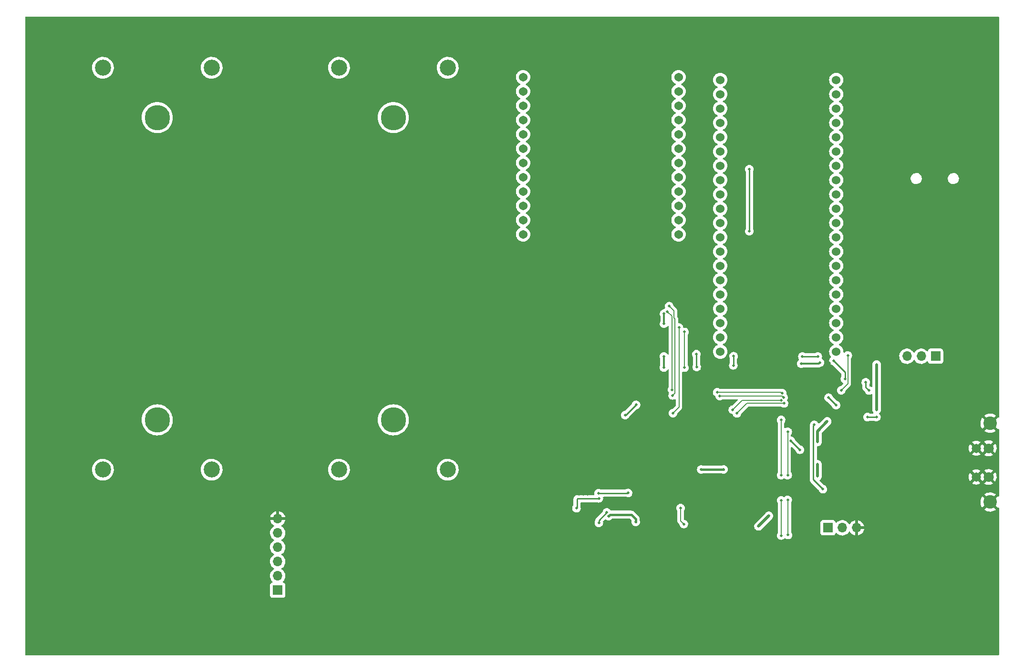
<source format=gbr>
%TF.GenerationSoftware,KiCad,Pcbnew,(6.0.9)*%
%TF.CreationDate,2023-04-17T01:59:29-04:00*%
%TF.ProjectId,TrailCounter,54726169-6c43-46f7-956e-7465722e6b69,rev?*%
%TF.SameCoordinates,Original*%
%TF.FileFunction,Copper,L2,Bot*%
%TF.FilePolarity,Positive*%
%FSLAX46Y46*%
G04 Gerber Fmt 4.6, Leading zero omitted, Abs format (unit mm)*
G04 Created by KiCad (PCBNEW (6.0.9)) date 2023-04-17 01:59:29*
%MOMM*%
%LPD*%
G01*
G04 APERTURE LIST*
%TA.AperFunction,ComponentPad*%
%ADD10R,1.700000X1.700000*%
%TD*%
%TA.AperFunction,ComponentPad*%
%ADD11O,1.700000X1.700000*%
%TD*%
%TA.AperFunction,ComponentPad*%
%ADD12C,1.524000*%
%TD*%
%TA.AperFunction,ComponentPad*%
%ADD13C,2.850000*%
%TD*%
%TA.AperFunction,ComponentPad*%
%ADD14C,4.500000*%
%TD*%
%TA.AperFunction,ComponentPad*%
%ADD15C,1.540000*%
%TD*%
%TA.AperFunction,ComponentPad*%
%ADD16C,1.650000*%
%TD*%
%TA.AperFunction,ComponentPad*%
%ADD17C,1.800000*%
%TD*%
%TA.AperFunction,ComponentPad*%
%ADD18C,2.400000*%
%TD*%
%TA.AperFunction,ViaPad*%
%ADD19C,0.500000*%
%TD*%
%TA.AperFunction,ViaPad*%
%ADD20C,6.000000*%
%TD*%
%TA.AperFunction,ViaPad*%
%ADD21C,1.000000*%
%TD*%
%TA.AperFunction,Conductor*%
%ADD22C,0.127000*%
%TD*%
%TA.AperFunction,Conductor*%
%ADD23C,0.300000*%
%TD*%
%TA.AperFunction,Conductor*%
%ADD24C,0.500000*%
%TD*%
%TA.AperFunction,Conductor*%
%ADD25C,0.250000*%
%TD*%
%TA.AperFunction,Conductor*%
%ADD26C,0.400000*%
%TD*%
G04 APERTURE END LIST*
D10*
%TO.P,J4,1,Pin_1*%
%TO.N,/5V*%
X171145200Y-113842800D03*
D11*
%TO.P,J4,2,Pin_2*%
%TO.N,/PIR*%
X173685200Y-113842800D03*
%TO.P,J4,3,Pin_3*%
%TO.N,GND*%
X176225200Y-113842800D03*
%TD*%
D10*
%TO.P,J5,1,Pin_1*%
%TO.N,/SWCLK*%
X190231000Y-83362800D03*
D11*
%TO.P,J5,2,Pin_2*%
%TO.N,/SWDIO*%
X187691000Y-83362800D03*
%TO.P,J5,3,Pin_3*%
%TO.N,/RESET_N*%
X185151000Y-83362800D03*
%TD*%
D12*
%TO.P,U4,1,Ve*%
%TO.N,/5V*%
X152006000Y-34290000D03*
%TO.P,U4,2,GND*%
%TO.N,Net-(Q1-Pad1)*%
X152006000Y-36830000D03*
%TO.P,U4,3,12*%
%TO.N,unconnected-(U4-Pad3)*%
X152006000Y-39370000D03*
%TO.P,U4,4,RX*%
%TO.N,unconnected-(U4-Pad4)*%
X152006000Y-41910000D03*
%TO.P,U4,5,TX*%
%TO.N,unconnected-(U4-Pad5)*%
X152006000Y-44450000D03*
%TO.P,U4,6,33*%
%TO.N,/CS_2*%
X152006000Y-46990000D03*
%TO.P,U4,7,34*%
%TO.N,/SCK_2*%
X152006000Y-49530000D03*
%TO.P,U4,8,35*%
%TO.N,/MOSI*%
X152006000Y-52070000D03*
%TO.P,U4,9,36*%
%TO.N,/MISO*%
X152006000Y-54610000D03*
%TO.P,U4,10,37*%
%TO.N,unconnected-(U4-Pad10)*%
X152006000Y-57150000D03*
%TO.P,U4,11,38*%
%TO.N,unconnected-(U4-Pad11)*%
X152006000Y-59690000D03*
%TO.P,U4,12,39*%
%TO.N,unconnected-(U4-Pad12)*%
X152006000Y-62230000D03*
%TO.P,U4,13,40*%
%TO.N,unconnected-(U4-Pad13)*%
X152006000Y-64770000D03*
%TO.P,U4,14,41*%
%TO.N,unconnected-(U4-Pad14)*%
X152006000Y-67310000D03*
%TO.P,U4,15,42*%
%TO.N,unconnected-(U4-Pad15)*%
X152006000Y-69850000D03*
%TO.P,U4,16,45*%
%TO.N,unconnected-(U4-Pad16)*%
X152006000Y-72390000D03*
%TO.P,U4,17,46*%
%TO.N,unconnected-(U4-Pad17)*%
X152006000Y-74930000D03*
%TO.P,U4,18,1*%
%TO.N,unconnected-(U4-Pad18)*%
X152006000Y-77470000D03*
%TO.P,U4,19,2*%
%TO.N,unconnected-(U4-Pad19)*%
X152006000Y-80010000D03*
%TO.P,U4,20,3*%
%TO.N,unconnected-(U4-Pad20)*%
X152006000Y-82550000D03*
%TO.P,U4,21,5V*%
%TO.N,unconnected-(U4-Pad21)*%
X172606000Y-34290000D03*
%TO.P,U4,22,3V3*%
%TO.N,unconnected-(U4-Pad22)*%
X172606000Y-36830000D03*
%TO.P,U4,23,GND*%
%TO.N,Net-(Q1-Pad1)*%
X172606000Y-39370000D03*
%TO.P,U4,24,47*%
%TO.N,unconnected-(U4-Pad24)*%
X172606000Y-41910000D03*
%TO.P,U4,25,48*%
%TO.N,unconnected-(U4-Pad25)*%
X172606000Y-44450000D03*
%TO.P,U4,26,0*%
%TO.N,unconnected-(U4-Pad26)*%
X172606000Y-46990000D03*
%TO.P,U4,27,26*%
%TO.N,unconnected-(U4-Pad27)*%
X172606000Y-49530000D03*
%TO.P,U4,28,20*%
%TO.N,unconnected-(U4-Pad28)*%
X172606000Y-52070000D03*
%TO.P,U4,29,18*%
%TO.N,unconnected-(U4-Pad29)*%
X172606000Y-54610000D03*
%TO.P,U4,30,21*%
%TO.N,unconnected-(U4-Pad30)*%
X172606000Y-57150000D03*
%TO.P,U4,31,19*%
%TO.N,unconnected-(U4-Pad31)*%
X172606000Y-59690000D03*
%TO.P,U4,32,17*%
%TO.N,unconnected-(U4-Pad32)*%
X172606000Y-62230000D03*
%TO.P,U4,33,14*%
%TO.N,unconnected-(U4-Pad33)*%
X172606000Y-64770000D03*
%TO.P,U4,34,RST*%
%TO.N,unconnected-(U4-Pad34)*%
X172606000Y-67310000D03*
%TO.P,U4,35,16*%
%TO.N,unconnected-(U4-Pad35)*%
X172606000Y-69850000D03*
%TO.P,U4,36,15*%
%TO.N,unconnected-(U4-Pad36)*%
X172606000Y-72390000D03*
%TO.P,U4,37,7*%
%TO.N,unconnected-(U4-Pad37)*%
X172606000Y-74930000D03*
%TO.P,U4,38,6*%
%TO.N,unconnected-(U4-Pad38)*%
X172606000Y-77470000D03*
%TO.P,U4,39,5*%
%TO.N,unconnected-(U4-Pad39)*%
X172606000Y-80010000D03*
%TO.P,U4,40,4*%
%TO.N,unconnected-(U4-Pad40)*%
X172606000Y-82550000D03*
%TD*%
D13*
%TO.P,U2,1,1*%
%TO.N,/BAT-*%
X61720000Y-103518000D03*
%TO.P,U2,2,2*%
%TO.N,/BAT*%
X61720000Y-32118000D03*
%TO.P,U2,3,3*%
X42420000Y-32118000D03*
%TO.P,U2,4,4*%
%TO.N,/BAT-*%
X42420000Y-103518000D03*
D14*
%TO.P,U2,SH1,SH1*%
X52070000Y-94668000D03*
%TO.P,U2,SH2,SH2*%
X52070000Y-40968000D03*
%TD*%
D15*
%TO.P,U5,1,GND*%
%TO.N,/CORAL_GND*%
X117010000Y-33782000D03*
%TO.P,U5,2,1V8*%
%TO.N,/1V8*%
X117010000Y-36322000D03*
%TO.P,U5,3,A1*%
%TO.N,unconnected-(U5-Pad3)*%
X117010000Y-38862000D03*
%TO.P,U5,4,A0*%
%TO.N,unconnected-(U5-Pad4)*%
X117010000Y-41402000D03*
%TO.P,U5,5,TX*%
%TO.N,unconnected-(U5-Pad5)*%
X117010000Y-43942000D03*
%TO.P,U5,6,RX*%
%TO.N,unconnected-(U5-Pad6)*%
X117010000Y-46482000D03*
%TO.P,U5,7,D2*%
%TO.N,unconnected-(U5-Pad7)*%
X117010000Y-49022000D03*
%TO.P,U5,8,D1*%
%TO.N,unconnected-(U5-Pad8)*%
X117010000Y-51562000D03*
%TO.P,U5,9,A4*%
%TO.N,unconnected-(U5-Pad9)*%
X117010000Y-54102000D03*
%TO.P,U5,10,A3*%
%TO.N,unconnected-(U5-Pad10)*%
X117010000Y-56642000D03*
%TO.P,U5,11,D0*%
%TO.N,unconnected-(U5-Pad11)*%
X117010000Y-59182000D03*
%TO.P,U5,12,VSYS*%
%TO.N,/5V*%
X117010000Y-61722000D03*
%TO.P,U5,13,GND*%
%TO.N,/CORAL_GND*%
X144610000Y-33782000D03*
%TO.P,U5,14,1V8*%
%TO.N,/1V8*%
X144610000Y-36322000D03*
%TO.P,U5,15,3V3*%
%TO.N,unconnected-(U5-Pad15)*%
X144610000Y-38862000D03*
%TO.P,U5,16,RTC3V*%
%TO.N,unconnected-(U5-Pad16)*%
X144610000Y-41402000D03*
%TO.P,U5,17,CS*%
%TO.N,Net-(IC5-Pad3)*%
X144610000Y-43942000D03*
%TO.P,U5,18,SCK*%
%TO.N,Net-(IC5-Pad4)*%
X144610000Y-46482000D03*
%TO.P,U5,19,COPI*%
%TO.N,Net-(IC6-Pad3)*%
X144610000Y-49022000D03*
%TO.P,U5,20,CIPO*%
%TO.N,Net-(IC6-Pad4)*%
X144610000Y-51562000D03*
%TO.P,U5,21,A2*%
%TO.N,unconnected-(U5-Pad21)*%
X144610000Y-54102000D03*
%TO.P,U5,22,D3*%
%TO.N,unconnected-(U5-Pad22)*%
X144610000Y-56642000D03*
%TO.P,U5,23,GPIO_AD_32*%
%TO.N,unconnected-(U5-Pad23)*%
X144610000Y-59182000D03*
%TO.P,U5,24,GPIO_AD_33*%
%TO.N,unconnected-(U5-Pad24)*%
X144610000Y-61722000D03*
%TD*%
D10*
%TO.P,J3,1,Pin_1*%
%TO.N,/32K*%
X73456800Y-124917200D03*
D11*
%TO.P,J3,2,Pin_2*%
%TO.N,/SQW*%
X73456800Y-122377200D03*
%TO.P,J3,3,Pin_3*%
%TO.N,/SCL*%
X73456800Y-119837200D03*
%TO.P,J3,4,Pin_4*%
%TO.N,/SDA*%
X73456800Y-117297200D03*
%TO.P,J3,5,Pin_5*%
%TO.N,/3V3*%
X73456800Y-114757200D03*
%TO.P,J3,6,Pin_6*%
%TO.N,GND*%
X73456800Y-112217200D03*
%TD*%
D16*
%TO.P,J1,6,6*%
%TO.N,GND*%
X197456000Y-99710400D03*
%TO.P,J1,7,7*%
X197456000Y-104810400D03*
D17*
%TO.P,J1,8,8*%
X199656000Y-99710400D03*
%TO.P,J1,9,9*%
X199656000Y-104810400D03*
D18*
%TO.P,J1,10,10*%
X199906000Y-109260400D03*
%TO.P,J1,11,11*%
X199906000Y-95260400D03*
%TD*%
D13*
%TO.P,U1,1,1*%
%TO.N,/BAT-*%
X103630000Y-103518000D03*
%TO.P,U1,2,2*%
%TO.N,/BAT*%
X103630000Y-32118000D03*
%TO.P,U1,3,3*%
X84330000Y-32118000D03*
%TO.P,U1,4,4*%
%TO.N,/BAT-*%
X84330000Y-103518000D03*
D14*
%TO.P,U1,SH1,SH1*%
X93980000Y-94668000D03*
%TO.P,U1,SH2,SH2*%
X93980000Y-40968000D03*
%TD*%
D19*
%TO.N,Net-(R7-Pad2)*%
X145542000Y-113182400D03*
%TO.N,GND*%
X153771600Y-113030000D03*
X141630400Y-114554000D03*
X132384800Y-115366800D03*
X136753600Y-101600000D03*
X145338800Y-115519200D03*
X127711200Y-107848400D03*
X140462000Y-132029200D03*
X153771600Y-109626400D03*
X133197600Y-115417600D03*
X139192000Y-133045200D03*
X126593600Y-99314000D03*
X147472400Y-108762800D03*
X138836400Y-114706400D03*
X148437600Y-109677200D03*
X124561600Y-99314000D03*
X142595600Y-110744000D03*
X122072400Y-102311200D03*
X126949200Y-107848400D03*
X133858000Y-131978400D03*
X127711200Y-107086400D03*
X142240000Y-87579200D03*
X135229600Y-106680000D03*
X135280400Y-114503200D03*
X196900800Y-42367200D03*
X126187200Y-107848400D03*
X137160000Y-133096000D03*
X126949200Y-107086400D03*
X183438800Y-42367200D03*
X127101600Y-114300000D03*
X142290800Y-91440000D03*
X126031100Y-105156000D03*
D20*
X38100000Y-128016000D03*
D19*
X122326400Y-101041200D03*
X162407600Y-93421200D03*
X186791600Y-39217600D03*
X121151100Y-102463600D03*
X177342800Y-93167200D03*
X152704800Y-114350800D03*
X135128000Y-133045200D03*
X164693600Y-41554400D03*
D21*
X133350000Y-36118800D03*
D19*
X172313600Y-100431600D03*
X124561600Y-112776000D03*
X122275600Y-103886000D03*
X152790075Y-109305275D03*
X171348400Y-84582000D03*
X176117235Y-94788500D03*
X197154800Y-51358800D03*
X148183600Y-108813600D03*
X144018000Y-115519200D03*
X122174000Y-101650800D03*
X140817600Y-114655600D03*
X132181600Y-114554000D03*
X153568400Y-114147600D03*
D20*
X192074800Y-26212800D03*
D19*
X172076500Y-95961200D03*
X144627600Y-115519200D03*
X134823200Y-114147600D03*
X121513600Y-106934000D03*
X128473200Y-107086400D03*
D20*
X192074800Y-127965200D03*
D19*
X139242800Y-114096800D03*
D20*
X38100000Y-26212800D03*
D19*
X183337200Y-51409600D03*
X129133600Y-114300000D03*
X128473200Y-107848400D03*
X141833600Y-113792000D03*
X137566400Y-111607600D03*
X153822400Y-110642400D03*
X126187200Y-107086400D03*
%TO.N,/3V3*%
X160629600Y-111709200D03*
X169722800Y-84480400D03*
X170992800Y-94945200D03*
X179781200Y-84836000D03*
X179781200Y-92862400D03*
X130468802Y-112964798D03*
X169265600Y-102565200D03*
X169265600Y-104698800D03*
X171246800Y-90728800D03*
X131887798Y-111110598D03*
X166370000Y-84683600D03*
X172567600Y-92049600D03*
X158800800Y-113588800D03*
X169265600Y-98602800D03*
%TO.N,/LX*%
X137007600Y-112776000D03*
X132181600Y-111760000D03*
%TO.N,/PIR*%
X168706800Y-95554800D03*
X170230800Y-106984800D03*
%TO.N,/VCC_USB*%
X148640800Y-103479600D03*
X152603200Y-103479600D03*
X130403600Y-107696000D03*
X135636000Y-107660900D03*
%TO.N,/SCK*%
X151460367Y-89738033D03*
X163017200Y-89911000D03*
%TO.N,/CS*%
X163271200Y-90678000D03*
X151942800Y-90424000D03*
%TO.N,/CIPO*%
X162817511Y-91228289D03*
X154228800Y-92862400D03*
%TO.N,/COPI*%
X163325511Y-91741289D03*
X154940000Y-93522800D03*
%TO.N,/CORAL_EN*%
X147777200Y-83007200D03*
X147828000Y-85293200D03*
%TO.N,/WS_EN*%
X157175200Y-61163200D03*
X157175200Y-50139600D03*
X166166800Y-99974400D03*
X154381200Y-83362800D03*
X164541200Y-98399600D03*
X154330400Y-84988400D03*
%TO.N,/CD*%
X174650400Y-83210400D03*
X173482000Y-89408000D03*
%TO.N,/RESET_N*%
X178155600Y-94183200D03*
X179730400Y-94183200D03*
%TO.N,/SWCLK*%
X177850800Y-87985600D03*
X178409600Y-89458800D03*
%TO.N,/BAT_MONITOR*%
X135128000Y-93827600D03*
X172110400Y-84175600D03*
X166601500Y-83413600D03*
X174142400Y-87426800D03*
X169316400Y-83413600D03*
X137058400Y-91998800D03*
%TO.N,/1V8*%
X142036800Y-77571600D03*
X141986000Y-83413600D03*
X142036800Y-75793600D03*
X141986000Y-85394800D03*
%TO.N,Net-(IC5-Pad3)*%
X143459200Y-89306400D03*
X142636300Y-75418054D03*
%TO.N,Net-(IC5-Pad4)*%
X143560800Y-90322400D03*
X142963300Y-74472800D03*
%TO.N,Net-(IC6-Pad3)*%
X144678400Y-78282800D03*
X143611600Y-93472000D03*
%TO.N,Net-(IC6-Pad4)*%
X145643600Y-85394800D03*
X145643600Y-79044800D03*
%TO.N,/SCL*%
X163982400Y-104495600D03*
X163982400Y-96774000D03*
X163982400Y-108864400D03*
X164033200Y-115112800D03*
%TO.N,/SDA*%
X162814000Y-104495600D03*
X162814000Y-115214400D03*
X162818889Y-108977700D03*
X162814000Y-94691200D03*
%TO.N,Net-(R7-Pad2)*%
X144983200Y-110337600D03*
%TO.N,Net-(C26-Pad1)*%
X126477089Y-110368087D03*
X130454400Y-108610400D03*
%TD*%
D22*
%TO.N,Net-(R7-Pad2)*%
X145542000Y-113182400D02*
X144983200Y-112623600D01*
X144983200Y-112623600D02*
X144983200Y-112268000D01*
X144983200Y-112268000D02*
X144983200Y-110337600D01*
D23*
%TO.N,/3V3*%
X169722800Y-84480400D02*
X169519600Y-84683600D01*
X169519600Y-84683600D02*
X166370000Y-84683600D01*
D24*
X169265600Y-103174800D02*
X169265600Y-102565200D01*
D23*
X158800800Y-113588800D02*
X158800800Y-113538000D01*
D24*
X158800800Y-113538000D02*
X160629600Y-111709200D01*
D25*
X130468802Y-112529594D02*
X130468802Y-112964798D01*
D24*
X170992800Y-94945200D02*
X169265600Y-96672400D01*
X169265600Y-104698800D02*
X169265600Y-103174800D01*
D23*
X171246800Y-90728800D02*
X172567600Y-92049600D01*
D24*
X169265600Y-96672400D02*
X169265600Y-98602800D01*
D25*
X131887798Y-111110598D02*
X130468802Y-112529594D01*
D24*
X179781200Y-84836000D02*
X179781200Y-92862400D01*
D26*
%TO.N,/LX*%
X136245600Y-111506000D02*
X137007600Y-112268000D01*
X132181600Y-111760000D02*
X132435600Y-111506000D01*
X137007600Y-112268000D02*
X137007600Y-112776000D01*
X132435600Y-111506000D02*
X136245600Y-111506000D01*
D25*
%TO.N,/PIR*%
X168540600Y-95721000D02*
X168540600Y-105294600D01*
X168540600Y-105294600D02*
X170230800Y-106984800D01*
X168706800Y-95554800D02*
X168540600Y-95721000D01*
D26*
%TO.N,/VCC_USB*%
X152603200Y-103479600D02*
X148640800Y-103479600D01*
D25*
X130403600Y-107696000D02*
X135600900Y-107696000D01*
X135600900Y-107696000D02*
X135636000Y-107660900D01*
D22*
%TO.N,/SCK*%
X162793681Y-89738033D02*
X162966648Y-89911000D01*
X151460367Y-89738033D02*
X162793681Y-89738033D01*
X162966648Y-89911000D02*
X163017200Y-89911000D01*
%TO.N,/CS*%
X163017200Y-90424000D02*
X163271200Y-90678000D01*
X151942800Y-90424000D02*
X163017200Y-90424000D01*
%TO.N,/CIPO*%
X154228800Y-92862400D02*
X155862911Y-91228289D01*
X155862911Y-91228289D02*
X162817511Y-91228289D01*
%TO.N,/COPI*%
X156721511Y-91741289D02*
X163325511Y-91741289D01*
X154940000Y-93522800D02*
X156721511Y-91741289D01*
D25*
%TO.N,/CORAL_EN*%
X147777200Y-83007200D02*
X147777200Y-85242400D01*
X147777200Y-85242400D02*
X147828000Y-85293200D01*
%TO.N,/WS_EN*%
X154330400Y-83413600D02*
X154381200Y-83362800D01*
X166116000Y-99974400D02*
X164541200Y-98399600D01*
X154330400Y-84988400D02*
X154330400Y-83413600D01*
X157175200Y-61163200D02*
X157175200Y-50139600D01*
X166166800Y-99974400D02*
X166116000Y-99974400D01*
D22*
%TO.N,/CD*%
X174655900Y-83215900D02*
X174650400Y-83210400D01*
X173482000Y-89408000D02*
X174655900Y-88234100D01*
X174655900Y-88234100D02*
X174655900Y-83215900D01*
D25*
%TO.N,/RESET_N*%
X179730400Y-94183200D02*
X178155600Y-94183200D01*
%TO.N,/SWCLK*%
X177850800Y-88900000D02*
X178409600Y-89458800D01*
X177850800Y-87985600D02*
X177850800Y-88900000D01*
%TO.N,/BAT_MONITOR*%
X135128000Y-93827600D02*
X135229600Y-93827600D01*
X135229600Y-93827600D02*
X137058400Y-91998800D01*
X169316400Y-83413600D02*
X166601500Y-83413600D01*
X174142400Y-87426800D02*
X174142400Y-86207600D01*
X174142400Y-86207600D02*
X172110400Y-84175600D01*
D23*
%TO.N,/1V8*%
X142036800Y-77571600D02*
X142036800Y-75793600D01*
X141986000Y-85394800D02*
X141986000Y-83413600D01*
D22*
%TO.N,Net-(IC5-Pad3)*%
X142636300Y-75418054D02*
X143459200Y-76240954D01*
X143459200Y-76240954D02*
X143459200Y-89306400D01*
%TO.N,Net-(IC5-Pad4)*%
X143972700Y-76742100D02*
X143972700Y-89910500D01*
X142963300Y-74472800D02*
X143786200Y-75295700D01*
X143786200Y-75295700D02*
X143786200Y-76555600D01*
X143972700Y-89910500D02*
X143560800Y-90322400D01*
X143786200Y-76555600D02*
X143972700Y-76742100D01*
%TO.N,Net-(IC6-Pad3)*%
X144678400Y-92405200D02*
X143611600Y-93472000D01*
X144678400Y-78282800D02*
X144678400Y-92405200D01*
%TO.N,Net-(IC6-Pad4)*%
X145643600Y-79044800D02*
X145643600Y-85394800D01*
%TO.N,/SCL*%
X164033200Y-108915200D02*
X163982400Y-108864400D01*
X164033200Y-115112800D02*
X164033200Y-108915200D01*
X163982400Y-104495600D02*
X163982400Y-96774000D01*
%TO.N,/SDA*%
X162814000Y-115214400D02*
X162814000Y-110744000D01*
X162814000Y-110744000D02*
X162814000Y-108982589D01*
X162814000Y-94691200D02*
X162814000Y-104495600D01*
D25*
X162814000Y-108982589D02*
X162818889Y-108977700D01*
%TO.N,Net-(C26-Pad1)*%
X126593600Y-108712000D02*
X126593600Y-110251576D01*
X130403600Y-108661200D02*
X126644400Y-108661200D01*
X126644400Y-108661200D02*
X126593600Y-108712000D01*
X126593600Y-110251576D02*
X126477089Y-110368087D01*
X130454400Y-108610400D02*
X130403600Y-108661200D01*
%TD*%
%TA.AperFunction,Conductor*%
%TO.N,GND*%
G36*
X201433621Y-23028502D02*
G01*
X201480114Y-23082158D01*
X201491500Y-23134500D01*
X201491500Y-94157072D01*
X201471498Y-94225193D01*
X201417842Y-94271686D01*
X201347568Y-94281790D01*
X201292534Y-94259795D01*
X201279863Y-94250795D01*
X201268328Y-94257282D01*
X200278022Y-95247588D01*
X200270408Y-95261532D01*
X200270539Y-95263365D01*
X200274790Y-95269980D01*
X201269732Y-96264922D01*
X201282112Y-96271682D01*
X201289991Y-96265784D01*
X201356512Y-96240973D01*
X201425886Y-96256065D01*
X201476088Y-96306267D01*
X201491500Y-96366652D01*
X201491500Y-108157072D01*
X201471498Y-108225193D01*
X201417842Y-108271686D01*
X201347568Y-108281790D01*
X201292534Y-108259795D01*
X201279863Y-108250795D01*
X201268328Y-108257282D01*
X200278022Y-109247588D01*
X200270408Y-109261532D01*
X200270539Y-109263365D01*
X200274790Y-109269980D01*
X201269732Y-110264922D01*
X201282112Y-110271682D01*
X201289991Y-110265784D01*
X201356512Y-110240973D01*
X201425886Y-110256065D01*
X201476088Y-110306267D01*
X201491500Y-110366652D01*
X201491500Y-136365500D01*
X201471498Y-136433621D01*
X201417842Y-136480114D01*
X201365500Y-136491500D01*
X28734500Y-136491500D01*
X28666379Y-136471498D01*
X28619886Y-136417842D01*
X28608500Y-136365500D01*
X28608500Y-122343895D01*
X72094051Y-122343895D01*
X72094348Y-122349048D01*
X72094348Y-122349051D01*
X72099811Y-122443790D01*
X72106910Y-122566915D01*
X72108047Y-122571961D01*
X72108048Y-122571967D01*
X72127919Y-122660139D01*
X72156022Y-122784839D01*
X72240066Y-122991816D01*
X72356787Y-123182288D01*
X72503050Y-123351138D01*
X72507030Y-123354442D01*
X72511781Y-123358387D01*
X72551416Y-123417290D01*
X72552913Y-123488271D01*
X72515797Y-123548793D01*
X72475524Y-123573312D01*
X72360095Y-123616585D01*
X72243539Y-123703939D01*
X72156185Y-123820495D01*
X72105055Y-123956884D01*
X72098300Y-124019066D01*
X72098300Y-125815334D01*
X72105055Y-125877516D01*
X72156185Y-126013905D01*
X72243539Y-126130461D01*
X72360095Y-126217815D01*
X72496484Y-126268945D01*
X72558666Y-126275700D01*
X74354934Y-126275700D01*
X74417116Y-126268945D01*
X74553505Y-126217815D01*
X74670061Y-126130461D01*
X74757415Y-126013905D01*
X74808545Y-125877516D01*
X74815300Y-125815334D01*
X74815300Y-124019066D01*
X74808545Y-123956884D01*
X74757415Y-123820495D01*
X74670061Y-123703939D01*
X74553505Y-123616585D01*
X74540932Y-123611872D01*
X74435003Y-123572160D01*
X74378239Y-123529518D01*
X74353539Y-123462956D01*
X74368747Y-123393608D01*
X74390293Y-123364927D01*
X74491235Y-123264337D01*
X74494896Y-123260689D01*
X74554394Y-123177889D01*
X74622235Y-123083477D01*
X74625253Y-123079277D01*
X74724230Y-122879011D01*
X74789170Y-122665269D01*
X74818329Y-122443790D01*
X74819956Y-122377200D01*
X74801652Y-122154561D01*
X74747231Y-121937902D01*
X74658154Y-121733040D01*
X74536814Y-121545477D01*
X74386470Y-121380251D01*
X74382419Y-121377052D01*
X74382415Y-121377048D01*
X74215214Y-121245000D01*
X74215210Y-121244998D01*
X74211159Y-121241798D01*
X74169853Y-121218996D01*
X74119884Y-121168564D01*
X74105112Y-121099121D01*
X74130228Y-121032716D01*
X74157580Y-121006109D01*
X74201403Y-120974850D01*
X74336660Y-120878373D01*
X74494896Y-120720689D01*
X74554394Y-120637889D01*
X74622235Y-120543477D01*
X74625253Y-120539277D01*
X74724230Y-120339011D01*
X74789170Y-120125269D01*
X74818329Y-119903790D01*
X74819956Y-119837200D01*
X74801652Y-119614561D01*
X74747231Y-119397902D01*
X74658154Y-119193040D01*
X74536814Y-119005477D01*
X74386470Y-118840251D01*
X74382419Y-118837052D01*
X74382415Y-118837048D01*
X74215214Y-118705000D01*
X74215210Y-118704998D01*
X74211159Y-118701798D01*
X74169853Y-118678996D01*
X74119884Y-118628564D01*
X74105112Y-118559121D01*
X74130228Y-118492716D01*
X74157580Y-118466109D01*
X74201403Y-118434850D01*
X74336660Y-118338373D01*
X74494896Y-118180689D01*
X74554394Y-118097889D01*
X74622235Y-118003477D01*
X74625253Y-117999277D01*
X74724230Y-117799011D01*
X74789170Y-117585269D01*
X74818329Y-117363790D01*
X74819956Y-117297200D01*
X74801652Y-117074561D01*
X74747231Y-116857902D01*
X74658154Y-116653040D01*
X74536814Y-116465477D01*
X74386470Y-116300251D01*
X74382419Y-116297052D01*
X74382415Y-116297048D01*
X74215214Y-116165000D01*
X74215210Y-116164998D01*
X74211159Y-116161798D01*
X74169853Y-116138996D01*
X74119884Y-116088564D01*
X74105112Y-116019121D01*
X74130228Y-115952716D01*
X74157580Y-115926109D01*
X74201403Y-115894850D01*
X74336660Y-115798373D01*
X74344810Y-115790252D01*
X74491235Y-115644337D01*
X74494896Y-115640689D01*
X74525882Y-115597568D01*
X74622235Y-115463477D01*
X74625253Y-115459277D01*
X74699419Y-115309214D01*
X74721936Y-115263653D01*
X74721937Y-115263651D01*
X74724230Y-115259011D01*
X74741022Y-115203743D01*
X162050775Y-115203743D01*
X162067381Y-115373099D01*
X162121094Y-115534567D01*
X162124741Y-115540589D01*
X162124742Y-115540591D01*
X162167901Y-115611854D01*
X162209246Y-115680123D01*
X162327455Y-115802532D01*
X162469846Y-115895710D01*
X162476450Y-115898166D01*
X162476452Y-115898167D01*
X162549594Y-115925368D01*
X162629341Y-115955026D01*
X162798015Y-115977532D01*
X162805026Y-115976894D01*
X162805030Y-115976894D01*
X162960462Y-115962748D01*
X162967483Y-115962109D01*
X162974185Y-115959931D01*
X162974187Y-115959931D01*
X163122623Y-115911701D01*
X163122626Y-115911700D01*
X163129322Y-115909524D01*
X163275490Y-115822390D01*
X163280584Y-115817539D01*
X163280588Y-115817536D01*
X163378396Y-115724394D01*
X163389362Y-115713952D01*
X163452486Y-115681460D01*
X163523157Y-115688253D01*
X163546047Y-115701861D01*
X163546655Y-115700932D01*
X163597861Y-115734440D01*
X163689046Y-115794110D01*
X163695650Y-115796566D01*
X163695652Y-115796567D01*
X163732044Y-115810101D01*
X163848541Y-115853426D01*
X164017215Y-115875932D01*
X164024226Y-115875294D01*
X164024230Y-115875294D01*
X164179662Y-115861148D01*
X164186683Y-115860509D01*
X164193385Y-115858331D01*
X164193387Y-115858331D01*
X164341823Y-115810101D01*
X164341826Y-115810100D01*
X164348522Y-115807924D01*
X164494690Y-115720790D01*
X164499784Y-115715939D01*
X164499788Y-115715936D01*
X164574974Y-115644337D01*
X164617921Y-115603439D01*
X164648185Y-115557889D01*
X164708190Y-115467573D01*
X164712091Y-115461702D01*
X164772519Y-115302625D01*
X164796201Y-115134113D01*
X164796499Y-115112800D01*
X164777531Y-114943692D01*
X164721568Y-114782989D01*
X164710589Y-114765418D01*
X164695289Y-114740934D01*
X169786700Y-114740934D01*
X169793455Y-114803116D01*
X169844585Y-114939505D01*
X169931939Y-115056061D01*
X170048495Y-115143415D01*
X170184884Y-115194545D01*
X170247066Y-115201300D01*
X172043334Y-115201300D01*
X172105516Y-115194545D01*
X172241905Y-115143415D01*
X172358461Y-115056061D01*
X172445815Y-114939505D01*
X172467999Y-114880329D01*
X172489798Y-114822182D01*
X172532440Y-114765418D01*
X172599002Y-114740718D01*
X172668350Y-114755926D01*
X172703017Y-114783914D01*
X172731450Y-114816738D01*
X172903326Y-114959432D01*
X173096200Y-115072138D01*
X173304892Y-115151830D01*
X173309960Y-115152861D01*
X173309963Y-115152862D01*
X173405062Y-115172210D01*
X173523797Y-115196367D01*
X173528972Y-115196557D01*
X173528974Y-115196557D01*
X173741873Y-115204364D01*
X173741877Y-115204364D01*
X173747037Y-115204553D01*
X173752157Y-115203897D01*
X173752159Y-115203897D01*
X173963488Y-115176825D01*
X173963489Y-115176825D01*
X173968616Y-115176168D01*
X173973566Y-115174683D01*
X174177629Y-115113461D01*
X174177634Y-115113459D01*
X174182584Y-115111974D01*
X174383194Y-115013696D01*
X174565060Y-114883973D01*
X174574055Y-114875010D01*
X174665468Y-114783915D01*
X174723296Y-114726289D01*
X174853653Y-114544877D01*
X174854840Y-114545730D01*
X174902160Y-114502162D01*
X174972097Y-114489945D01*
X175037538Y-114517478D01*
X175065366Y-114549311D01*
X175122894Y-114643188D01*
X175128977Y-114651499D01*
X175268413Y-114812467D01*
X175275780Y-114819683D01*
X175439634Y-114955716D01*
X175448081Y-114961631D01*
X175631956Y-115069079D01*
X175641242Y-115073529D01*
X175840201Y-115149503D01*
X175850099Y-115152379D01*
X175953450Y-115173406D01*
X175967499Y-115172210D01*
X175971200Y-115161865D01*
X175971200Y-115161317D01*
X176479200Y-115161317D01*
X176483264Y-115175159D01*
X176496678Y-115177193D01*
X176503384Y-115176334D01*
X176513462Y-115174192D01*
X176717455Y-115112991D01*
X176727042Y-115109233D01*
X176918295Y-115015539D01*
X176927145Y-115010264D01*
X177100528Y-114886592D01*
X177108400Y-114879939D01*
X177259252Y-114729612D01*
X177265930Y-114721765D01*
X177390203Y-114548820D01*
X177395513Y-114539983D01*
X177489870Y-114349067D01*
X177493669Y-114339472D01*
X177555577Y-114135710D01*
X177557755Y-114125637D01*
X177559186Y-114114762D01*
X177556975Y-114100578D01*
X177543817Y-114096800D01*
X176497315Y-114096800D01*
X176482076Y-114101275D01*
X176480871Y-114102665D01*
X176479200Y-114110348D01*
X176479200Y-115161317D01*
X175971200Y-115161317D01*
X175971200Y-113570685D01*
X176479200Y-113570685D01*
X176483675Y-113585924D01*
X176485065Y-113587129D01*
X176492748Y-113588800D01*
X177543544Y-113588800D01*
X177557075Y-113584827D01*
X177558380Y-113575747D01*
X177516414Y-113408675D01*
X177513094Y-113398924D01*
X177428172Y-113203614D01*
X177423305Y-113194539D01*
X177307626Y-113015726D01*
X177301336Y-113007557D01*
X177158006Y-112850040D01*
X177150473Y-112843015D01*
X176983339Y-112711022D01*
X176974752Y-112705317D01*
X176788317Y-112602399D01*
X176778905Y-112598169D01*
X176578159Y-112527080D01*
X176568188Y-112524446D01*
X176497037Y-112511772D01*
X176483740Y-112513232D01*
X176479200Y-112527789D01*
X176479200Y-113570685D01*
X175971200Y-113570685D01*
X175971200Y-112525902D01*
X175967282Y-112512558D01*
X175953006Y-112510571D01*
X175914524Y-112516460D01*
X175904488Y-112518851D01*
X175702068Y-112585012D01*
X175692559Y-112589009D01*
X175503663Y-112687342D01*
X175494938Y-112692836D01*
X175324633Y-112820705D01*
X175316926Y-112827548D01*
X175169790Y-112981517D01*
X175163309Y-112989522D01*
X175058698Y-113142874D01*
X175003787Y-113187876D01*
X174933262Y-113196047D01*
X174869515Y-113164793D01*
X174848818Y-113140309D01*
X174768022Y-113015417D01*
X174768020Y-113015414D01*
X174765214Y-113011077D01*
X174614870Y-112845851D01*
X174610819Y-112842652D01*
X174610815Y-112842648D01*
X174443614Y-112710600D01*
X174443610Y-112710598D01*
X174439559Y-112707398D01*
X174432100Y-112703280D01*
X174355675Y-112661092D01*
X174243989Y-112599438D01*
X174239120Y-112597714D01*
X174239116Y-112597712D01*
X174038287Y-112526595D01*
X174038283Y-112526594D01*
X174033412Y-112524869D01*
X174028319Y-112523962D01*
X174028316Y-112523961D01*
X173818573Y-112486600D01*
X173818567Y-112486599D01*
X173813484Y-112485694D01*
X173739652Y-112484792D01*
X173595281Y-112483028D01*
X173595279Y-112483028D01*
X173590111Y-112482965D01*
X173369291Y-112516755D01*
X173156956Y-112586157D01*
X172958807Y-112689307D01*
X172954674Y-112692410D01*
X172954671Y-112692412D01*
X172784300Y-112820330D01*
X172780165Y-112823435D01*
X172723737Y-112882484D01*
X172699483Y-112907864D01*
X172637959Y-112943294D01*
X172567046Y-112939837D01*
X172509260Y-112898591D01*
X172490407Y-112865043D01*
X172448967Y-112754503D01*
X172445815Y-112746095D01*
X172358461Y-112629539D01*
X172241905Y-112542185D01*
X172105516Y-112491055D01*
X172043334Y-112484300D01*
X170247066Y-112484300D01*
X170184884Y-112491055D01*
X170048495Y-112542185D01*
X169931939Y-112629539D01*
X169844585Y-112746095D01*
X169793455Y-112882484D01*
X169786700Y-112944666D01*
X169786700Y-114740934D01*
X164695289Y-114740934D01*
X164635125Y-114644653D01*
X164631416Y-114638717D01*
X164631415Y-114638715D01*
X164631392Y-114638679D01*
X164631398Y-114638675D01*
X164605817Y-114575473D01*
X164605200Y-114563019D01*
X164605200Y-110633759D01*
X198897386Y-110633759D01*
X198906099Y-110645279D01*
X198994586Y-110710160D01*
X199002505Y-110715108D01*
X199218877Y-110828947D01*
X199227451Y-110832675D01*
X199458282Y-110913285D01*
X199467291Y-110915699D01*
X199707518Y-110961308D01*
X199716775Y-110962362D01*
X199961107Y-110971963D01*
X199970420Y-110971637D01*
X200213478Y-110945018D01*
X200222655Y-110943317D01*
X200459107Y-110881065D01*
X200467926Y-110878028D01*
X200692584Y-110781507D01*
X200700856Y-110777200D01*
X200908777Y-110648535D01*
X200910620Y-110647196D01*
X200918038Y-110635941D01*
X200911974Y-110625584D01*
X199918812Y-109632422D01*
X199904868Y-109624808D01*
X199903035Y-109624939D01*
X199896420Y-109629190D01*
X198904044Y-110621566D01*
X198897386Y-110633759D01*
X164605200Y-110633759D01*
X164605200Y-109335767D01*
X164626252Y-109266040D01*
X164636364Y-109250820D01*
X164656685Y-109220235D01*
X198194022Y-109220235D01*
X198205754Y-109464464D01*
X198206891Y-109473724D01*
X198254593Y-109713543D01*
X198257082Y-109722518D01*
X198339708Y-109952650D01*
X198343505Y-109961178D01*
X198459234Y-110176560D01*
X198464245Y-110184427D01*
X198521173Y-110260663D01*
X198532431Y-110269112D01*
X198544850Y-110262340D01*
X199533978Y-109273212D01*
X199541592Y-109259268D01*
X199541461Y-109257435D01*
X199537210Y-109250820D01*
X198542828Y-108256438D01*
X198529520Y-108249171D01*
X198519481Y-108256293D01*
X198514581Y-108262184D01*
X198509168Y-108269773D01*
X198382322Y-108478809D01*
X198378084Y-108487126D01*
X198283529Y-108712614D01*
X198280572Y-108721452D01*
X198220384Y-108958442D01*
X198218763Y-108967632D01*
X198194267Y-109210910D01*
X198194022Y-109220235D01*
X164656685Y-109220235D01*
X164661291Y-109213302D01*
X164721719Y-109054225D01*
X164745401Y-108885713D01*
X164745699Y-108864400D01*
X164726731Y-108695292D01*
X164722839Y-108684114D01*
X164673086Y-108541246D01*
X164670768Y-108534589D01*
X164665764Y-108526580D01*
X164630407Y-108469999D01*
X164580592Y-108390279D01*
X164548738Y-108358201D01*
X164475823Y-108284775D01*
X164460686Y-108269532D01*
X164449108Y-108262184D01*
X164382636Y-108220000D01*
X164317008Y-108178351D01*
X164156700Y-108121268D01*
X163987729Y-108101120D01*
X163980726Y-108101856D01*
X163980725Y-108101856D01*
X163825501Y-108118170D01*
X163825497Y-108118171D01*
X163818493Y-108118907D01*
X163811822Y-108121178D01*
X163664073Y-108171475D01*
X163664070Y-108171476D01*
X163657403Y-108173746D01*
X163651405Y-108177436D01*
X163651403Y-108177437D01*
X163518465Y-108259221D01*
X163518463Y-108259223D01*
X163512466Y-108262912D01*
X163483119Y-108291651D01*
X163424856Y-108348707D01*
X163362191Y-108382078D01*
X163291432Y-108376272D01*
X163269193Y-108365074D01*
X163153497Y-108291651D01*
X162993189Y-108234568D01*
X162824218Y-108214420D01*
X162817215Y-108215156D01*
X162817214Y-108215156D01*
X162661990Y-108231470D01*
X162661986Y-108231471D01*
X162654982Y-108232207D01*
X162648311Y-108234478D01*
X162500562Y-108284775D01*
X162500559Y-108284776D01*
X162493892Y-108287046D01*
X162487894Y-108290736D01*
X162487892Y-108290737D01*
X162354954Y-108372521D01*
X162354952Y-108372523D01*
X162348955Y-108376212D01*
X162227375Y-108495273D01*
X162223564Y-108501187D01*
X162223562Y-108501189D01*
X162139279Y-108631970D01*
X162135193Y-108638310D01*
X162076992Y-108798216D01*
X162055664Y-108967043D01*
X162072270Y-109136399D01*
X162125983Y-109297867D01*
X162129630Y-109303889D01*
X162129631Y-109303891D01*
X162148936Y-109335767D01*
X162214135Y-109443423D01*
X162216376Y-109445743D01*
X162241545Y-109510510D01*
X162242000Y-109521213D01*
X162242000Y-114664609D01*
X162221911Y-114732865D01*
X162170611Y-114812467D01*
X162130304Y-114875010D01*
X162072103Y-115034916D01*
X162050775Y-115203743D01*
X74741022Y-115203743D01*
X74768594Y-115112991D01*
X74787665Y-115050223D01*
X74787665Y-115050221D01*
X74789170Y-115045269D01*
X74818329Y-114823790D01*
X74818606Y-114812467D01*
X74819874Y-114760565D01*
X74819874Y-114760561D01*
X74819956Y-114757200D01*
X74801652Y-114534561D01*
X74747231Y-114317902D01*
X74658154Y-114113040D01*
X74549788Y-113945532D01*
X74539622Y-113929817D01*
X74539620Y-113929814D01*
X74536814Y-113925477D01*
X74386470Y-113760251D01*
X74382419Y-113757052D01*
X74382415Y-113757048D01*
X74215214Y-113625000D01*
X74215210Y-113624998D01*
X74211159Y-113621798D01*
X74169369Y-113598729D01*
X74119398Y-113548297D01*
X74104626Y-113478854D01*
X74129742Y-113412448D01*
X74157094Y-113385841D01*
X74332128Y-113260992D01*
X74340000Y-113254339D01*
X74490852Y-113104012D01*
X74497530Y-113096165D01*
X74599584Y-112954141D01*
X129705577Y-112954141D01*
X129722183Y-113123497D01*
X129724407Y-113130182D01*
X129724407Y-113130183D01*
X129728629Y-113142874D01*
X129775896Y-113284965D01*
X129779543Y-113290987D01*
X129779544Y-113290989D01*
X129853103Y-113412448D01*
X129864048Y-113430521D01*
X129982257Y-113552930D01*
X130005186Y-113567934D01*
X130092392Y-113625000D01*
X130124648Y-113646108D01*
X130131252Y-113648564D01*
X130131254Y-113648565D01*
X130167646Y-113662099D01*
X130284143Y-113705424D01*
X130452817Y-113727930D01*
X130459828Y-113727292D01*
X130459832Y-113727292D01*
X130615264Y-113713146D01*
X130622285Y-113712507D01*
X130628987Y-113710329D01*
X130628989Y-113710329D01*
X130777425Y-113662099D01*
X130777428Y-113662098D01*
X130784124Y-113659922D01*
X130930292Y-113572788D01*
X130935386Y-113567937D01*
X130935390Y-113567934D01*
X131011049Y-113495884D01*
X131053523Y-113455437D01*
X131147693Y-113313700D01*
X131208121Y-113154623D01*
X131231803Y-112986111D01*
X131232101Y-112964798D01*
X131213133Y-112795690D01*
X131210816Y-112789035D01*
X131209546Y-112785387D01*
X131209423Y-112782902D01*
X131209256Y-112782167D01*
X131209385Y-112782138D01*
X131206034Y-112714478D01*
X131239443Y-112654857D01*
X131533062Y-112361238D01*
X131595374Y-112327212D01*
X131666189Y-112332277D01*
X131694661Y-112348734D01*
X131695055Y-112348132D01*
X131825212Y-112433304D01*
X131837446Y-112441310D01*
X131844050Y-112443766D01*
X131844052Y-112443767D01*
X131914101Y-112469818D01*
X131996941Y-112500626D01*
X132165615Y-112523132D01*
X132172626Y-112522494D01*
X132172630Y-112522494D01*
X132328062Y-112508348D01*
X132335083Y-112507709D01*
X132341785Y-112505531D01*
X132341787Y-112505531D01*
X132490223Y-112457301D01*
X132490226Y-112457300D01*
X132496922Y-112455124D01*
X132643090Y-112367990D01*
X132648184Y-112363139D01*
X132648188Y-112363136D01*
X132766321Y-112250639D01*
X132768209Y-112252621D01*
X132816955Y-112220185D01*
X132854375Y-112214500D01*
X135899940Y-112214500D01*
X135968061Y-112234502D01*
X135989035Y-112251405D01*
X136229732Y-112492102D01*
X136263758Y-112554414D01*
X136265643Y-112596989D01*
X136244375Y-112765343D01*
X136260981Y-112934699D01*
X136263205Y-112941384D01*
X136263205Y-112941385D01*
X136271335Y-112965825D01*
X136314694Y-113096167D01*
X136318341Y-113102189D01*
X136318342Y-113102191D01*
X136378989Y-113202330D01*
X136402846Y-113241723D01*
X136521055Y-113364132D01*
X136543984Y-113379136D01*
X136630247Y-113435585D01*
X136663446Y-113457310D01*
X136670050Y-113459766D01*
X136670052Y-113459767D01*
X136706444Y-113473301D01*
X136822941Y-113516626D01*
X136991615Y-113539132D01*
X136998626Y-113538494D01*
X136998630Y-113538494D01*
X137154062Y-113524348D01*
X137161083Y-113523709D01*
X137167785Y-113521531D01*
X137167787Y-113521531D01*
X137316223Y-113473301D01*
X137316226Y-113473300D01*
X137322922Y-113471124D01*
X137469090Y-113383990D01*
X137474184Y-113379139D01*
X137474188Y-113379136D01*
X137566751Y-113290989D01*
X137592321Y-113266639D01*
X137686491Y-113124902D01*
X137746919Y-112965825D01*
X137770601Y-112797313D01*
X137770769Y-112785314D01*
X137770844Y-112779961D01*
X137770844Y-112779955D01*
X137770899Y-112776000D01*
X137751931Y-112606892D01*
X137748483Y-112596989D01*
X137723109Y-112524127D01*
X137716100Y-112482690D01*
X137716100Y-112296927D01*
X137716392Y-112288358D01*
X137719810Y-112238225D01*
X137719810Y-112238221D01*
X137720326Y-112230648D01*
X137709336Y-112167681D01*
X137708375Y-112161165D01*
X137700702Y-112097758D01*
X137698019Y-112090657D01*
X137697378Y-112088048D01*
X137692909Y-112071715D01*
X137692148Y-112069195D01*
X137690843Y-112061717D01*
X137687791Y-112054764D01*
X137665159Y-112003204D01*
X137662668Y-111997099D01*
X137642775Y-111944456D01*
X137642773Y-111944452D01*
X137640087Y-111937344D01*
X137635784Y-111931083D01*
X137634547Y-111928717D01*
X137626320Y-111913937D01*
X137624969Y-111911652D01*
X137621915Y-111904695D01*
X137617295Y-111898675D01*
X137617292Y-111898669D01*
X137583021Y-111854009D01*
X137579141Y-111848668D01*
X137547261Y-111802280D01*
X137547256Y-111802275D01*
X137542957Y-111796019D01*
X137496429Y-111754564D01*
X137491154Y-111749584D01*
X136767050Y-111025480D01*
X136761196Y-111019215D01*
X136755418Y-111012592D01*
X136723161Y-110975615D01*
X136670880Y-110938871D01*
X136665586Y-110934939D01*
X136621293Y-110900209D01*
X136615318Y-110895524D01*
X136608402Y-110892401D01*
X136606116Y-110891017D01*
X136591435Y-110882643D01*
X136589075Y-110881378D01*
X136582861Y-110877010D01*
X136575782Y-110874250D01*
X136575780Y-110874249D01*
X136523325Y-110853798D01*
X136517256Y-110851247D01*
X136459027Y-110824955D01*
X136451560Y-110823571D01*
X136449005Y-110822770D01*
X136432752Y-110818141D01*
X136430172Y-110817478D01*
X136423091Y-110814718D01*
X136415560Y-110813727D01*
X136415558Y-110813726D01*
X136385939Y-110809827D01*
X136359739Y-110806378D01*
X136353241Y-110805348D01*
X136290414Y-110793704D01*
X136282834Y-110794141D01*
X136282833Y-110794141D01*
X136228208Y-110797291D01*
X136220954Y-110797500D01*
X132656452Y-110797500D01*
X132588331Y-110777498D01*
X132549598Y-110738270D01*
X132536300Y-110716989D01*
X132485990Y-110636477D01*
X132366084Y-110515730D01*
X132349837Y-110505419D01*
X132311204Y-110480902D01*
X132222406Y-110424549D01*
X132062098Y-110367466D01*
X131893127Y-110347318D01*
X131886124Y-110348054D01*
X131886123Y-110348054D01*
X131730899Y-110364368D01*
X131730895Y-110364369D01*
X131723891Y-110365105D01*
X131717220Y-110367376D01*
X131569471Y-110417673D01*
X131569468Y-110417674D01*
X131562801Y-110419944D01*
X131556803Y-110423634D01*
X131556801Y-110423635D01*
X131423863Y-110505419D01*
X131423861Y-110505421D01*
X131417864Y-110509110D01*
X131296284Y-110628171D01*
X131292473Y-110634085D01*
X131292471Y-110634087D01*
X131243445Y-110710160D01*
X131204102Y-110771208D01*
X131185335Y-110822770D01*
X131151512Y-110915699D01*
X131145901Y-110931114D01*
X131145841Y-110931591D01*
X131113792Y-110988699D01*
X130076549Y-112025942D01*
X130068263Y-112033482D01*
X130061784Y-112037594D01*
X130056359Y-112043371D01*
X130015159Y-112087245D01*
X130012404Y-112090087D01*
X129992667Y-112109824D01*
X129990187Y-112113021D01*
X129982484Y-112122041D01*
X129952216Y-112154273D01*
X129948397Y-112161219D01*
X129948395Y-112161222D01*
X129942454Y-112172028D01*
X129931603Y-112188547D01*
X129919188Y-112204553D01*
X129916043Y-112211822D01*
X129916040Y-112211826D01*
X129901628Y-112245131D01*
X129896411Y-112255781D01*
X129875107Y-112294534D01*
X129873136Y-112302209D01*
X129873136Y-112302210D01*
X129870069Y-112314156D01*
X129863665Y-112332860D01*
X129855621Y-112351449D01*
X129854382Y-112359272D01*
X129854379Y-112359282D01*
X129848703Y-112395118D01*
X129846297Y-112406738D01*
X129837945Y-112439268D01*
X129835302Y-112449564D01*
X129835302Y-112469818D01*
X129833751Y-112489528D01*
X129830582Y-112509537D01*
X129831328Y-112517430D01*
X129831228Y-112520617D01*
X129811201Y-112584917D01*
X129785106Y-112625408D01*
X129772120Y-112661086D01*
X129741180Y-112746095D01*
X129726905Y-112785314D01*
X129705577Y-112954141D01*
X74599584Y-112954141D01*
X74621803Y-112923220D01*
X74627113Y-112914383D01*
X74721470Y-112723467D01*
X74725269Y-112713872D01*
X74787177Y-112510110D01*
X74789355Y-112500037D01*
X74790786Y-112489162D01*
X74788575Y-112474978D01*
X74775417Y-112471200D01*
X72140025Y-112471200D01*
X72126494Y-112475173D01*
X72125057Y-112485166D01*
X72155365Y-112619646D01*
X72158445Y-112629475D01*
X72238570Y-112826803D01*
X72243213Y-112835994D01*
X72354494Y-113017588D01*
X72360577Y-113025899D01*
X72500013Y-113186867D01*
X72507380Y-113194083D01*
X72671234Y-113330116D01*
X72679681Y-113336031D01*
X72748769Y-113376403D01*
X72797493Y-113428042D01*
X72810564Y-113497825D01*
X72783833Y-113563596D01*
X72743384Y-113596952D01*
X72730407Y-113603707D01*
X72726274Y-113606810D01*
X72726271Y-113606812D01*
X72564957Y-113727930D01*
X72551765Y-113737835D01*
X72548193Y-113741573D01*
X72416195Y-113879701D01*
X72397429Y-113899338D01*
X72394515Y-113903610D01*
X72394514Y-113903611D01*
X72309356Y-114028449D01*
X72271543Y-114083880D01*
X72230702Y-114171864D01*
X72183958Y-114272567D01*
X72177488Y-114286505D01*
X72117789Y-114501770D01*
X72094051Y-114723895D01*
X72094348Y-114729048D01*
X72094348Y-114729051D01*
X72106483Y-114939505D01*
X72106910Y-114946915D01*
X72108047Y-114951961D01*
X72108048Y-114951967D01*
X72121283Y-115010692D01*
X72156022Y-115164839D01*
X72240066Y-115371816D01*
X72290819Y-115454638D01*
X72339800Y-115534567D01*
X72356787Y-115562288D01*
X72503050Y-115731138D01*
X72674926Y-115873832D01*
X72705764Y-115891852D01*
X72748245Y-115916676D01*
X72796969Y-115968314D01*
X72810040Y-116038097D01*
X72783309Y-116103869D01*
X72742855Y-116137227D01*
X72730407Y-116143707D01*
X72726274Y-116146810D01*
X72726271Y-116146812D01*
X72702047Y-116165000D01*
X72551765Y-116277835D01*
X72397429Y-116439338D01*
X72271543Y-116623880D01*
X72177488Y-116826505D01*
X72117789Y-117041770D01*
X72094051Y-117263895D01*
X72094348Y-117269048D01*
X72094348Y-117269051D01*
X72099811Y-117363790D01*
X72106910Y-117486915D01*
X72108047Y-117491961D01*
X72108048Y-117491967D01*
X72127919Y-117580139D01*
X72156022Y-117704839D01*
X72240066Y-117911816D01*
X72356787Y-118102288D01*
X72503050Y-118271138D01*
X72674926Y-118413832D01*
X72745395Y-118455011D01*
X72748245Y-118456676D01*
X72796969Y-118508314D01*
X72810040Y-118578097D01*
X72783309Y-118643869D01*
X72742855Y-118677227D01*
X72730407Y-118683707D01*
X72726274Y-118686810D01*
X72726271Y-118686812D01*
X72702047Y-118705000D01*
X72551765Y-118817835D01*
X72397429Y-118979338D01*
X72271543Y-119163880D01*
X72177488Y-119366505D01*
X72117789Y-119581770D01*
X72094051Y-119803895D01*
X72094348Y-119809048D01*
X72094348Y-119809051D01*
X72099811Y-119903790D01*
X72106910Y-120026915D01*
X72108047Y-120031961D01*
X72108048Y-120031967D01*
X72127919Y-120120139D01*
X72156022Y-120244839D01*
X72240066Y-120451816D01*
X72356787Y-120642288D01*
X72503050Y-120811138D01*
X72674926Y-120953832D01*
X72745395Y-120995011D01*
X72748245Y-120996676D01*
X72796969Y-121048314D01*
X72810040Y-121118097D01*
X72783309Y-121183869D01*
X72742855Y-121217227D01*
X72730407Y-121223707D01*
X72726274Y-121226810D01*
X72726271Y-121226812D01*
X72702047Y-121245000D01*
X72551765Y-121357835D01*
X72397429Y-121519338D01*
X72271543Y-121703880D01*
X72177488Y-121906505D01*
X72117789Y-122121770D01*
X72094051Y-122343895D01*
X28608500Y-122343895D01*
X28608500Y-111951383D01*
X72121189Y-111951383D01*
X72122712Y-111959807D01*
X72135092Y-111963200D01*
X73184685Y-111963200D01*
X73199924Y-111958725D01*
X73201129Y-111957335D01*
X73202800Y-111949652D01*
X73202800Y-111945085D01*
X73710800Y-111945085D01*
X73715275Y-111960324D01*
X73716665Y-111961529D01*
X73724348Y-111963200D01*
X74775144Y-111963200D01*
X74788675Y-111959227D01*
X74789980Y-111950147D01*
X74748014Y-111783075D01*
X74744694Y-111773324D01*
X74659772Y-111578014D01*
X74654905Y-111568939D01*
X74539226Y-111390126D01*
X74532936Y-111381957D01*
X74389606Y-111224440D01*
X74382073Y-111217415D01*
X74214939Y-111085422D01*
X74206352Y-111079717D01*
X74019917Y-110976799D01*
X74010505Y-110972569D01*
X73809759Y-110901480D01*
X73799788Y-110898846D01*
X73728637Y-110886172D01*
X73715340Y-110887632D01*
X73710800Y-110902189D01*
X73710800Y-111945085D01*
X73202800Y-111945085D01*
X73202800Y-110900302D01*
X73198882Y-110886958D01*
X73184606Y-110884971D01*
X73146124Y-110890860D01*
X73136088Y-110893251D01*
X72933668Y-110959412D01*
X72924159Y-110963409D01*
X72735263Y-111061742D01*
X72726538Y-111067236D01*
X72556233Y-111195105D01*
X72548526Y-111201948D01*
X72401390Y-111355917D01*
X72394904Y-111363927D01*
X72274898Y-111539849D01*
X72269800Y-111548823D01*
X72180138Y-111741983D01*
X72176575Y-111751670D01*
X72121189Y-111951383D01*
X28608500Y-111951383D01*
X28608500Y-110357430D01*
X125713864Y-110357430D01*
X125730470Y-110526786D01*
X125784183Y-110688254D01*
X125787830Y-110694276D01*
X125787831Y-110694278D01*
X125860172Y-110813726D01*
X125872335Y-110833810D01*
X125990544Y-110956219D01*
X126015580Y-110972602D01*
X126123071Y-111042942D01*
X126132935Y-111049397D01*
X126139539Y-111051853D01*
X126139541Y-111051854D01*
X126170356Y-111063314D01*
X126292430Y-111108713D01*
X126461104Y-111131219D01*
X126468115Y-111130581D01*
X126468119Y-111130581D01*
X126623551Y-111116435D01*
X126630572Y-111115796D01*
X126637274Y-111113618D01*
X126637276Y-111113618D01*
X126785712Y-111065388D01*
X126785715Y-111065387D01*
X126792411Y-111063211D01*
X126938579Y-110976077D01*
X126943673Y-110971226D01*
X126943677Y-110971223D01*
X127031276Y-110887803D01*
X127061810Y-110858726D01*
X127065880Y-110852601D01*
X127152079Y-110722860D01*
X127155980Y-110716989D01*
X127216408Y-110557912D01*
X127240090Y-110389400D01*
X127240388Y-110368087D01*
X127235773Y-110326943D01*
X144219975Y-110326943D01*
X144236581Y-110496299D01*
X144290294Y-110657767D01*
X144293941Y-110663789D01*
X144293942Y-110663791D01*
X144373459Y-110795088D01*
X144378446Y-110803323D01*
X144383337Y-110808387D01*
X144385029Y-110810585D01*
X144410745Y-110876761D01*
X144411200Y-110887462D01*
X144411200Y-112577856D01*
X144410122Y-112594302D01*
X144406265Y-112623600D01*
X144411200Y-112661086D01*
X144411200Y-112661092D01*
X144422391Y-112746095D01*
X144425923Y-112772922D01*
X144483559Y-112912068D01*
X144488586Y-112918619D01*
X144488587Y-112918621D01*
X144537346Y-112982164D01*
X144546376Y-112993932D01*
X144575245Y-113031555D01*
X144581795Y-113036581D01*
X144598695Y-113049549D01*
X144611086Y-113060416D01*
X144753000Y-113202330D01*
X144787026Y-113264642D01*
X144789303Y-113279128D01*
X144794692Y-113334081D01*
X144794694Y-113334088D01*
X144795381Y-113341099D01*
X144849094Y-113502567D01*
X144852741Y-113508589D01*
X144852742Y-113508591D01*
X144920312Y-113620161D01*
X144937246Y-113648123D01*
X145055455Y-113770532D01*
X145197846Y-113863710D01*
X145204450Y-113866166D01*
X145204452Y-113866167D01*
X145240844Y-113879701D01*
X145357341Y-113923026D01*
X145526015Y-113945532D01*
X145533026Y-113944894D01*
X145533030Y-113944894D01*
X145688462Y-113930748D01*
X145695483Y-113930109D01*
X145702185Y-113927931D01*
X145702187Y-113927931D01*
X145850623Y-113879701D01*
X145850626Y-113879700D01*
X145857322Y-113877524D01*
X146003490Y-113790390D01*
X146008584Y-113785539D01*
X146008588Y-113785536D01*
X146085275Y-113712507D01*
X146126721Y-113673039D01*
X146160766Y-113621798D01*
X146182689Y-113588800D01*
X146189770Y-113578143D01*
X158037575Y-113578143D01*
X158054181Y-113747499D01*
X158056405Y-113754184D01*
X158056405Y-113754185D01*
X158058423Y-113760251D01*
X158107894Y-113908967D01*
X158111541Y-113914989D01*
X158111542Y-113914991D01*
X158130039Y-113945532D01*
X158196046Y-114054523D01*
X158314255Y-114176932D01*
X158456646Y-114270110D01*
X158463250Y-114272566D01*
X158463252Y-114272567D01*
X158536393Y-114299768D01*
X158616141Y-114329426D01*
X158784815Y-114351932D01*
X158791826Y-114351294D01*
X158791830Y-114351294D01*
X158947262Y-114337148D01*
X158954283Y-114336509D01*
X158960985Y-114334331D01*
X158960987Y-114334331D01*
X159109423Y-114286101D01*
X159109426Y-114286100D01*
X159116122Y-114283924D01*
X159262290Y-114196790D01*
X159267384Y-114191939D01*
X159267388Y-114191936D01*
X159362591Y-114101275D01*
X159385521Y-114079439D01*
X159479691Y-113937702D01*
X159480141Y-113938001D01*
X159498078Y-113913403D01*
X161157062Y-112254419D01*
X161159265Y-112252268D01*
X161209221Y-112204696D01*
X161209222Y-112204694D01*
X161214321Y-112199839D01*
X161241211Y-112159367D01*
X161247345Y-112150917D01*
X161274792Y-112116225D01*
X161279334Y-112110484D01*
X161288741Y-112090355D01*
X161297936Y-112073988D01*
X161308491Y-112058102D01*
X161327127Y-112009042D01*
X161330767Y-112000435D01*
X161336274Y-111988652D01*
X161354222Y-111950250D01*
X161355712Y-111943085D01*
X161355715Y-111943077D01*
X161357956Y-111932303D01*
X161363526Y-111913221D01*
X161368919Y-111899025D01*
X161376765Y-111843194D01*
X161378179Y-111835070D01*
X161390241Y-111777085D01*
X161389850Y-111762637D01*
X161391030Y-111741692D01*
X161392050Y-111734438D01*
X161392051Y-111734428D01*
X161392601Y-111730513D01*
X161392899Y-111709200D01*
X161391937Y-111700627D01*
X161387570Y-111661686D01*
X161386831Y-111651051D01*
X161385655Y-111607596D01*
X161385457Y-111600279D01*
X161379566Y-111578059D01*
X161376145Y-111559819D01*
X161374718Y-111547097D01*
X161374716Y-111547086D01*
X161373931Y-111540092D01*
X161371616Y-111533443D01*
X161371614Y-111533436D01*
X161356926Y-111491256D01*
X161354127Y-111482115D01*
X161342002Y-111436389D01*
X161340127Y-111429316D01*
X161335407Y-111420494D01*
X161331112Y-111412467D01*
X161323218Y-111394464D01*
X161320284Y-111386038D01*
X161320282Y-111386033D01*
X161317968Y-111379389D01*
X161288503Y-111332235D01*
X161284279Y-111324940D01*
X161256682Y-111273366D01*
X161251838Y-111267881D01*
X161251835Y-111267877D01*
X161246598Y-111261948D01*
X161234185Y-111245310D01*
X161231525Y-111241053D01*
X161227792Y-111235079D01*
X161185880Y-111192873D01*
X161180845Y-111187497D01*
X161144446Y-111146283D01*
X161139600Y-111140796D01*
X161130323Y-111134239D01*
X161113653Y-111120139D01*
X161112851Y-111119331D01*
X161112848Y-111119329D01*
X161107886Y-111114332D01*
X161101942Y-111110560D01*
X161101936Y-111110555D01*
X161054345Y-111080354D01*
X161049149Y-111076872D01*
X161010273Y-111049397D01*
X161001140Y-111042942D01*
X161001138Y-111042941D01*
X160995160Y-111038716D01*
X160988240Y-111035927D01*
X160976537Y-111029919D01*
X160976491Y-111030014D01*
X160970150Y-111026922D01*
X160964208Y-111023151D01*
X160900731Y-111000548D01*
X160895991Y-110998750D01*
X160831111Y-110972602D01*
X160823871Y-110971500D01*
X160817462Y-110969747D01*
X160817394Y-110970039D01*
X160810536Y-110968431D01*
X160803900Y-110966068D01*
X160784099Y-110963707D01*
X160733117Y-110957628D01*
X160729085Y-110957081D01*
X160663486Y-110947101D01*
X160663480Y-110947101D01*
X160656251Y-110946001D01*
X160648959Y-110946594D01*
X160647012Y-110946526D01*
X160641676Y-110946724D01*
X160634929Y-110945920D01*
X160627926Y-110946656D01*
X160627925Y-110946656D01*
X160609330Y-110948610D01*
X160559967Y-110953799D01*
X160557059Y-110954069D01*
X160479964Y-110960340D01*
X160473005Y-110962595D01*
X160470896Y-110963016D01*
X160470027Y-110963252D01*
X160465693Y-110963707D01*
X160392280Y-110988699D01*
X160390291Y-110989376D01*
X160388516Y-110989965D01*
X160318667Y-111012592D01*
X160318664Y-111012593D01*
X160311701Y-111014849D01*
X160306894Y-111017766D01*
X160304603Y-111018546D01*
X160232068Y-111063170D01*
X160231646Y-111063428D01*
X160165286Y-111103696D01*
X160165282Y-111103699D01*
X160160493Y-111106605D01*
X160156294Y-111110314D01*
X160156289Y-111110317D01*
X160156020Y-111110555D01*
X160152116Y-111114003D01*
X160099403Y-111166716D01*
X160098466Y-111167644D01*
X160075372Y-111190260D01*
X160038086Y-111226773D01*
X160036356Y-111229458D01*
X160033490Y-111232629D01*
X158233140Y-113032979D01*
X158151066Y-113136716D01*
X158147967Y-113143347D01*
X158147965Y-113143350D01*
X158079277Y-113290318D01*
X158079276Y-113290322D01*
X158076178Y-113296950D01*
X158074688Y-113304112D01*
X158074688Y-113304113D01*
X158068455Y-113334081D01*
X158040160Y-113470115D01*
X158040661Y-113488622D01*
X158041850Y-113532606D01*
X158040903Y-113551798D01*
X158037575Y-113578143D01*
X146189770Y-113578143D01*
X146220891Y-113531302D01*
X146281319Y-113372225D01*
X146305001Y-113203713D01*
X146305136Y-113194083D01*
X146305244Y-113186361D01*
X146305244Y-113186355D01*
X146305299Y-113182400D01*
X146286331Y-113013292D01*
X146230368Y-112852589D01*
X146224386Y-112843015D01*
X146192697Y-112792304D01*
X146140192Y-112708279D01*
X146020286Y-112587532D01*
X145968101Y-112554414D01*
X145925029Y-112527080D01*
X145876608Y-112496351D01*
X145716300Y-112439268D01*
X145666282Y-112433304D01*
X145601008Y-112405377D01*
X145561195Y-112346594D01*
X145555200Y-112308190D01*
X145555200Y-110885427D01*
X145576252Y-110815700D01*
X145643085Y-110715108D01*
X145662091Y-110686502D01*
X145722519Y-110527425D01*
X145746201Y-110358913D01*
X145746320Y-110350436D01*
X145746444Y-110341561D01*
X145746444Y-110341555D01*
X145746499Y-110337600D01*
X145727531Y-110168492D01*
X145671568Y-110007789D01*
X145665583Y-109998210D01*
X145595252Y-109885660D01*
X145581392Y-109863479D01*
X145461486Y-109742732D01*
X145445239Y-109732421D01*
X145406606Y-109707904D01*
X145317808Y-109651551D01*
X145157500Y-109594468D01*
X144988529Y-109574320D01*
X144981526Y-109575056D01*
X144981525Y-109575056D01*
X144826301Y-109591370D01*
X144826297Y-109591371D01*
X144819293Y-109592107D01*
X144812622Y-109594378D01*
X144664873Y-109644675D01*
X144664870Y-109644676D01*
X144658203Y-109646946D01*
X144652205Y-109650636D01*
X144652203Y-109650637D01*
X144519265Y-109732421D01*
X144519263Y-109732423D01*
X144513266Y-109736112D01*
X144391686Y-109855173D01*
X144387875Y-109861087D01*
X144387873Y-109861089D01*
X144328866Y-109952650D01*
X144299504Y-109998210D01*
X144241303Y-110158116D01*
X144219975Y-110326943D01*
X127235773Y-110326943D01*
X127231557Y-110289354D01*
X127231042Y-110276538D01*
X127231819Y-110271633D01*
X127227659Y-110227622D01*
X127227100Y-110215765D01*
X127227100Y-109420700D01*
X127247102Y-109352579D01*
X127300758Y-109306086D01*
X127353100Y-109294700D01*
X130095616Y-109294700D01*
X130139536Y-109302603D01*
X130148902Y-109306086D01*
X130269741Y-109351026D01*
X130438415Y-109373532D01*
X130445426Y-109372894D01*
X130445430Y-109372894D01*
X130600862Y-109358748D01*
X130607883Y-109358109D01*
X130614585Y-109355931D01*
X130614587Y-109355931D01*
X130763023Y-109307701D01*
X130763026Y-109307700D01*
X130769722Y-109305524D01*
X130915890Y-109218390D01*
X130920984Y-109213539D01*
X130920988Y-109213536D01*
X131009349Y-109129390D01*
X131039121Y-109101039D01*
X131065847Y-109060814D01*
X131123489Y-108974055D01*
X131133291Y-108959302D01*
X131193719Y-108800225D01*
X131217401Y-108631713D01*
X131217699Y-108610400D01*
X131201900Y-108469545D01*
X131214184Y-108399619D01*
X131262323Y-108347435D01*
X131327115Y-108329500D01*
X135238410Y-108329500D01*
X135291839Y-108342229D01*
X135291846Y-108342210D01*
X135292001Y-108342268D01*
X135292004Y-108342269D01*
X135451341Y-108401526D01*
X135620015Y-108424032D01*
X135627026Y-108423394D01*
X135627030Y-108423394D01*
X135782462Y-108409248D01*
X135789483Y-108408609D01*
X135796185Y-108406431D01*
X135796187Y-108406431D01*
X135944623Y-108358201D01*
X135944626Y-108358200D01*
X135951322Y-108356024D01*
X136097490Y-108268890D01*
X136102584Y-108264039D01*
X136102588Y-108264036D01*
X136188597Y-108182130D01*
X136220721Y-108151539D01*
X136242892Y-108118170D01*
X136302669Y-108028197D01*
X136314891Y-108009802D01*
X136362179Y-107885317D01*
X198895330Y-107885317D01*
X198899903Y-107895093D01*
X199893188Y-108888378D01*
X199907132Y-108895992D01*
X199908965Y-108895861D01*
X199915580Y-108891610D01*
X200908488Y-107898702D01*
X200914872Y-107887012D01*
X200905460Y-107874902D01*
X200779144Y-107787273D01*
X200771116Y-107782545D01*
X200551810Y-107674395D01*
X200543177Y-107670907D01*
X200310288Y-107596358D01*
X200301238Y-107594185D01*
X200059891Y-107554880D01*
X200050602Y-107554068D01*
X199806114Y-107550867D01*
X199796803Y-107551437D01*
X199554522Y-107584410D01*
X199545403Y-107586348D01*
X199310668Y-107654767D01*
X199301915Y-107658039D01*
X199079869Y-107760404D01*
X199071714Y-107764924D01*
X198904468Y-107874575D01*
X198895330Y-107885317D01*
X136362179Y-107885317D01*
X136375319Y-107850725D01*
X136399001Y-107682213D01*
X136399299Y-107660900D01*
X136380331Y-107491792D01*
X136376329Y-107480298D01*
X136326686Y-107337746D01*
X136324368Y-107331089D01*
X136234192Y-107186779D01*
X136114286Y-107066032D01*
X135970608Y-106974851D01*
X135810300Y-106917768D01*
X135641329Y-106897620D01*
X135634326Y-106898356D01*
X135634325Y-106898356D01*
X135479101Y-106914670D01*
X135479097Y-106914671D01*
X135472093Y-106915407D01*
X135465422Y-106917678D01*
X135317673Y-106967975D01*
X135317670Y-106967976D01*
X135311003Y-106970246D01*
X135305007Y-106973935D01*
X135304996Y-106973940D01*
X135191414Y-107043817D01*
X135125392Y-107062500D01*
X130857618Y-107062500D01*
X130790106Y-107042887D01*
X130738208Y-107009951D01*
X130577900Y-106952868D01*
X130408929Y-106932720D01*
X130401926Y-106933456D01*
X130401925Y-106933456D01*
X130246701Y-106949770D01*
X130246697Y-106949771D01*
X130239693Y-106950507D01*
X130233022Y-106952778D01*
X130085273Y-107003075D01*
X130085270Y-107003076D01*
X130078603Y-107005346D01*
X130072605Y-107009036D01*
X130072603Y-107009037D01*
X129939665Y-107090821D01*
X129939663Y-107090823D01*
X129933666Y-107094512D01*
X129812086Y-107213573D01*
X129808275Y-107219487D01*
X129808273Y-107219489D01*
X129738913Y-107327114D01*
X129719904Y-107356610D01*
X129661703Y-107516516D01*
X129640375Y-107685343D01*
X129656981Y-107854699D01*
X129659385Y-107861925D01*
X129659398Y-107862293D01*
X129660669Y-107868271D01*
X129659619Y-107868494D01*
X129661910Y-107932876D01*
X129625675Y-107993930D01*
X129562184Y-108025701D01*
X129539828Y-108027700D01*
X126723167Y-108027700D01*
X126711984Y-108027173D01*
X126704491Y-108025498D01*
X126696565Y-108025747D01*
X126696564Y-108025747D01*
X126636414Y-108027638D01*
X126632455Y-108027700D01*
X126604544Y-108027700D01*
X126600610Y-108028197D01*
X126600609Y-108028197D01*
X126600544Y-108028205D01*
X126588707Y-108029138D01*
X126556449Y-108030152D01*
X126552430Y-108030278D01*
X126544511Y-108030527D01*
X126525057Y-108036179D01*
X126505700Y-108040187D01*
X126493470Y-108041732D01*
X126493469Y-108041732D01*
X126485603Y-108042726D01*
X126478232Y-108045645D01*
X126478230Y-108045645D01*
X126444488Y-108059004D01*
X126433258Y-108062849D01*
X126398417Y-108072971D01*
X126398416Y-108072971D01*
X126390807Y-108075182D01*
X126383988Y-108079215D01*
X126383983Y-108079217D01*
X126373372Y-108085493D01*
X126355624Y-108094188D01*
X126336783Y-108101648D01*
X126330367Y-108106310D01*
X126330366Y-108106310D01*
X126301013Y-108127636D01*
X126291093Y-108134152D01*
X126259865Y-108152620D01*
X126259862Y-108152622D01*
X126253038Y-108156658D01*
X126238714Y-108170982D01*
X126223687Y-108183817D01*
X126207293Y-108195728D01*
X126202239Y-108201837D01*
X126192795Y-108213253D01*
X126186307Y-108219742D01*
X126186582Y-108220000D01*
X126140672Y-108268890D01*
X126139955Y-108269653D01*
X126137201Y-108272494D01*
X126117465Y-108292230D01*
X126114985Y-108295427D01*
X126107282Y-108304447D01*
X126077014Y-108336679D01*
X126073195Y-108343625D01*
X126073193Y-108343628D01*
X126067252Y-108354434D01*
X126056401Y-108370953D01*
X126043986Y-108386959D01*
X126040841Y-108394228D01*
X126040838Y-108394232D01*
X126026426Y-108427537D01*
X126021209Y-108438187D01*
X125999905Y-108476940D01*
X125997934Y-108484615D01*
X125997934Y-108484616D01*
X125994867Y-108496562D01*
X125988463Y-108515266D01*
X125980419Y-108533855D01*
X125979180Y-108541678D01*
X125979177Y-108541688D01*
X125973501Y-108577524D01*
X125971095Y-108589144D01*
X125960100Y-108631970D01*
X125960100Y-108652224D01*
X125958549Y-108671934D01*
X125955380Y-108691943D01*
X125956126Y-108699835D01*
X125959541Y-108735961D01*
X125960100Y-108747819D01*
X125960100Y-109759714D01*
X125940098Y-109827835D01*
X125922258Y-109849737D01*
X125885575Y-109885660D01*
X125793393Y-110028697D01*
X125735192Y-110188603D01*
X125713864Y-110357430D01*
X28608500Y-110357430D01*
X28608500Y-103457112D01*
X40482518Y-103457112D01*
X40483557Y-103483561D01*
X40490140Y-103651111D01*
X40493267Y-103730713D01*
X40542461Y-104000070D01*
X40543866Y-104004282D01*
X40543867Y-104004285D01*
X40618487Y-104227948D01*
X40629116Y-104259808D01*
X40631108Y-104263795D01*
X40631109Y-104263797D01*
X40745113Y-104491955D01*
X40751504Y-104504746D01*
X40907183Y-104729995D01*
X40910199Y-104733257D01*
X40910204Y-104733264D01*
X41080376Y-104917354D01*
X41093047Y-104931061D01*
X41160823Y-104986239D01*
X41301925Y-105101115D01*
X41301930Y-105101118D01*
X41305387Y-105103933D01*
X41539967Y-105245162D01*
X41544062Y-105246896D01*
X41544064Y-105246897D01*
X41744126Y-105331612D01*
X41792106Y-105351929D01*
X41796399Y-105353067D01*
X41796404Y-105353069D01*
X41934679Y-105389732D01*
X42056773Y-105422104D01*
X42328687Y-105454287D01*
X42602423Y-105447836D01*
X42606817Y-105447105D01*
X42606824Y-105447104D01*
X42868118Y-105403613D01*
X42868122Y-105403612D01*
X42872520Y-105402880D01*
X43076226Y-105338456D01*
X43129341Y-105321658D01*
X43129343Y-105321657D01*
X43133587Y-105320315D01*
X43298487Y-105241131D01*
X43376397Y-105203719D01*
X43376398Y-105203718D01*
X43380416Y-105201789D01*
X43396976Y-105190724D01*
X43604375Y-105052145D01*
X43604379Y-105052142D01*
X43608083Y-105049667D01*
X43611400Y-105046696D01*
X43611404Y-105046693D01*
X43808726Y-104869957D01*
X43808727Y-104869956D01*
X43812044Y-104866985D01*
X43988230Y-104657386D01*
X44133126Y-104425053D01*
X44243840Y-104174623D01*
X44246332Y-104165789D01*
X44307081Y-103950387D01*
X44318164Y-103911091D01*
X44323770Y-103869355D01*
X44354187Y-103642898D01*
X44354188Y-103642890D01*
X44354614Y-103639716D01*
X44358439Y-103518000D01*
X44354966Y-103468943D01*
X44354128Y-103457112D01*
X59782518Y-103457112D01*
X59783557Y-103483561D01*
X59790140Y-103651111D01*
X59793267Y-103730713D01*
X59842461Y-104000070D01*
X59843866Y-104004282D01*
X59843867Y-104004285D01*
X59918487Y-104227948D01*
X59929116Y-104259808D01*
X59931108Y-104263795D01*
X59931109Y-104263797D01*
X60045113Y-104491955D01*
X60051504Y-104504746D01*
X60207183Y-104729995D01*
X60210199Y-104733257D01*
X60210204Y-104733264D01*
X60380376Y-104917354D01*
X60393047Y-104931061D01*
X60460823Y-104986239D01*
X60601925Y-105101115D01*
X60601930Y-105101118D01*
X60605387Y-105103933D01*
X60839967Y-105245162D01*
X60844062Y-105246896D01*
X60844064Y-105246897D01*
X61044126Y-105331612D01*
X61092106Y-105351929D01*
X61096399Y-105353067D01*
X61096404Y-105353069D01*
X61234679Y-105389732D01*
X61356773Y-105422104D01*
X61628687Y-105454287D01*
X61902423Y-105447836D01*
X61906817Y-105447105D01*
X61906824Y-105447104D01*
X62168118Y-105403613D01*
X62168122Y-105403612D01*
X62172520Y-105402880D01*
X62376226Y-105338456D01*
X62429341Y-105321658D01*
X62429343Y-105321657D01*
X62433587Y-105320315D01*
X62598487Y-105241131D01*
X62676397Y-105203719D01*
X62676398Y-105203718D01*
X62680416Y-105201789D01*
X62696976Y-105190724D01*
X62904375Y-105052145D01*
X62904379Y-105052142D01*
X62908083Y-105049667D01*
X62911400Y-105046696D01*
X62911404Y-105046693D01*
X63108726Y-104869957D01*
X63108727Y-104869956D01*
X63112044Y-104866985D01*
X63288230Y-104657386D01*
X63433126Y-104425053D01*
X63543840Y-104174623D01*
X63546332Y-104165789D01*
X63607081Y-103950387D01*
X63618164Y-103911091D01*
X63623770Y-103869355D01*
X63654187Y-103642898D01*
X63654188Y-103642890D01*
X63654614Y-103639716D01*
X63658439Y-103518000D01*
X63654966Y-103468943D01*
X63654128Y-103457112D01*
X82392518Y-103457112D01*
X82393557Y-103483561D01*
X82400140Y-103651111D01*
X82403267Y-103730713D01*
X82452461Y-104000070D01*
X82453866Y-104004282D01*
X82453867Y-104004285D01*
X82528487Y-104227948D01*
X82539116Y-104259808D01*
X82541108Y-104263795D01*
X82541109Y-104263797D01*
X82655113Y-104491955D01*
X82661504Y-104504746D01*
X82817183Y-104729995D01*
X82820199Y-104733257D01*
X82820204Y-104733264D01*
X82990376Y-104917354D01*
X83003047Y-104931061D01*
X83070823Y-104986239D01*
X83211925Y-105101115D01*
X83211930Y-105101118D01*
X83215387Y-105103933D01*
X83449967Y-105245162D01*
X83454062Y-105246896D01*
X83454064Y-105246897D01*
X83654126Y-105331612D01*
X83702106Y-105351929D01*
X83706399Y-105353067D01*
X83706404Y-105353069D01*
X83844679Y-105389732D01*
X83966773Y-105422104D01*
X84238687Y-105454287D01*
X84512423Y-105447836D01*
X84516817Y-105447105D01*
X84516824Y-105447104D01*
X84778118Y-105403613D01*
X84778122Y-105403612D01*
X84782520Y-105402880D01*
X84986226Y-105338456D01*
X85039341Y-105321658D01*
X85039343Y-105321657D01*
X85043587Y-105320315D01*
X85208487Y-105241131D01*
X85286397Y-105203719D01*
X85286398Y-105203718D01*
X85290416Y-105201789D01*
X85306976Y-105190724D01*
X85514375Y-105052145D01*
X85514379Y-105052142D01*
X85518083Y-105049667D01*
X85521400Y-105046696D01*
X85521404Y-105046693D01*
X85718726Y-104869957D01*
X85718727Y-104869956D01*
X85722044Y-104866985D01*
X85898230Y-104657386D01*
X86043126Y-104425053D01*
X86153840Y-104174623D01*
X86156332Y-104165789D01*
X86217081Y-103950387D01*
X86228164Y-103911091D01*
X86233770Y-103869355D01*
X86264187Y-103642898D01*
X86264188Y-103642890D01*
X86264614Y-103639716D01*
X86268439Y-103518000D01*
X86264966Y-103468943D01*
X86264128Y-103457112D01*
X101692518Y-103457112D01*
X101693557Y-103483561D01*
X101700140Y-103651111D01*
X101703267Y-103730713D01*
X101752461Y-104000070D01*
X101753866Y-104004282D01*
X101753867Y-104004285D01*
X101828487Y-104227948D01*
X101839116Y-104259808D01*
X101841108Y-104263795D01*
X101841109Y-104263797D01*
X101955113Y-104491955D01*
X101961504Y-104504746D01*
X102117183Y-104729995D01*
X102120199Y-104733257D01*
X102120204Y-104733264D01*
X102290376Y-104917354D01*
X102303047Y-104931061D01*
X102370823Y-104986239D01*
X102511925Y-105101115D01*
X102511930Y-105101118D01*
X102515387Y-105103933D01*
X102749967Y-105245162D01*
X102754062Y-105246896D01*
X102754064Y-105246897D01*
X102954126Y-105331612D01*
X103002106Y-105351929D01*
X103006399Y-105353067D01*
X103006404Y-105353069D01*
X103144679Y-105389732D01*
X103266773Y-105422104D01*
X103538687Y-105454287D01*
X103812423Y-105447836D01*
X103816817Y-105447105D01*
X103816824Y-105447104D01*
X104078118Y-105403613D01*
X104078122Y-105403612D01*
X104082520Y-105402880D01*
X104286226Y-105338456D01*
X104339341Y-105321658D01*
X104339343Y-105321657D01*
X104343587Y-105320315D01*
X104508487Y-105241131D01*
X104586397Y-105203719D01*
X104586398Y-105203718D01*
X104590416Y-105201789D01*
X104606976Y-105190724D01*
X104814375Y-105052145D01*
X104814379Y-105052142D01*
X104818083Y-105049667D01*
X104821400Y-105046696D01*
X104821404Y-105046693D01*
X105018726Y-104869957D01*
X105018727Y-104869956D01*
X105022044Y-104866985D01*
X105198230Y-104657386D01*
X105305775Y-104484943D01*
X162050775Y-104484943D01*
X162067381Y-104654299D01*
X162121094Y-104815767D01*
X162124741Y-104821789D01*
X162124742Y-104821791D01*
X162191575Y-104932144D01*
X162209246Y-104961323D01*
X162327455Y-105083732D01*
X162361842Y-105106234D01*
X162437460Y-105155717D01*
X162469846Y-105176910D01*
X162476450Y-105179366D01*
X162476452Y-105179367D01*
X162536743Y-105201789D01*
X162629341Y-105236226D01*
X162798015Y-105258732D01*
X162805026Y-105258094D01*
X162805030Y-105258094D01*
X162960462Y-105243948D01*
X162967483Y-105243309D01*
X162974185Y-105241131D01*
X162974187Y-105241131D01*
X163122623Y-105192901D01*
X163122626Y-105192900D01*
X163129322Y-105190724D01*
X163275490Y-105103590D01*
X163309665Y-105071045D01*
X163372792Y-105038553D01*
X163443462Y-105045347D01*
X163487196Y-105074766D01*
X163490957Y-105078661D01*
X163490961Y-105078664D01*
X163495855Y-105083732D01*
X163530242Y-105106234D01*
X163605860Y-105155717D01*
X163638246Y-105176910D01*
X163644850Y-105179366D01*
X163644852Y-105179367D01*
X163705143Y-105201789D01*
X163797741Y-105236226D01*
X163966415Y-105258732D01*
X163973426Y-105258094D01*
X163973430Y-105258094D01*
X164128862Y-105243948D01*
X164135883Y-105243309D01*
X164142585Y-105241131D01*
X164142587Y-105241131D01*
X164291023Y-105192901D01*
X164291026Y-105192900D01*
X164297722Y-105190724D01*
X164443890Y-105103590D01*
X164448984Y-105098739D01*
X164448988Y-105098736D01*
X164538838Y-105013172D01*
X164567121Y-104986239D01*
X164581238Y-104964992D01*
X164640322Y-104876063D01*
X164661291Y-104844502D01*
X164721719Y-104685425D01*
X164745401Y-104516913D01*
X164745699Y-104495600D01*
X164726731Y-104326492D01*
X164670768Y-104165789D01*
X164665309Y-104157052D01*
X164584325Y-104027453D01*
X164580616Y-104021517D01*
X164580615Y-104021515D01*
X164580592Y-104021479D01*
X164580598Y-104021475D01*
X164555017Y-103958273D01*
X164554400Y-103945819D01*
X164554400Y-99612894D01*
X164574402Y-99544773D01*
X164628058Y-99498280D01*
X164698332Y-99488176D01*
X164762912Y-99517670D01*
X164769495Y-99523799D01*
X165419750Y-100174054D01*
X165450211Y-100223374D01*
X165473894Y-100294567D01*
X165477545Y-100300595D01*
X165557987Y-100433420D01*
X165562046Y-100440123D01*
X165680255Y-100562532D01*
X165822646Y-100655710D01*
X165829250Y-100658166D01*
X165829252Y-100658167D01*
X165865644Y-100671701D01*
X165982141Y-100715026D01*
X166150815Y-100737532D01*
X166157826Y-100736894D01*
X166157830Y-100736894D01*
X166313262Y-100722748D01*
X166320283Y-100722109D01*
X166326985Y-100719931D01*
X166326987Y-100719931D01*
X166475423Y-100671701D01*
X166475426Y-100671700D01*
X166482122Y-100669524D01*
X166628290Y-100582390D01*
X166633384Y-100577539D01*
X166633388Y-100577536D01*
X166717438Y-100497496D01*
X166751521Y-100465039D01*
X166761663Y-100449775D01*
X166841790Y-100329173D01*
X166845691Y-100323302D01*
X166906119Y-100164225D01*
X166929801Y-99995713D01*
X166930099Y-99974400D01*
X166911131Y-99805292D01*
X166855168Y-99644589D01*
X166764992Y-99500279D01*
X166645086Y-99379532D01*
X166609752Y-99357108D01*
X166571023Y-99332530D01*
X166501408Y-99288351D01*
X166470280Y-99277267D01*
X166347735Y-99233630D01*
X166347730Y-99233629D01*
X166341100Y-99231268D01*
X166334112Y-99230435D01*
X166334109Y-99230434D01*
X166302305Y-99226642D01*
X166237031Y-99198715D01*
X166228127Y-99190623D01*
X165315304Y-98277799D01*
X165285409Y-98230142D01*
X165229568Y-98069789D01*
X165139392Y-97925479D01*
X165019486Y-97804732D01*
X164875808Y-97713551D01*
X164715500Y-97656468D01*
X164665482Y-97650504D01*
X164600208Y-97622577D01*
X164560395Y-97563794D01*
X164554400Y-97525390D01*
X164554400Y-97321827D01*
X164575452Y-97252100D01*
X164594500Y-97223430D01*
X164661291Y-97122902D01*
X164721719Y-96963825D01*
X164745401Y-96795313D01*
X164745699Y-96774000D01*
X164726731Y-96604892D01*
X164670768Y-96444189D01*
X164580592Y-96299879D01*
X164564412Y-96283585D01*
X164522096Y-96240973D01*
X164460686Y-96179132D01*
X164317008Y-96087951D01*
X164156700Y-96030868D01*
X163987729Y-96010720D01*
X163980726Y-96011456D01*
X163980725Y-96011456D01*
X163825501Y-96027770D01*
X163825497Y-96027771D01*
X163818493Y-96028507D01*
X163811822Y-96030778D01*
X163664073Y-96081075D01*
X163664070Y-96081076D01*
X163657403Y-96083346D01*
X163651404Y-96087036D01*
X163651401Y-96087038D01*
X163578023Y-96132181D01*
X163509522Y-96150840D01*
X163441808Y-96129502D01*
X163396379Y-96074942D01*
X163386000Y-96024864D01*
X163386000Y-95700943D01*
X167902380Y-95700943D01*
X167903126Y-95708835D01*
X167906541Y-95744961D01*
X167907100Y-95756819D01*
X167907100Y-105215833D01*
X167906573Y-105227016D01*
X167904898Y-105234509D01*
X167905147Y-105242435D01*
X167905147Y-105242436D01*
X167907038Y-105302586D01*
X167907100Y-105306545D01*
X167907100Y-105334456D01*
X167907597Y-105338390D01*
X167907597Y-105338391D01*
X167907605Y-105338456D01*
X167908538Y-105350293D01*
X167909927Y-105394489D01*
X167912365Y-105402880D01*
X167915578Y-105413939D01*
X167919587Y-105433300D01*
X167922126Y-105453397D01*
X167925045Y-105460768D01*
X167925045Y-105460770D01*
X167938404Y-105494512D01*
X167942249Y-105505742D01*
X167954582Y-105548193D01*
X167958615Y-105555012D01*
X167958617Y-105555017D01*
X167964893Y-105565628D01*
X167973588Y-105583376D01*
X167981048Y-105602217D01*
X167985710Y-105608633D01*
X167985710Y-105608634D01*
X168007036Y-105637987D01*
X168013552Y-105647907D01*
X168036058Y-105685962D01*
X168050379Y-105700283D01*
X168063219Y-105715316D01*
X168075128Y-105731707D01*
X168081234Y-105736758D01*
X168109205Y-105759898D01*
X168117984Y-105767888D01*
X169458427Y-107108331D01*
X169488889Y-107157652D01*
X169537894Y-107304967D01*
X169541541Y-107310989D01*
X169541542Y-107310991D01*
X169573181Y-107363232D01*
X169626046Y-107450523D01*
X169744255Y-107572932D01*
X169886646Y-107666110D01*
X169893250Y-107668566D01*
X169893252Y-107668567D01*
X169940459Y-107686123D01*
X170046141Y-107725426D01*
X170214815Y-107747932D01*
X170221826Y-107747294D01*
X170221830Y-107747294D01*
X170377262Y-107733148D01*
X170384283Y-107732509D01*
X170390985Y-107730331D01*
X170390987Y-107730331D01*
X170539423Y-107682101D01*
X170539426Y-107682100D01*
X170546122Y-107679924D01*
X170692290Y-107592790D01*
X170697384Y-107587939D01*
X170697388Y-107587936D01*
X170790999Y-107498791D01*
X170815521Y-107475439D01*
X170909691Y-107333702D01*
X170970119Y-107174625D01*
X170993801Y-107006113D01*
X170994099Y-106984800D01*
X170975131Y-106815692D01*
X170919168Y-106654989D01*
X170828992Y-106510679D01*
X170709086Y-106389932D01*
X170565408Y-106298751D01*
X170405100Y-106241668D01*
X170405614Y-106240226D01*
X170352649Y-106210745D01*
X170056317Y-105914413D01*
X196716542Y-105914413D01*
X196725838Y-105926428D01*
X196782446Y-105966065D01*
X196791941Y-105971548D01*
X196993364Y-106065472D01*
X197003656Y-106069218D01*
X197218328Y-106126739D01*
X197229123Y-106128642D01*
X197450525Y-106148013D01*
X197461475Y-106148013D01*
X197682877Y-106128642D01*
X197693672Y-106126739D01*
X197908344Y-106069218D01*
X197918636Y-106065472D01*
X198119506Y-105971806D01*
X198859423Y-105971806D01*
X198864704Y-105978861D01*
X199041080Y-106081927D01*
X199050363Y-106086374D01*
X199257003Y-106165283D01*
X199266901Y-106168159D01*
X199483653Y-106212257D01*
X199493883Y-106213476D01*
X199714914Y-106221582D01*
X199725223Y-106221114D01*
X199944623Y-106193008D01*
X199954688Y-106190868D01*
X200166557Y-106127305D01*
X200176152Y-106123544D01*
X200374778Y-106026238D01*
X200383636Y-106020959D01*
X200441097Y-105979972D01*
X200449497Y-105969274D01*
X200442510Y-105956121D01*
X199668811Y-105182421D01*
X199654868Y-105174808D01*
X199653034Y-105174939D01*
X199646420Y-105179190D01*
X198866180Y-105959431D01*
X198859423Y-105971806D01*
X198119506Y-105971806D01*
X198120059Y-105971548D01*
X198129554Y-105966065D01*
X198187000Y-105925841D01*
X198195375Y-105915364D01*
X198188307Y-105901917D01*
X197468812Y-105182422D01*
X197454868Y-105174808D01*
X197453035Y-105174939D01*
X197446420Y-105179190D01*
X196722972Y-105902638D01*
X196716542Y-105914413D01*
X170056317Y-105914413D01*
X169667117Y-105525213D01*
X169633091Y-105462901D01*
X169638156Y-105392086D01*
X169680703Y-105335250D01*
X169691686Y-105327894D01*
X169727090Y-105306790D01*
X169748219Y-105286669D01*
X169760422Y-105276439D01*
X169786418Y-105257308D01*
X169813311Y-105225653D01*
X169822444Y-105215986D01*
X169845221Y-105194296D01*
X169845222Y-105194294D01*
X169850321Y-105189439D01*
X169857013Y-105179367D01*
X169868618Y-105161901D01*
X169877539Y-105150052D01*
X169896194Y-105128094D01*
X169896196Y-105128090D01*
X169900933Y-105122515D01*
X169904263Y-105115994D01*
X169918072Y-105088952D01*
X169925334Y-105076536D01*
X169944491Y-105047702D01*
X169947967Y-105038553D01*
X169957608Y-105013172D01*
X169963179Y-105000615D01*
X169971455Y-104984407D01*
X169981369Y-104964992D01*
X169989408Y-104932142D01*
X169994007Y-104917354D01*
X170002418Y-104895211D01*
X170002419Y-104895205D01*
X170004919Y-104888625D01*
X170010601Y-104848195D01*
X170012986Y-104835784D01*
X170017858Y-104815875D01*
X196118387Y-104815875D01*
X196137758Y-105037277D01*
X196139661Y-105048072D01*
X196197182Y-105262744D01*
X196200928Y-105273036D01*
X196294852Y-105474459D01*
X196300335Y-105483954D01*
X196340559Y-105541400D01*
X196351036Y-105549775D01*
X196364483Y-105542707D01*
X197083978Y-104823212D01*
X197090356Y-104811532D01*
X197820408Y-104811532D01*
X197820539Y-104813366D01*
X197824790Y-104819980D01*
X198543192Y-105538381D01*
X198557130Y-105545992D01*
X198558966Y-105545860D01*
X198565578Y-105541611D01*
X199283979Y-104823211D01*
X199290356Y-104811532D01*
X200020408Y-104811532D01*
X200020539Y-104813366D01*
X200024790Y-104819980D01*
X200802307Y-105597496D01*
X200814313Y-105604052D01*
X200826052Y-105595084D01*
X200864010Y-105542259D01*
X200869321Y-105533420D01*
X200967318Y-105335137D01*
X200971117Y-105325542D01*
X201035415Y-105113917D01*
X201037594Y-105103836D01*
X201066702Y-104882738D01*
X201067221Y-104876063D01*
X201068744Y-104813764D01*
X201068550Y-104807046D01*
X201050279Y-104584800D01*
X201048596Y-104574638D01*
X200994710Y-104360108D01*
X200991389Y-104350353D01*
X200903193Y-104147518D01*
X200898315Y-104138420D01*
X200825224Y-104025438D01*
X200814538Y-104016235D01*
X200804973Y-104020638D01*
X200028021Y-104797589D01*
X200020408Y-104811532D01*
X199290356Y-104811532D01*
X199291592Y-104809268D01*
X199291461Y-104807434D01*
X199287210Y-104800820D01*
X198568808Y-104082419D01*
X198554870Y-104074808D01*
X198553034Y-104074940D01*
X198546422Y-104079189D01*
X197828021Y-104797589D01*
X197820408Y-104811532D01*
X197090356Y-104811532D01*
X197091592Y-104809268D01*
X197091461Y-104807435D01*
X197087210Y-104800820D01*
X196363762Y-104077372D01*
X196351987Y-104070942D01*
X196339972Y-104080238D01*
X196300335Y-104136846D01*
X196294852Y-104146341D01*
X196200928Y-104347764D01*
X196197182Y-104358056D01*
X196139661Y-104572728D01*
X196137758Y-104583523D01*
X196118387Y-104804925D01*
X196118387Y-104815875D01*
X170017858Y-104815875D01*
X170022073Y-104798648D01*
X170022074Y-104798642D01*
X170023408Y-104793190D01*
X170024100Y-104782036D01*
X170024100Y-104760951D01*
X170025326Y-104743415D01*
X170028052Y-104724021D01*
X170028052Y-104724018D01*
X170028601Y-104720113D01*
X170028899Y-104698800D01*
X170024885Y-104663013D01*
X170024100Y-104648969D01*
X170024100Y-103705436D01*
X196716625Y-103705436D01*
X196723693Y-103718883D01*
X197443188Y-104438378D01*
X197457132Y-104445992D01*
X197458965Y-104445861D01*
X197465580Y-104441610D01*
X198189028Y-103718162D01*
X198195458Y-103706387D01*
X198186162Y-103694372D01*
X198129554Y-103654735D01*
X198123278Y-103651111D01*
X198861508Y-103651111D01*
X198868251Y-103663440D01*
X199643189Y-104438379D01*
X199657132Y-104445992D01*
X199658966Y-104445861D01*
X199665580Y-104441610D01*
X200444994Y-103662195D01*
X200452011Y-103649344D01*
X200444237Y-103638674D01*
X200441902Y-103636830D01*
X200433320Y-103631129D01*
X200239678Y-103524233D01*
X200230272Y-103520006D01*
X200021772Y-103446172D01*
X200011809Y-103443540D01*
X199794047Y-103404750D01*
X199783796Y-103403781D01*
X199562616Y-103401079D01*
X199552332Y-103401799D01*
X199333693Y-103435255D01*
X199323666Y-103437644D01*
X199113426Y-103506361D01*
X199103916Y-103510358D01*
X198907725Y-103612489D01*
X198899007Y-103617978D01*
X198869961Y-103639786D01*
X198861508Y-103651111D01*
X198123278Y-103651111D01*
X198120059Y-103649252D01*
X197918636Y-103555328D01*
X197908344Y-103551582D01*
X197693672Y-103494061D01*
X197682877Y-103492158D01*
X197461475Y-103472787D01*
X197450525Y-103472787D01*
X197229123Y-103492158D01*
X197218328Y-103494061D01*
X197003656Y-103551582D01*
X196993364Y-103555328D01*
X196791941Y-103649252D01*
X196782446Y-103654735D01*
X196725000Y-103694959D01*
X196716625Y-103705436D01*
X170024100Y-103705436D01*
X170024100Y-102627351D01*
X170025326Y-102609815D01*
X170028052Y-102590421D01*
X170028052Y-102590418D01*
X170028601Y-102586513D01*
X170028899Y-102565200D01*
X170024217Y-102523458D01*
X170024100Y-102522083D01*
X170024100Y-102520907D01*
X170019640Y-102482652D01*
X170009931Y-102396092D01*
X170009356Y-102394440D01*
X170008782Y-102389519D01*
X169980993Y-102312965D01*
X169980480Y-102311522D01*
X169953968Y-102235389D01*
X169951900Y-102232078D01*
X169950932Y-102230145D01*
X169948433Y-102223263D01*
X169905641Y-102157994D01*
X169904175Y-102155704D01*
X169867525Y-102097053D01*
X169863792Y-102091079D01*
X169859344Y-102086599D01*
X169856725Y-102082972D01*
X169855472Y-102081474D01*
X169851456Y-102075348D01*
X169846140Y-102070313D01*
X169846135Y-102070306D01*
X169797416Y-102024154D01*
X169794684Y-102021486D01*
X169743886Y-101970332D01*
X169737934Y-101966554D01*
X169733167Y-101962722D01*
X169730081Y-101960027D01*
X169728370Y-101958747D01*
X169723053Y-101953710D01*
X169661934Y-101918209D01*
X169657738Y-101915660D01*
X169600208Y-101879151D01*
X169593572Y-101876788D01*
X169587237Y-101873698D01*
X169587319Y-101873530D01*
X169578687Y-101869528D01*
X169576441Y-101868551D01*
X169570110Y-101864874D01*
X169506093Y-101845485D01*
X169500354Y-101843595D01*
X169446536Y-101824431D01*
X169439900Y-101822068D01*
X169432552Y-101821192D01*
X169410946Y-101816668D01*
X169400833Y-101813605D01*
X169337882Y-101809699D01*
X169330793Y-101809058D01*
X169297216Y-101805054D01*
X169285180Y-101803619D01*
X169219907Y-101775691D01*
X169180095Y-101716907D01*
X169174100Y-101678505D01*
X169174100Y-100814413D01*
X196716542Y-100814413D01*
X196725838Y-100826428D01*
X196782446Y-100866065D01*
X196791941Y-100871548D01*
X196993364Y-100965472D01*
X197003656Y-100969218D01*
X197218328Y-101026739D01*
X197229123Y-101028642D01*
X197450525Y-101048013D01*
X197461475Y-101048013D01*
X197682877Y-101028642D01*
X197693672Y-101026739D01*
X197908344Y-100969218D01*
X197918636Y-100965472D01*
X198119506Y-100871806D01*
X198859423Y-100871806D01*
X198864704Y-100878861D01*
X199041080Y-100981927D01*
X199050363Y-100986374D01*
X199257003Y-101065283D01*
X199266901Y-101068159D01*
X199483653Y-101112257D01*
X199493883Y-101113476D01*
X199714914Y-101121582D01*
X199725223Y-101121114D01*
X199944623Y-101093008D01*
X199954688Y-101090868D01*
X200166557Y-101027305D01*
X200176152Y-101023544D01*
X200374778Y-100926238D01*
X200383636Y-100920959D01*
X200441097Y-100879972D01*
X200449497Y-100869274D01*
X200442510Y-100856121D01*
X199668811Y-100082421D01*
X199654868Y-100074808D01*
X199653034Y-100074939D01*
X199646420Y-100079190D01*
X198866180Y-100859431D01*
X198859423Y-100871806D01*
X198119506Y-100871806D01*
X198120059Y-100871548D01*
X198129554Y-100866065D01*
X198187000Y-100825841D01*
X198195375Y-100815364D01*
X198188307Y-100801917D01*
X197468812Y-100082422D01*
X197454868Y-100074808D01*
X197453035Y-100074939D01*
X197446420Y-100079190D01*
X196722972Y-100802638D01*
X196716542Y-100814413D01*
X169174100Y-100814413D01*
X169174100Y-99715875D01*
X196118387Y-99715875D01*
X196137758Y-99937277D01*
X196139661Y-99948072D01*
X196197182Y-100162744D01*
X196200928Y-100173036D01*
X196294852Y-100374459D01*
X196300335Y-100383954D01*
X196340559Y-100441400D01*
X196351036Y-100449775D01*
X196364483Y-100442707D01*
X197083978Y-99723212D01*
X197090356Y-99711532D01*
X197820408Y-99711532D01*
X197820539Y-99713366D01*
X197824790Y-99719980D01*
X198543192Y-100438381D01*
X198557130Y-100445992D01*
X198558966Y-100445860D01*
X198565578Y-100441611D01*
X199283979Y-99723211D01*
X199290356Y-99711532D01*
X200020408Y-99711532D01*
X200020539Y-99713366D01*
X200024790Y-99719980D01*
X200802307Y-100497496D01*
X200814313Y-100504052D01*
X200826052Y-100495084D01*
X200864010Y-100442259D01*
X200869321Y-100433420D01*
X200967318Y-100235137D01*
X200971117Y-100225542D01*
X201035415Y-100013917D01*
X201037594Y-100003836D01*
X201066702Y-99782738D01*
X201067221Y-99776063D01*
X201068744Y-99713764D01*
X201068550Y-99707046D01*
X201050279Y-99484800D01*
X201048596Y-99474638D01*
X200994710Y-99260108D01*
X200991389Y-99250353D01*
X200903193Y-99047518D01*
X200898315Y-99038420D01*
X200825224Y-98925438D01*
X200814538Y-98916235D01*
X200804973Y-98920638D01*
X200028021Y-99697589D01*
X200020408Y-99711532D01*
X199290356Y-99711532D01*
X199291592Y-99709268D01*
X199291461Y-99707434D01*
X199287210Y-99700820D01*
X198568808Y-98982419D01*
X198554870Y-98974808D01*
X198553034Y-98974940D01*
X198546422Y-98979189D01*
X197828021Y-99697589D01*
X197820408Y-99711532D01*
X197090356Y-99711532D01*
X197091592Y-99709268D01*
X197091461Y-99707435D01*
X197087210Y-99700820D01*
X196363762Y-98977372D01*
X196351987Y-98970942D01*
X196339972Y-98980238D01*
X196300335Y-99036846D01*
X196294852Y-99046341D01*
X196200928Y-99247764D01*
X196197182Y-99258056D01*
X196139661Y-99472728D01*
X196137758Y-99483523D01*
X196118387Y-99704925D01*
X196118387Y-99715875D01*
X169174100Y-99715875D01*
X169174100Y-99491051D01*
X169194102Y-99422930D01*
X169247758Y-99376437D01*
X169293285Y-99365235D01*
X169299590Y-99364894D01*
X169306898Y-99365347D01*
X169314112Y-99364107D01*
X169314118Y-99364107D01*
X169359236Y-99356354D01*
X169369154Y-99355053D01*
X169412061Y-99351148D01*
X169419083Y-99350509D01*
X169425784Y-99348332D01*
X169425788Y-99348331D01*
X169439441Y-99343895D01*
X169457035Y-99339549D01*
X169463849Y-99338378D01*
X169481214Y-99335394D01*
X169526547Y-99316105D01*
X169536920Y-99312222D01*
X169580922Y-99297924D01*
X169602643Y-99284975D01*
X169617821Y-99277267D01*
X169637228Y-99269009D01*
X169643964Y-99266143D01*
X169652165Y-99260108D01*
X169680530Y-99239233D01*
X169690696Y-99232485D01*
X169721038Y-99214398D01*
X169721040Y-99214396D01*
X169727090Y-99210790D01*
X169748219Y-99190669D01*
X169760422Y-99180439D01*
X169786418Y-99161308D01*
X169813311Y-99129653D01*
X169822444Y-99119986D01*
X169845221Y-99098296D01*
X169845222Y-99098294D01*
X169850321Y-99093439D01*
X169854220Y-99087571D01*
X169868618Y-99065901D01*
X169877539Y-99054052D01*
X169896194Y-99032094D01*
X169896196Y-99032090D01*
X169900933Y-99026515D01*
X169904263Y-99019994D01*
X169918072Y-98992952D01*
X169925334Y-98980536D01*
X169944491Y-98951702D01*
X169957608Y-98917171D01*
X169963179Y-98904615D01*
X169978039Y-98875513D01*
X169981369Y-98868992D01*
X169989408Y-98836142D01*
X169994007Y-98821354D01*
X170002418Y-98799211D01*
X170002419Y-98799205D01*
X170004919Y-98792625D01*
X170010601Y-98752195D01*
X170012986Y-98739784D01*
X170022073Y-98702648D01*
X170022074Y-98702642D01*
X170023408Y-98697190D01*
X170024100Y-98686036D01*
X170024100Y-98664951D01*
X170025326Y-98647415D01*
X170028052Y-98628021D01*
X170028052Y-98628018D01*
X170028601Y-98624113D01*
X170028862Y-98605436D01*
X196716625Y-98605436D01*
X196723693Y-98618883D01*
X197443188Y-99338378D01*
X197457132Y-99345992D01*
X197458965Y-99345861D01*
X197465580Y-99341610D01*
X198189028Y-98618162D01*
X198195458Y-98606387D01*
X198186162Y-98594372D01*
X198129554Y-98554735D01*
X198123278Y-98551111D01*
X198861508Y-98551111D01*
X198868251Y-98563440D01*
X199643189Y-99338379D01*
X199657132Y-99345992D01*
X199658966Y-99345861D01*
X199665580Y-99341610D01*
X200444994Y-98562195D01*
X200452011Y-98549344D01*
X200444237Y-98538674D01*
X200441902Y-98536830D01*
X200433320Y-98531129D01*
X200239678Y-98424233D01*
X200230272Y-98420006D01*
X200021772Y-98346172D01*
X200011809Y-98343540D01*
X199794047Y-98304750D01*
X199783796Y-98303781D01*
X199562616Y-98301079D01*
X199552332Y-98301799D01*
X199333693Y-98335255D01*
X199323666Y-98337644D01*
X199113426Y-98406361D01*
X199103916Y-98410358D01*
X198907725Y-98512489D01*
X198899007Y-98517978D01*
X198869961Y-98539786D01*
X198861508Y-98551111D01*
X198123278Y-98551111D01*
X198120059Y-98549252D01*
X197918636Y-98455328D01*
X197908344Y-98451582D01*
X197693672Y-98394061D01*
X197682877Y-98392158D01*
X197461475Y-98372787D01*
X197450525Y-98372787D01*
X197229123Y-98392158D01*
X197218328Y-98394061D01*
X197003656Y-98451582D01*
X196993364Y-98455328D01*
X196791941Y-98549252D01*
X196782446Y-98554735D01*
X196725000Y-98594959D01*
X196716625Y-98605436D01*
X170028862Y-98605436D01*
X170028899Y-98602800D01*
X170024885Y-98567013D01*
X170024100Y-98552969D01*
X170024100Y-97038771D01*
X170044102Y-96970650D01*
X170061005Y-96949676D01*
X170376922Y-96633759D01*
X198897386Y-96633759D01*
X198906099Y-96645279D01*
X198994586Y-96710160D01*
X199002505Y-96715108D01*
X199218877Y-96828947D01*
X199227451Y-96832675D01*
X199458282Y-96913285D01*
X199467291Y-96915699D01*
X199707518Y-96961308D01*
X199716775Y-96962362D01*
X199961107Y-96971963D01*
X199970420Y-96971637D01*
X200213478Y-96945018D01*
X200222655Y-96943317D01*
X200459107Y-96881065D01*
X200467926Y-96878028D01*
X200692584Y-96781507D01*
X200700856Y-96777200D01*
X200908777Y-96648535D01*
X200910620Y-96647196D01*
X200918038Y-96635941D01*
X200911974Y-96625584D01*
X199918812Y-95632422D01*
X199904868Y-95624808D01*
X199903035Y-95624939D01*
X199896420Y-95629190D01*
X198904044Y-96621566D01*
X198897386Y-96633759D01*
X170376922Y-96633759D01*
X171520262Y-95490419D01*
X171522465Y-95488268D01*
X171572421Y-95440696D01*
X171572422Y-95440694D01*
X171577521Y-95435839D01*
X171604411Y-95395367D01*
X171610545Y-95386917D01*
X171637992Y-95352225D01*
X171642534Y-95346484D01*
X171651941Y-95326355D01*
X171661136Y-95309988D01*
X171671691Y-95294102D01*
X171690327Y-95245042D01*
X171693967Y-95236435D01*
X171701538Y-95220235D01*
X198194022Y-95220235D01*
X198205754Y-95464464D01*
X198206891Y-95473724D01*
X198254593Y-95713543D01*
X198257082Y-95722518D01*
X198339708Y-95952650D01*
X198343505Y-95961178D01*
X198459234Y-96176560D01*
X198464245Y-96184427D01*
X198521173Y-96260663D01*
X198532431Y-96269112D01*
X198544850Y-96262340D01*
X199533978Y-95273212D01*
X199541592Y-95259268D01*
X199541461Y-95257435D01*
X199537210Y-95250820D01*
X198542828Y-94256438D01*
X198529520Y-94249171D01*
X198519481Y-94256293D01*
X198514581Y-94262184D01*
X198509168Y-94269773D01*
X198382322Y-94478809D01*
X198378084Y-94487126D01*
X198283529Y-94712614D01*
X198280572Y-94721452D01*
X198220384Y-94958442D01*
X198218763Y-94967632D01*
X198194267Y-95210910D01*
X198194022Y-95220235D01*
X171701538Y-95220235D01*
X171717422Y-95186250D01*
X171718912Y-95179085D01*
X171718915Y-95179077D01*
X171721156Y-95168303D01*
X171726726Y-95149221D01*
X171732119Y-95135025D01*
X171733752Y-95123407D01*
X171739965Y-95079194D01*
X171741379Y-95071070D01*
X171753441Y-95013085D01*
X171753050Y-94998637D01*
X171754230Y-94977692D01*
X171755250Y-94970438D01*
X171755251Y-94970428D01*
X171755801Y-94966513D01*
X171755986Y-94953312D01*
X171756044Y-94949161D01*
X171756044Y-94949155D01*
X171756099Y-94945200D01*
X171753426Y-94921369D01*
X171750770Y-94897686D01*
X171750031Y-94887051D01*
X171748855Y-94843596D01*
X171748657Y-94836279D01*
X171742766Y-94814059D01*
X171739345Y-94795819D01*
X171737918Y-94783097D01*
X171737916Y-94783086D01*
X171737131Y-94776092D01*
X171734816Y-94769443D01*
X171734814Y-94769436D01*
X171720126Y-94727256D01*
X171717327Y-94718115D01*
X171706875Y-94678698D01*
X171703327Y-94665316D01*
X171697265Y-94653987D01*
X171694312Y-94648467D01*
X171686418Y-94630464D01*
X171683484Y-94622038D01*
X171683482Y-94622033D01*
X171681168Y-94615389D01*
X171651698Y-94568226D01*
X171647479Y-94560940D01*
X171619882Y-94509366D01*
X171615038Y-94503881D01*
X171615035Y-94503877D01*
X171609798Y-94497948D01*
X171597385Y-94481310D01*
X171594725Y-94477053D01*
X171590992Y-94471079D01*
X171549080Y-94428873D01*
X171544045Y-94423497D01*
X171507649Y-94382287D01*
X171502800Y-94376796D01*
X171493528Y-94370243D01*
X171476851Y-94356137D01*
X171476052Y-94355332D01*
X171476047Y-94355328D01*
X171471086Y-94350332D01*
X171465142Y-94346560D01*
X171465136Y-94346555D01*
X171417562Y-94316364D01*
X171412355Y-94312875D01*
X171364340Y-94278941D01*
X171364338Y-94278940D01*
X171358360Y-94274715D01*
X171351433Y-94271923D01*
X171339737Y-94265918D01*
X171339690Y-94266014D01*
X171333352Y-94262923D01*
X171327408Y-94259151D01*
X171263938Y-94236550D01*
X171259187Y-94234747D01*
X171194311Y-94208602D01*
X171187071Y-94207500D01*
X171180662Y-94205747D01*
X171180594Y-94206039D01*
X171173736Y-94204431D01*
X171167100Y-94202068D01*
X171147299Y-94199707D01*
X171096317Y-94193628D01*
X171092285Y-94193081D01*
X171026686Y-94183101D01*
X171026680Y-94183101D01*
X171019451Y-94182001D01*
X171012159Y-94182594D01*
X171010212Y-94182526D01*
X171004876Y-94182724D01*
X170998129Y-94181920D01*
X170991126Y-94182656D01*
X170991125Y-94182656D01*
X170972530Y-94184610D01*
X170923167Y-94189799D01*
X170920259Y-94190069D01*
X170884391Y-94192987D01*
X170850464Y-94195746D01*
X170850462Y-94195746D01*
X170843164Y-94196340D01*
X170836196Y-94198597D01*
X170834091Y-94199018D01*
X170833231Y-94199251D01*
X170828893Y-94199707D01*
X170822226Y-94201977D01*
X170822224Y-94201977D01*
X170753564Y-94225350D01*
X170751792Y-94225939D01*
X170674901Y-94250848D01*
X170670090Y-94253767D01*
X170667803Y-94254546D01*
X170663424Y-94257240D01*
X170663422Y-94257241D01*
X170595392Y-94299093D01*
X170594737Y-94299493D01*
X170536407Y-94334890D01*
X170523693Y-94342605D01*
X170519496Y-94346312D01*
X170519494Y-94346313D01*
X170516781Y-94348709D01*
X170515316Y-94350003D01*
X170462603Y-94402716D01*
X170461666Y-94403644D01*
X170438572Y-94426260D01*
X170401286Y-94462773D01*
X170399556Y-94465458D01*
X170396690Y-94468629D01*
X169599826Y-95265493D01*
X169537514Y-95299519D01*
X169466699Y-95294454D01*
X169409863Y-95251907D01*
X169397348Y-95231248D01*
X169395168Y-95224989D01*
X169304992Y-95080679D01*
X169185086Y-94959932D01*
X169168839Y-94949621D01*
X169128192Y-94923826D01*
X169041408Y-94868751D01*
X168881100Y-94811668D01*
X168712129Y-94791520D01*
X168705126Y-94792256D01*
X168705125Y-94792256D01*
X168549901Y-94808570D01*
X168549897Y-94808571D01*
X168542893Y-94809307D01*
X168536222Y-94811578D01*
X168388473Y-94861875D01*
X168388470Y-94861876D01*
X168381803Y-94864146D01*
X168375805Y-94867836D01*
X168375803Y-94867837D01*
X168242865Y-94949621D01*
X168242863Y-94949623D01*
X168236866Y-94953312D01*
X168214725Y-94974994D01*
X168142245Y-95045973D01*
X168115286Y-95072373D01*
X168111475Y-95078287D01*
X168111473Y-95078289D01*
X168038938Y-95190841D01*
X168023104Y-95215410D01*
X167964903Y-95375316D01*
X167964020Y-95382304D01*
X167964020Y-95382305D01*
X167954307Y-95459190D01*
X167947908Y-95484115D01*
X167946905Y-95485940D01*
X167944933Y-95493619D01*
X167944933Y-95493620D01*
X167941867Y-95505562D01*
X167935463Y-95524266D01*
X167927419Y-95542855D01*
X167926180Y-95550678D01*
X167926177Y-95550688D01*
X167920501Y-95586524D01*
X167918095Y-95598144D01*
X167911216Y-95624939D01*
X167907100Y-95640970D01*
X167907100Y-95661224D01*
X167905549Y-95680934D01*
X167902380Y-95700943D01*
X163386000Y-95700943D01*
X163386000Y-95239027D01*
X163407052Y-95169300D01*
X163461962Y-95086654D01*
X163492891Y-95040102D01*
X163553319Y-94881025D01*
X163577001Y-94712513D01*
X163577299Y-94691200D01*
X163558331Y-94522092D01*
X163546155Y-94487126D01*
X163526517Y-94430736D01*
X163502368Y-94361389D01*
X163496383Y-94351810D01*
X163466236Y-94303567D01*
X163412192Y-94217079D01*
X163401437Y-94206248D01*
X163304427Y-94108558D01*
X163292286Y-94096332D01*
X163276039Y-94086021D01*
X163169324Y-94018298D01*
X163148608Y-94005151D01*
X162988300Y-93948068D01*
X162819329Y-93927920D01*
X162812326Y-93928656D01*
X162812325Y-93928656D01*
X162657101Y-93944970D01*
X162657097Y-93944971D01*
X162650093Y-93945707D01*
X162643422Y-93947978D01*
X162495673Y-93998275D01*
X162495670Y-93998276D01*
X162489003Y-94000546D01*
X162483005Y-94004236D01*
X162483003Y-94004237D01*
X162350065Y-94086021D01*
X162350063Y-94086023D01*
X162344066Y-94089712D01*
X162307076Y-94125936D01*
X162230185Y-94201234D01*
X162222486Y-94208773D01*
X162218675Y-94214687D01*
X162218673Y-94214689D01*
X162151939Y-94318239D01*
X162130304Y-94351810D01*
X162072103Y-94511716D01*
X162050775Y-94680543D01*
X162067381Y-94849899D01*
X162069605Y-94856584D01*
X162069605Y-94856585D01*
X162091156Y-94921369D01*
X162121094Y-95011367D01*
X162124741Y-95017389D01*
X162124742Y-95017391D01*
X162166690Y-95086654D01*
X162209246Y-95156923D01*
X162214137Y-95161987D01*
X162215829Y-95164185D01*
X162241545Y-95230361D01*
X162242000Y-95241062D01*
X162242000Y-103945809D01*
X162221911Y-104014065D01*
X162177860Y-104082419D01*
X162130304Y-104156210D01*
X162072103Y-104316116D01*
X162050775Y-104484943D01*
X105305775Y-104484943D01*
X105343126Y-104425053D01*
X105453840Y-104174623D01*
X105456332Y-104165789D01*
X105517081Y-103950387D01*
X105528164Y-103911091D01*
X105533770Y-103869355D01*
X105564187Y-103642898D01*
X105564188Y-103642890D01*
X105564614Y-103639716D01*
X105568439Y-103518000D01*
X105564966Y-103468943D01*
X147877575Y-103468943D01*
X147894181Y-103638299D01*
X147896405Y-103644984D01*
X147896405Y-103644985D01*
X147902130Y-103662195D01*
X147947894Y-103799767D01*
X147951541Y-103805789D01*
X147951542Y-103805791D01*
X148012645Y-103906683D01*
X148036046Y-103945323D01*
X148154255Y-104067732D01*
X148171763Y-104079189D01*
X148289464Y-104156210D01*
X148296646Y-104160910D01*
X148303250Y-104163366D01*
X148303252Y-104163367D01*
X148339644Y-104176901D01*
X148456141Y-104220226D01*
X148624815Y-104242732D01*
X148631826Y-104242094D01*
X148631830Y-104242094D01*
X148787262Y-104227948D01*
X148794283Y-104227309D01*
X148800985Y-104225131D01*
X148800987Y-104225131D01*
X148895975Y-104194267D01*
X148934911Y-104188100D01*
X152309487Y-104188100D01*
X152353403Y-104196001D01*
X152418541Y-104220226D01*
X152587215Y-104242732D01*
X152594226Y-104242094D01*
X152594230Y-104242094D01*
X152749662Y-104227948D01*
X152756683Y-104227309D01*
X152763385Y-104225131D01*
X152763387Y-104225131D01*
X152911823Y-104176901D01*
X152911826Y-104176900D01*
X152918522Y-104174724D01*
X153064690Y-104087590D01*
X153069784Y-104082739D01*
X153069788Y-104082736D01*
X153142836Y-104013173D01*
X153187921Y-103970239D01*
X153204153Y-103945809D01*
X153278190Y-103834373D01*
X153282091Y-103828502D01*
X153342519Y-103669425D01*
X153344584Y-103654735D01*
X153349749Y-103617978D01*
X153366201Y-103500913D01*
X153366499Y-103479600D01*
X153347531Y-103310492D01*
X153291568Y-103149789D01*
X153285583Y-103140210D01*
X153263620Y-103105064D01*
X153201392Y-103005479D01*
X153081486Y-102884732D01*
X153065239Y-102874421D01*
X153026606Y-102849904D01*
X152937808Y-102793551D01*
X152777500Y-102736468D01*
X152608529Y-102716320D01*
X152601526Y-102717056D01*
X152601525Y-102717056D01*
X152446301Y-102733370D01*
X152446297Y-102733371D01*
X152439293Y-102734107D01*
X152432622Y-102736378D01*
X152350372Y-102764378D01*
X152309767Y-102771100D01*
X148934121Y-102771100D01*
X148891854Y-102763799D01*
X148815100Y-102736468D01*
X148646129Y-102716320D01*
X148639126Y-102717056D01*
X148639125Y-102717056D01*
X148483901Y-102733370D01*
X148483897Y-102733371D01*
X148476893Y-102734107D01*
X148470222Y-102736378D01*
X148322473Y-102786675D01*
X148322470Y-102786676D01*
X148315803Y-102788946D01*
X148309805Y-102792636D01*
X148309803Y-102792637D01*
X148176865Y-102874421D01*
X148176863Y-102874423D01*
X148170866Y-102878112D01*
X148049286Y-102997173D01*
X147957104Y-103140210D01*
X147898903Y-103300116D01*
X147877575Y-103468943D01*
X105564966Y-103468943D01*
X105553746Y-103310492D01*
X105549100Y-103244872D01*
X105537106Y-103189159D01*
X105492407Y-102981540D01*
X105492407Y-102981538D01*
X105491471Y-102977193D01*
X105396700Y-102720305D01*
X105266678Y-102479332D01*
X105104001Y-102259085D01*
X104911913Y-102063955D01*
X104860093Y-102024407D01*
X104697788Y-101900540D01*
X104697784Y-101900538D01*
X104694247Y-101897838D01*
X104455347Y-101764048D01*
X104199979Y-101665254D01*
X104195654Y-101664251D01*
X104195649Y-101664250D01*
X104089168Y-101639569D01*
X103933239Y-101603426D01*
X103660448Y-101579800D01*
X103656013Y-101580044D01*
X103656009Y-101580044D01*
X103391492Y-101594601D01*
X103391485Y-101594602D01*
X103387049Y-101594846D01*
X103118498Y-101648264D01*
X102860153Y-101738989D01*
X102856202Y-101741042D01*
X102856196Y-101741044D01*
X102621896Y-101862753D01*
X102617168Y-101865209D01*
X102613553Y-101867792D01*
X102613547Y-101867796D01*
X102498468Y-101950033D01*
X102394392Y-102024407D01*
X102324502Y-102091079D01*
X102254331Y-102158019D01*
X102196270Y-102213406D01*
X102193514Y-102216902D01*
X102057435Y-102389519D01*
X102026755Y-102428436D01*
X102024523Y-102432278D01*
X102024520Y-102432283D01*
X101891466Y-102661351D01*
X101891463Y-102661357D01*
X101889228Y-102665205D01*
X101861320Y-102734107D01*
X101788108Y-102914857D01*
X101788105Y-102914865D01*
X101786435Y-102918989D01*
X101767014Y-102997173D01*
X101727451Y-103156446D01*
X101720426Y-103184726D01*
X101709282Y-103293497D01*
X101693909Y-103443540D01*
X101692518Y-103457112D01*
X86264128Y-103457112D01*
X86253746Y-103310492D01*
X86249100Y-103244872D01*
X86237106Y-103189159D01*
X86192407Y-102981540D01*
X86192407Y-102981538D01*
X86191471Y-102977193D01*
X86096700Y-102720305D01*
X85966678Y-102479332D01*
X85804001Y-102259085D01*
X85611913Y-102063955D01*
X85560093Y-102024407D01*
X85397788Y-101900540D01*
X85397784Y-101900538D01*
X85394247Y-101897838D01*
X85155347Y-101764048D01*
X84899979Y-101665254D01*
X84895654Y-101664251D01*
X84895649Y-101664250D01*
X84789168Y-101639569D01*
X84633239Y-101603426D01*
X84360448Y-101579800D01*
X84356013Y-101580044D01*
X84356009Y-101580044D01*
X84091492Y-101594601D01*
X84091485Y-101594602D01*
X84087049Y-101594846D01*
X83818498Y-101648264D01*
X83560153Y-101738989D01*
X83556202Y-101741042D01*
X83556196Y-101741044D01*
X83321896Y-101862753D01*
X83317168Y-101865209D01*
X83313553Y-101867792D01*
X83313547Y-101867796D01*
X83198468Y-101950033D01*
X83094392Y-102024407D01*
X83024502Y-102091079D01*
X82954331Y-102158019D01*
X82896270Y-102213406D01*
X82893514Y-102216902D01*
X82757435Y-102389519D01*
X82726755Y-102428436D01*
X82724523Y-102432278D01*
X82724520Y-102432283D01*
X82591466Y-102661351D01*
X82591463Y-102661357D01*
X82589228Y-102665205D01*
X82561320Y-102734107D01*
X82488108Y-102914857D01*
X82488105Y-102914865D01*
X82486435Y-102918989D01*
X82467014Y-102997173D01*
X82427451Y-103156446D01*
X82420426Y-103184726D01*
X82409282Y-103293497D01*
X82393909Y-103443540D01*
X82392518Y-103457112D01*
X63654128Y-103457112D01*
X63643746Y-103310492D01*
X63639100Y-103244872D01*
X63627106Y-103189159D01*
X63582407Y-102981540D01*
X63582407Y-102981538D01*
X63581471Y-102977193D01*
X63486700Y-102720305D01*
X63356678Y-102479332D01*
X63194001Y-102259085D01*
X63001913Y-102063955D01*
X62950093Y-102024407D01*
X62787788Y-101900540D01*
X62787784Y-101900538D01*
X62784247Y-101897838D01*
X62545347Y-101764048D01*
X62289979Y-101665254D01*
X62285654Y-101664251D01*
X62285649Y-101664250D01*
X62179168Y-101639569D01*
X62023239Y-101603426D01*
X61750448Y-101579800D01*
X61746013Y-101580044D01*
X61746009Y-101580044D01*
X61481492Y-101594601D01*
X61481485Y-101594602D01*
X61477049Y-101594846D01*
X61208498Y-101648264D01*
X60950153Y-101738989D01*
X60946202Y-101741042D01*
X60946196Y-101741044D01*
X60711896Y-101862753D01*
X60707168Y-101865209D01*
X60703553Y-101867792D01*
X60703547Y-101867796D01*
X60588468Y-101950033D01*
X60484392Y-102024407D01*
X60414502Y-102091079D01*
X60344331Y-102158019D01*
X60286270Y-102213406D01*
X60283514Y-102216902D01*
X60147435Y-102389519D01*
X60116755Y-102428436D01*
X60114523Y-102432278D01*
X60114520Y-102432283D01*
X59981466Y-102661351D01*
X59981463Y-102661357D01*
X59979228Y-102665205D01*
X59951320Y-102734107D01*
X59878108Y-102914857D01*
X59878105Y-102914865D01*
X59876435Y-102918989D01*
X59857014Y-102997173D01*
X59817451Y-103156446D01*
X59810426Y-103184726D01*
X59799282Y-103293497D01*
X59783909Y-103443540D01*
X59782518Y-103457112D01*
X44354128Y-103457112D01*
X44343746Y-103310492D01*
X44339100Y-103244872D01*
X44327106Y-103189159D01*
X44282407Y-102981540D01*
X44282407Y-102981538D01*
X44281471Y-102977193D01*
X44186700Y-102720305D01*
X44056678Y-102479332D01*
X43894001Y-102259085D01*
X43701913Y-102063955D01*
X43650093Y-102024407D01*
X43487788Y-101900540D01*
X43487784Y-101900538D01*
X43484247Y-101897838D01*
X43245347Y-101764048D01*
X42989979Y-101665254D01*
X42985654Y-101664251D01*
X42985649Y-101664250D01*
X42879168Y-101639569D01*
X42723239Y-101603426D01*
X42450448Y-101579800D01*
X42446013Y-101580044D01*
X42446009Y-101580044D01*
X42181492Y-101594601D01*
X42181485Y-101594602D01*
X42177049Y-101594846D01*
X41908498Y-101648264D01*
X41650153Y-101738989D01*
X41646202Y-101741042D01*
X41646196Y-101741044D01*
X41411896Y-101862753D01*
X41407168Y-101865209D01*
X41403553Y-101867792D01*
X41403547Y-101867796D01*
X41288468Y-101950033D01*
X41184392Y-102024407D01*
X41114502Y-102091079D01*
X41044331Y-102158019D01*
X40986270Y-102213406D01*
X40983514Y-102216902D01*
X40847435Y-102389519D01*
X40816755Y-102428436D01*
X40814523Y-102432278D01*
X40814520Y-102432283D01*
X40681466Y-102661351D01*
X40681463Y-102661357D01*
X40679228Y-102665205D01*
X40651320Y-102734107D01*
X40578108Y-102914857D01*
X40578105Y-102914865D01*
X40576435Y-102918989D01*
X40557014Y-102997173D01*
X40517451Y-103156446D01*
X40510426Y-103184726D01*
X40499282Y-103293497D01*
X40483909Y-103443540D01*
X40482518Y-103457112D01*
X28608500Y-103457112D01*
X28608500Y-94639061D01*
X49306610Y-94639061D01*
X49311043Y-94728110D01*
X49322714Y-94962552D01*
X49323147Y-94971255D01*
X49323788Y-94974986D01*
X49323789Y-94974994D01*
X49378623Y-95294102D01*
X49379474Y-95299057D01*
X49380562Y-95302696D01*
X49380563Y-95302699D01*
X49454728Y-95550688D01*
X49474774Y-95617718D01*
X49476287Y-95621189D01*
X49476289Y-95621195D01*
X49514487Y-95708835D01*
X49607666Y-95922622D01*
X49609589Y-95925893D01*
X49609591Y-95925897D01*
X49630332Y-95961178D01*
X49776226Y-96209352D01*
X49778527Y-96212367D01*
X49975712Y-96470742D01*
X49975717Y-96470748D01*
X49978012Y-96473755D01*
X49980656Y-96476469D01*
X50136007Y-96635941D01*
X50210102Y-96712002D01*
X50469132Y-96920640D01*
X50751352Y-97096648D01*
X51052672Y-97237476D01*
X51368729Y-97341085D01*
X51694944Y-97405973D01*
X51698716Y-97406260D01*
X51698724Y-97406261D01*
X52022815Y-97430914D01*
X52022820Y-97430914D01*
X52026592Y-97431201D01*
X52358869Y-97416403D01*
X52363401Y-97415649D01*
X52683220Y-97362417D01*
X52683225Y-97362416D01*
X52686961Y-97361794D01*
X53006116Y-97268164D01*
X53009583Y-97266674D01*
X53009587Y-97266673D01*
X53308228Y-97138366D01*
X53308230Y-97138365D01*
X53311712Y-97136869D01*
X53599321Y-96969813D01*
X53602343Y-96967532D01*
X53602347Y-96967529D01*
X53861753Y-96771697D01*
X53861754Y-96771696D01*
X53864777Y-96769414D01*
X54104235Y-96538575D01*
X54314227Y-96280641D01*
X54472348Y-96030034D01*
X54489683Y-96002560D01*
X54489685Y-96002557D01*
X54491710Y-95999347D01*
X54513834Y-95952650D01*
X54612229Y-95744961D01*
X54634114Y-95698767D01*
X54640064Y-95680935D01*
X54712284Y-95464464D01*
X54739377Y-95383257D01*
X54742353Y-95368697D01*
X54767102Y-95247588D01*
X54805972Y-95057386D01*
X54832936Y-94725875D01*
X54833542Y-94668000D01*
X54832991Y-94658863D01*
X54831797Y-94639061D01*
X91216610Y-94639061D01*
X91221043Y-94728110D01*
X91232714Y-94962552D01*
X91233147Y-94971255D01*
X91233788Y-94974986D01*
X91233789Y-94974994D01*
X91288623Y-95294102D01*
X91289474Y-95299057D01*
X91290562Y-95302696D01*
X91290563Y-95302699D01*
X91364728Y-95550688D01*
X91384774Y-95617718D01*
X91386287Y-95621189D01*
X91386289Y-95621195D01*
X91424487Y-95708835D01*
X91517666Y-95922622D01*
X91519589Y-95925893D01*
X91519591Y-95925897D01*
X91540332Y-95961178D01*
X91686226Y-96209352D01*
X91688527Y-96212367D01*
X91885712Y-96470742D01*
X91885717Y-96470748D01*
X91888012Y-96473755D01*
X91890656Y-96476469D01*
X92046007Y-96635941D01*
X92120102Y-96712002D01*
X92379132Y-96920640D01*
X92661352Y-97096648D01*
X92962672Y-97237476D01*
X93278729Y-97341085D01*
X93604944Y-97405973D01*
X93608716Y-97406260D01*
X93608724Y-97406261D01*
X93932815Y-97430914D01*
X93932820Y-97430914D01*
X93936592Y-97431201D01*
X94268869Y-97416403D01*
X94273401Y-97415649D01*
X94593220Y-97362417D01*
X94593225Y-97362416D01*
X94596961Y-97361794D01*
X94916116Y-97268164D01*
X94919583Y-97266674D01*
X94919587Y-97266673D01*
X95218228Y-97138366D01*
X95218230Y-97138365D01*
X95221712Y-97136869D01*
X95509321Y-96969813D01*
X95512343Y-96967532D01*
X95512347Y-96967529D01*
X95771753Y-96771697D01*
X95771754Y-96771696D01*
X95774777Y-96769414D01*
X96014235Y-96538575D01*
X96224227Y-96280641D01*
X96382348Y-96030034D01*
X96399683Y-96002560D01*
X96399685Y-96002557D01*
X96401710Y-95999347D01*
X96423834Y-95952650D01*
X96522229Y-95744961D01*
X96544114Y-95698767D01*
X96550064Y-95680935D01*
X96622284Y-95464464D01*
X96649377Y-95383257D01*
X96652353Y-95368697D01*
X96677102Y-95247588D01*
X96715972Y-95057386D01*
X96742936Y-94725875D01*
X96743542Y-94668000D01*
X96742991Y-94658863D01*
X96723755Y-94339772D01*
X96723754Y-94339765D01*
X96723527Y-94335997D01*
X96681497Y-94105864D01*
X96664451Y-94012530D01*
X96664450Y-94012525D01*
X96663770Y-94008803D01*
X96662353Y-94004237D01*
X96604197Y-93816943D01*
X134364775Y-93816943D01*
X134381381Y-93986299D01*
X134383605Y-93992984D01*
X134383605Y-93992985D01*
X134388413Y-94007438D01*
X134435094Y-94147767D01*
X134438741Y-94153789D01*
X134438742Y-94153791D01*
X134511977Y-94274715D01*
X134523246Y-94293323D01*
X134641455Y-94415732D01*
X134661537Y-94428873D01*
X134776155Y-94503877D01*
X134783846Y-94508910D01*
X134790450Y-94511366D01*
X134790452Y-94511367D01*
X134838111Y-94529091D01*
X134943341Y-94568226D01*
X135112015Y-94590732D01*
X135119026Y-94590094D01*
X135119030Y-94590094D01*
X135274462Y-94575948D01*
X135281483Y-94575309D01*
X135288185Y-94573131D01*
X135288187Y-94573131D01*
X135436623Y-94524901D01*
X135436626Y-94524900D01*
X135443322Y-94522724D01*
X135589490Y-94435590D01*
X135594584Y-94430739D01*
X135594588Y-94430736D01*
X135677468Y-94351810D01*
X135712721Y-94318239D01*
X135806891Y-94176502D01*
X135809392Y-94169917D01*
X135809395Y-94169912D01*
X135815853Y-94152910D01*
X135844546Y-94108558D01*
X137182659Y-92770445D01*
X137232817Y-92739707D01*
X137252330Y-92733367D01*
X137373722Y-92693924D01*
X137519890Y-92606790D01*
X137524984Y-92601939D01*
X137524988Y-92601936D01*
X137610622Y-92520387D01*
X137643121Y-92489439D01*
X137649753Y-92479458D01*
X137703395Y-92398720D01*
X137737291Y-92347702D01*
X137797719Y-92188625D01*
X137821401Y-92020113D01*
X137821699Y-91998800D01*
X137802731Y-91829692D01*
X137746768Y-91668989D01*
X137740783Y-91659410D01*
X137690648Y-91579180D01*
X137656592Y-91524679D01*
X137536686Y-91403932D01*
X137520439Y-91393621D01*
X137469329Y-91361186D01*
X137393008Y-91312751D01*
X137232700Y-91255668D01*
X137063729Y-91235520D01*
X137056726Y-91236256D01*
X137056725Y-91236256D01*
X136901501Y-91252570D01*
X136901497Y-91252571D01*
X136894493Y-91253307D01*
X136887822Y-91255578D01*
X136740073Y-91305875D01*
X136740070Y-91305876D01*
X136733403Y-91308146D01*
X136727405Y-91311836D01*
X136727403Y-91311837D01*
X136594465Y-91393621D01*
X136594463Y-91393623D01*
X136588466Y-91397312D01*
X136466886Y-91516373D01*
X136463075Y-91522287D01*
X136463073Y-91522289D01*
X136378521Y-91653487D01*
X136374704Y-91659410D01*
X136316503Y-91819316D01*
X136316443Y-91819793D01*
X136284394Y-91876902D01*
X135124257Y-93037039D01*
X135061945Y-93071065D01*
X135048336Y-93073253D01*
X135022381Y-93075981D01*
X134971101Y-93081370D01*
X134971097Y-93081371D01*
X134964093Y-93082107D01*
X134957422Y-93084378D01*
X134809673Y-93134675D01*
X134809670Y-93134676D01*
X134803003Y-93136946D01*
X134797005Y-93140636D01*
X134797003Y-93140637D01*
X134664065Y-93222421D01*
X134664063Y-93222423D01*
X134658066Y-93226112D01*
X134597016Y-93285897D01*
X134543759Y-93338051D01*
X134536486Y-93345173D01*
X134532675Y-93351087D01*
X134532673Y-93351089D01*
X134448121Y-93482287D01*
X134444304Y-93488210D01*
X134386103Y-93648116D01*
X134364775Y-93816943D01*
X96604197Y-93816943D01*
X96569962Y-93706689D01*
X96565139Y-93691157D01*
X96429061Y-93387662D01*
X96322883Y-93211302D01*
X96259466Y-93105966D01*
X96259462Y-93105960D01*
X96257507Y-93102713D01*
X96255180Y-93099729D01*
X96255175Y-93099722D01*
X96055294Y-92843425D01*
X96055288Y-92843418D01*
X96052963Y-92840437D01*
X95889681Y-92676297D01*
X95821062Y-92607318D01*
X95818392Y-92604634D01*
X95557191Y-92398720D01*
X95273144Y-92225677D01*
X95146885Y-92168270D01*
X94973817Y-92089580D01*
X94973809Y-92089577D01*
X94970365Y-92088011D01*
X94653240Y-91987718D01*
X94430896Y-91945906D01*
X94330087Y-91926949D01*
X94330085Y-91926949D01*
X94326364Y-91926249D01*
X93994470Y-91904496D01*
X93990690Y-91904704D01*
X93990689Y-91904704D01*
X93892918Y-91910085D01*
X93662366Y-91922773D01*
X93658639Y-91923434D01*
X93658635Y-91923434D01*
X93578123Y-91937703D01*
X93334864Y-91980815D01*
X93331239Y-91981920D01*
X93331234Y-91981921D01*
X93123683Y-92045178D01*
X93016707Y-92077782D01*
X93013243Y-92079313D01*
X93013236Y-92079316D01*
X92923075Y-92119176D01*
X92712503Y-92212269D01*
X92709249Y-92214205D01*
X92709243Y-92214208D01*
X92437647Y-92375791D01*
X92426659Y-92382328D01*
X92423658Y-92384643D01*
X92423654Y-92384646D01*
X92361229Y-92432807D01*
X92163316Y-92585496D01*
X92160617Y-92588152D01*
X92160618Y-92588152D01*
X91932482Y-92812732D01*
X91926288Y-92818829D01*
X91828710Y-92941282D01*
X91759780Y-93027785D01*
X91719009Y-93078949D01*
X91544481Y-93362086D01*
X91405232Y-93664140D01*
X91404073Y-93667740D01*
X91404070Y-93667747D01*
X91304442Y-93977126D01*
X91303280Y-93980735D01*
X91302561Y-93984451D01*
X91302559Y-93984459D01*
X91240819Y-94303567D01*
X91240100Y-94307285D01*
X91239833Y-94311061D01*
X91239832Y-94311066D01*
X91216878Y-94635272D01*
X91216610Y-94639061D01*
X54831797Y-94639061D01*
X54813755Y-94339772D01*
X54813754Y-94339765D01*
X54813527Y-94335997D01*
X54771497Y-94105864D01*
X54754451Y-94012530D01*
X54754450Y-94012525D01*
X54753770Y-94008803D01*
X54752353Y-94004237D01*
X54659962Y-93706689D01*
X54655139Y-93691157D01*
X54519061Y-93387662D01*
X54412883Y-93211302D01*
X54349466Y-93105966D01*
X54349462Y-93105960D01*
X54347507Y-93102713D01*
X54345180Y-93099729D01*
X54345175Y-93099722D01*
X54145294Y-92843425D01*
X54145288Y-92843418D01*
X54142963Y-92840437D01*
X53979681Y-92676297D01*
X53911062Y-92607318D01*
X53908392Y-92604634D01*
X53647191Y-92398720D01*
X53363144Y-92225677D01*
X53236885Y-92168270D01*
X53063817Y-92089580D01*
X53063809Y-92089577D01*
X53060365Y-92088011D01*
X52743240Y-91987718D01*
X52520896Y-91945906D01*
X52420087Y-91926949D01*
X52420085Y-91926949D01*
X52416364Y-91926249D01*
X52084470Y-91904496D01*
X52080690Y-91904704D01*
X52080689Y-91904704D01*
X51982918Y-91910085D01*
X51752366Y-91922773D01*
X51748639Y-91923434D01*
X51748635Y-91923434D01*
X51668123Y-91937703D01*
X51424864Y-91980815D01*
X51421239Y-91981920D01*
X51421234Y-91981921D01*
X51213683Y-92045178D01*
X51106707Y-92077782D01*
X51103243Y-92079313D01*
X51103236Y-92079316D01*
X51013075Y-92119176D01*
X50802503Y-92212269D01*
X50799249Y-92214205D01*
X50799243Y-92214208D01*
X50527647Y-92375791D01*
X50516659Y-92382328D01*
X50513658Y-92384643D01*
X50513654Y-92384646D01*
X50451229Y-92432807D01*
X50253316Y-92585496D01*
X50250617Y-92588152D01*
X50250618Y-92588152D01*
X50022482Y-92812732D01*
X50016288Y-92818829D01*
X49918710Y-92941282D01*
X49849780Y-93027785D01*
X49809009Y-93078949D01*
X49634481Y-93362086D01*
X49495232Y-93664140D01*
X49494073Y-93667740D01*
X49494070Y-93667747D01*
X49394442Y-93977126D01*
X49393280Y-93980735D01*
X49392561Y-93984451D01*
X49392559Y-93984459D01*
X49330819Y-94303567D01*
X49330100Y-94307285D01*
X49329833Y-94311061D01*
X49329832Y-94311066D01*
X49306878Y-94635272D01*
X49306610Y-94639061D01*
X28608500Y-94639061D01*
X28608500Y-85384143D01*
X141222775Y-85384143D01*
X141239381Y-85553499D01*
X141293094Y-85714967D01*
X141296741Y-85720989D01*
X141296742Y-85720991D01*
X141360600Y-85826432D01*
X141381246Y-85860523D01*
X141499455Y-85982932D01*
X141641846Y-86076110D01*
X141648450Y-86078566D01*
X141648452Y-86078567D01*
X141684844Y-86092101D01*
X141801341Y-86135426D01*
X141970015Y-86157932D01*
X141977026Y-86157294D01*
X141977030Y-86157294D01*
X142132462Y-86143148D01*
X142139483Y-86142509D01*
X142146185Y-86140331D01*
X142146187Y-86140331D01*
X142294623Y-86092101D01*
X142294626Y-86092100D01*
X142301322Y-86089924D01*
X142447490Y-86002790D01*
X142452584Y-85997939D01*
X142452588Y-85997936D01*
X142550396Y-85904794D01*
X142570721Y-85885439D01*
X142656253Y-85756703D01*
X142710610Y-85711034D01*
X142781029Y-85702002D01*
X142845153Y-85732476D01*
X142882623Y-85792779D01*
X142887200Y-85826432D01*
X142887200Y-88756609D01*
X142867111Y-88824865D01*
X142782794Y-88955699D01*
X142775504Y-88967010D01*
X142717303Y-89126916D01*
X142695975Y-89295743D01*
X142712581Y-89465099D01*
X142766294Y-89626567D01*
X142769941Y-89632589D01*
X142769942Y-89632591D01*
X142845228Y-89756902D01*
X142854446Y-89772123D01*
X142859337Y-89777188D01*
X142859341Y-89777193D01*
X142880174Y-89798767D01*
X142913106Y-89861664D01*
X142906804Y-89932380D01*
X142895451Y-89954541D01*
X142877104Y-89983010D01*
X142874695Y-89989630D01*
X142874693Y-89989633D01*
X142833386Y-90103124D01*
X142818903Y-90142916D01*
X142797575Y-90311743D01*
X142814181Y-90481099D01*
X142816405Y-90487784D01*
X142816405Y-90487785D01*
X142834672Y-90542697D01*
X142867894Y-90642567D01*
X142871541Y-90648589D01*
X142871542Y-90648591D01*
X142933074Y-90750191D01*
X142956046Y-90788123D01*
X143074255Y-90910532D01*
X143080151Y-90914390D01*
X143208538Y-90998404D01*
X143216646Y-91003710D01*
X143223250Y-91006166D01*
X143223252Y-91006167D01*
X143268179Y-91022875D01*
X143376141Y-91063026D01*
X143544815Y-91085532D01*
X143551826Y-91084894D01*
X143551830Y-91084894D01*
X143707262Y-91070748D01*
X143714283Y-91070109D01*
X143720985Y-91067931D01*
X143720987Y-91067931D01*
X143869423Y-91019701D01*
X143869426Y-91019700D01*
X143876122Y-91017524D01*
X143915883Y-90993822D01*
X143984637Y-90976122D01*
X144052046Y-90998404D01*
X144096709Y-91053592D01*
X144106400Y-91102051D01*
X144106400Y-92116080D01*
X144086398Y-92184201D01*
X144069495Y-92205175D01*
X143591514Y-92683156D01*
X143529202Y-92717182D01*
X143515591Y-92719371D01*
X143489607Y-92722102D01*
X143454694Y-92725771D01*
X143454693Y-92725771D01*
X143447693Y-92726507D01*
X143387383Y-92747038D01*
X143293273Y-92779075D01*
X143293270Y-92779076D01*
X143286603Y-92781346D01*
X143280605Y-92785036D01*
X143280603Y-92785037D01*
X143147665Y-92866821D01*
X143147663Y-92866823D01*
X143141666Y-92870512D01*
X143020086Y-92989573D01*
X143016275Y-92995487D01*
X143016273Y-92995489D01*
X142931721Y-93126687D01*
X142927904Y-93132610D01*
X142869703Y-93292516D01*
X142848375Y-93461343D01*
X142864981Y-93630699D01*
X142918694Y-93792167D01*
X142922341Y-93798189D01*
X142922342Y-93798191D01*
X143001355Y-93928656D01*
X143006846Y-93937723D01*
X143125055Y-94060132D01*
X143188011Y-94101329D01*
X143248763Y-94141084D01*
X143267446Y-94153310D01*
X143274050Y-94155766D01*
X143274052Y-94155767D01*
X143329807Y-94176502D01*
X143426941Y-94212626D01*
X143595615Y-94235132D01*
X143602626Y-94234494D01*
X143602630Y-94234494D01*
X143758062Y-94220348D01*
X143765083Y-94219709D01*
X143771785Y-94217531D01*
X143771787Y-94217531D01*
X143920223Y-94169301D01*
X143920226Y-94169300D01*
X143926922Y-94167124D01*
X144073090Y-94079990D01*
X144078184Y-94075139D01*
X144078188Y-94075136D01*
X144154162Y-94002786D01*
X144196321Y-93962639D01*
X144208061Y-93944970D01*
X144254831Y-93874575D01*
X144290491Y-93820902D01*
X144350919Y-93661825D01*
X144359051Y-93603959D01*
X144364709Y-93563702D01*
X144393997Y-93499027D01*
X144400388Y-93492142D01*
X145050514Y-92842016D01*
X145062905Y-92831149D01*
X145079805Y-92818181D01*
X145086355Y-92813155D01*
X145098515Y-92797309D01*
X145113863Y-92777307D01*
X145138865Y-92744724D01*
X145178041Y-92693668D01*
X145235677Y-92554522D01*
X145237654Y-92539504D01*
X145250400Y-92442692D01*
X145250400Y-92442686D01*
X145255335Y-92405200D01*
X145251478Y-92375902D01*
X145250400Y-92359456D01*
X145250400Y-89727376D01*
X150697142Y-89727376D01*
X150713748Y-89896732D01*
X150767461Y-90058200D01*
X150771108Y-90064222D01*
X150771109Y-90064224D01*
X150851503Y-90196969D01*
X150855613Y-90203756D01*
X150973822Y-90326165D01*
X151116213Y-90419343D01*
X151121871Y-90421447D01*
X151173364Y-90469745D01*
X151190165Y-90521343D01*
X151196181Y-90582699D01*
X151249894Y-90744167D01*
X151253541Y-90750189D01*
X151253542Y-90750191D01*
X151328775Y-90874414D01*
X151338046Y-90889723D01*
X151456255Y-91012132D01*
X151472672Y-91022875D01*
X151592338Y-91101182D01*
X151598646Y-91105310D01*
X151605250Y-91107766D01*
X151605252Y-91107767D01*
X151641644Y-91121301D01*
X151758141Y-91164626D01*
X151926815Y-91187132D01*
X151933826Y-91186494D01*
X151933830Y-91186494D01*
X152089262Y-91172348D01*
X152096283Y-91171709D01*
X152102985Y-91169531D01*
X152102987Y-91169531D01*
X152251423Y-91121301D01*
X152251426Y-91121300D01*
X152258122Y-91119124D01*
X152352227Y-91063026D01*
X152398241Y-91035596D01*
X152404290Y-91031990D01*
X152409393Y-91027131D01*
X152414999Y-91022875D01*
X152416655Y-91025056D01*
X152468718Y-90998261D01*
X152492479Y-90996000D01*
X154982080Y-90996000D01*
X155050201Y-91016002D01*
X155096694Y-91069658D01*
X155106798Y-91139932D01*
X155077304Y-91204512D01*
X155071175Y-91211095D01*
X154208714Y-92073556D01*
X154146402Y-92107582D01*
X154132791Y-92109771D01*
X154106807Y-92112502D01*
X154071894Y-92116171D01*
X154071893Y-92116171D01*
X154064893Y-92116907D01*
X153980312Y-92145700D01*
X153910473Y-92169475D01*
X153910470Y-92169476D01*
X153903803Y-92171746D01*
X153897805Y-92175436D01*
X153897803Y-92175437D01*
X153764865Y-92257221D01*
X153764863Y-92257223D01*
X153758866Y-92260912D01*
X153753833Y-92265841D01*
X153664245Y-92353573D01*
X153637286Y-92379973D01*
X153633475Y-92385887D01*
X153633473Y-92385889D01*
X153550058Y-92515323D01*
X153545104Y-92523010D01*
X153486903Y-92682916D01*
X153465575Y-92851743D01*
X153482181Y-93021099D01*
X153484405Y-93027784D01*
X153484405Y-93027785D01*
X153503231Y-93084378D01*
X153535894Y-93182567D01*
X153539541Y-93188589D01*
X153539542Y-93188591D01*
X153602482Y-93292516D01*
X153624046Y-93328123D01*
X153742255Y-93450532D01*
X153772601Y-93470390D01*
X153857190Y-93525743D01*
X153884646Y-93543710D01*
X153891250Y-93546166D01*
X153891252Y-93546167D01*
X154037531Y-93600568D01*
X154037533Y-93600569D01*
X154044141Y-93603026D01*
X154051126Y-93603958D01*
X154051130Y-93603959D01*
X154094954Y-93609806D01*
X154159831Y-93638642D01*
X154197848Y-93694927D01*
X154247094Y-93842967D01*
X154250741Y-93848989D01*
X154250742Y-93848991D01*
X154328344Y-93977126D01*
X154335246Y-93988523D01*
X154453455Y-94110932D01*
X154459351Y-94114790D01*
X154589118Y-94199707D01*
X154595846Y-94204110D01*
X154602450Y-94206566D01*
X154602452Y-94206567D01*
X154652536Y-94225193D01*
X154755341Y-94263426D01*
X154924015Y-94285932D01*
X154931026Y-94285294D01*
X154931030Y-94285294D01*
X155086462Y-94271148D01*
X155093483Y-94270509D01*
X155100185Y-94268331D01*
X155100187Y-94268331D01*
X155248623Y-94220101D01*
X155248626Y-94220100D01*
X155255322Y-94217924D01*
X155401490Y-94130790D01*
X155406584Y-94125939D01*
X155406588Y-94125936D01*
X155481010Y-94055064D01*
X155524721Y-94013439D01*
X155548848Y-93977126D01*
X155614990Y-93877573D01*
X155618891Y-93871702D01*
X155679319Y-93712625D01*
X155693109Y-93614502D01*
X155722397Y-93549827D01*
X155728788Y-93542942D01*
X156921536Y-92350194D01*
X156983848Y-92316168D01*
X157010631Y-92313289D01*
X162776752Y-92313289D01*
X162845745Y-92333857D01*
X162954769Y-92405200D01*
X162981357Y-92422599D01*
X162987961Y-92425055D01*
X162987963Y-92425056D01*
X163024355Y-92438590D01*
X163140852Y-92481915D01*
X163309526Y-92504421D01*
X163316537Y-92503783D01*
X163316541Y-92503783D01*
X163471973Y-92489637D01*
X163478994Y-92488998D01*
X163485696Y-92486820D01*
X163485698Y-92486820D01*
X163634134Y-92438590D01*
X163634137Y-92438589D01*
X163640833Y-92436413D01*
X163787001Y-92349279D01*
X163792095Y-92344428D01*
X163792099Y-92344425D01*
X163874620Y-92265841D01*
X163910232Y-92231928D01*
X163923294Y-92212269D01*
X164000501Y-92096062D01*
X164004402Y-92090191D01*
X164064830Y-91931114D01*
X164088512Y-91762602D01*
X164088810Y-91741289D01*
X164069842Y-91572181D01*
X164050408Y-91516373D01*
X164016197Y-91418135D01*
X164013879Y-91411478D01*
X163982453Y-91361186D01*
X163927439Y-91273146D01*
X163927437Y-91273143D01*
X163923703Y-91267168D01*
X163916279Y-91259692D01*
X163915210Y-91257718D01*
X163914365Y-91256652D01*
X163914552Y-91256504D01*
X163882473Y-91197263D01*
X163887785Y-91126466D01*
X163900733Y-91101191D01*
X163950091Y-91026902D01*
X164010519Y-90867825D01*
X164031555Y-90718143D01*
X170483575Y-90718143D01*
X170500181Y-90887499D01*
X170553894Y-91048967D01*
X170557541Y-91054989D01*
X170557542Y-91054991D01*
X170635281Y-91183352D01*
X170642046Y-91194523D01*
X170760255Y-91316932D01*
X170902646Y-91410110D01*
X170909250Y-91412566D01*
X171026882Y-91456313D01*
X171072057Y-91485316D01*
X171812850Y-92226109D01*
X171843313Y-92275432D01*
X171874694Y-92369767D01*
X171878341Y-92375789D01*
X171878342Y-92375791D01*
X171956244Y-92504421D01*
X171962846Y-92515323D01*
X172081055Y-92637732D01*
X172086951Y-92641590D01*
X172216718Y-92726507D01*
X172223446Y-92730910D01*
X172230050Y-92733366D01*
X172230052Y-92733367D01*
X172303194Y-92760568D01*
X172382941Y-92790226D01*
X172551615Y-92812732D01*
X172558626Y-92812094D01*
X172558630Y-92812094D01*
X172714062Y-92797948D01*
X172721083Y-92797309D01*
X172727785Y-92795131D01*
X172727787Y-92795131D01*
X172876223Y-92746901D01*
X172876226Y-92746900D01*
X172882922Y-92744724D01*
X173029090Y-92657590D01*
X173034184Y-92652739D01*
X173034188Y-92652736D01*
X173137322Y-92554522D01*
X173152321Y-92540239D01*
X173159369Y-92529632D01*
X173217135Y-92442686D01*
X173246491Y-92398502D01*
X173306919Y-92239425D01*
X173330601Y-92070913D01*
X173330899Y-92049600D01*
X173311931Y-91880492D01*
X173294241Y-91829692D01*
X173269503Y-91758655D01*
X173255968Y-91719789D01*
X173165792Y-91575479D01*
X173045886Y-91454732D01*
X172902208Y-91363551D01*
X172790123Y-91323639D01*
X172743295Y-91294035D01*
X172002015Y-90552755D01*
X171972119Y-90505097D01*
X171959808Y-90469745D01*
X171935168Y-90398989D01*
X171929183Y-90389410D01*
X171886495Y-90321097D01*
X171844992Y-90254679D01*
X171725086Y-90133932D01*
X171708839Y-90123621D01*
X171619287Y-90066790D01*
X171581408Y-90042751D01*
X171421100Y-89985668D01*
X171252129Y-89965520D01*
X171245126Y-89966256D01*
X171245125Y-89966256D01*
X171089901Y-89982570D01*
X171089897Y-89982571D01*
X171082893Y-89983307D01*
X171076222Y-89985578D01*
X170928473Y-90035875D01*
X170928470Y-90035876D01*
X170921803Y-90038146D01*
X170915805Y-90041836D01*
X170915803Y-90041837D01*
X170782865Y-90123621D01*
X170782863Y-90123623D01*
X170776866Y-90127312D01*
X170732119Y-90171132D01*
X170680896Y-90221294D01*
X170655286Y-90246373D01*
X170651475Y-90252287D01*
X170651473Y-90252289D01*
X170589669Y-90348189D01*
X170563104Y-90389410D01*
X170504903Y-90549316D01*
X170483575Y-90718143D01*
X164031555Y-90718143D01*
X164034201Y-90699313D01*
X164034499Y-90678000D01*
X164015531Y-90508892D01*
X164005853Y-90481099D01*
X163979577Y-90405647D01*
X163959568Y-90348189D01*
X163948217Y-90330023D01*
X163904869Y-90260654D01*
X163869392Y-90203879D01*
X163864428Y-90198880D01*
X163801897Y-90135910D01*
X163768091Y-90073479D01*
X163766530Y-90029592D01*
X163779651Y-89936223D01*
X163780201Y-89932313D01*
X163780499Y-89911000D01*
X163761531Y-89741892D01*
X163756752Y-89728167D01*
X163719043Y-89619884D01*
X163705568Y-89581189D01*
X163700692Y-89573385D01*
X163677620Y-89536464D01*
X163615392Y-89436879D01*
X163495486Y-89316132D01*
X163474408Y-89302755D01*
X163440606Y-89281304D01*
X163351808Y-89224951D01*
X163191500Y-89167868D01*
X163022529Y-89147720D01*
X163015526Y-89148456D01*
X163015525Y-89148456D01*
X162853597Y-89165475D01*
X162823981Y-89165087D01*
X162793681Y-89161098D01*
X162785493Y-89162176D01*
X162785492Y-89162176D01*
X162764383Y-89164955D01*
X162747937Y-89166033D01*
X152010213Y-89166033D01*
X151942092Y-89146031D01*
X151940009Y-89144531D01*
X151938653Y-89143165D01*
X151922406Y-89132854D01*
X151870497Y-89099912D01*
X151794975Y-89051984D01*
X151634667Y-88994901D01*
X151465696Y-88974753D01*
X151458693Y-88975489D01*
X151458692Y-88975489D01*
X151303468Y-88991803D01*
X151303464Y-88991804D01*
X151296460Y-88992540D01*
X151289789Y-88994811D01*
X151142040Y-89045108D01*
X151142037Y-89045109D01*
X151135370Y-89047379D01*
X151129372Y-89051069D01*
X151129370Y-89051070D01*
X150996432Y-89132854D01*
X150996430Y-89132856D01*
X150990433Y-89136545D01*
X150946505Y-89179563D01*
X150881331Y-89243387D01*
X150868853Y-89255606D01*
X150865042Y-89261520D01*
X150865040Y-89261522D01*
X150795725Y-89369077D01*
X150776671Y-89398643D01*
X150718470Y-89558549D01*
X150697142Y-89727376D01*
X145250400Y-89727376D01*
X145250400Y-86239160D01*
X145270402Y-86171039D01*
X145324058Y-86124546D01*
X145394332Y-86114442D01*
X145420312Y-86121060D01*
X145458941Y-86135426D01*
X145627615Y-86157932D01*
X145634626Y-86157294D01*
X145634630Y-86157294D01*
X145790062Y-86143148D01*
X145797083Y-86142509D01*
X145803785Y-86140331D01*
X145803787Y-86140331D01*
X145952223Y-86092101D01*
X145952226Y-86092100D01*
X145958922Y-86089924D01*
X146105090Y-86002790D01*
X146110184Y-85997939D01*
X146110188Y-85997936D01*
X146207996Y-85904794D01*
X146228321Y-85885439D01*
X146322491Y-85743702D01*
X146382919Y-85584625D01*
X146406601Y-85416113D01*
X146406899Y-85394800D01*
X146387931Y-85225692D01*
X146331968Y-85064989D01*
X146325983Y-85055410D01*
X146245525Y-84926653D01*
X146241816Y-84920717D01*
X146241815Y-84920715D01*
X146241792Y-84920679D01*
X146241798Y-84920675D01*
X146216217Y-84857473D01*
X146215600Y-84845019D01*
X146215600Y-82996543D01*
X147013975Y-82996543D01*
X147030581Y-83165899D01*
X147084294Y-83327367D01*
X147087941Y-83333389D01*
X147087942Y-83333391D01*
X147125476Y-83395367D01*
X147143700Y-83460638D01*
X147143700Y-84933253D01*
X147136101Y-84976347D01*
X147088513Y-85107093D01*
X147088512Y-85107098D01*
X147086103Y-85113716D01*
X147064775Y-85282543D01*
X147081381Y-85451899D01*
X147135094Y-85613367D01*
X147138741Y-85619389D01*
X147138742Y-85619391D01*
X147214028Y-85743702D01*
X147223246Y-85758923D01*
X147341455Y-85881332D01*
X147483846Y-85974510D01*
X147490450Y-85976966D01*
X147490452Y-85976967D01*
X147526844Y-85990501D01*
X147643341Y-86033826D01*
X147812015Y-86056332D01*
X147819026Y-86055694D01*
X147819030Y-86055694D01*
X147974462Y-86041548D01*
X147981483Y-86040909D01*
X147988185Y-86038731D01*
X147988187Y-86038731D01*
X148136623Y-85990501D01*
X148136626Y-85990500D01*
X148143322Y-85988324D01*
X148289490Y-85901190D01*
X148294584Y-85896339D01*
X148294588Y-85896336D01*
X148403333Y-85792779D01*
X148412721Y-85783839D01*
X148430750Y-85756704D01*
X148488548Y-85669710D01*
X148506891Y-85642102D01*
X148567319Y-85483025D01*
X148591001Y-85314513D01*
X148591299Y-85293200D01*
X148572331Y-85124092D01*
X148521367Y-84977743D01*
X153567175Y-84977743D01*
X153583781Y-85147099D01*
X153637494Y-85308567D01*
X153641141Y-85314589D01*
X153641142Y-85314591D01*
X153707540Y-85424226D01*
X153725646Y-85454123D01*
X153843855Y-85576532D01*
X153866784Y-85591536D01*
X153944057Y-85642102D01*
X153986246Y-85669710D01*
X153992850Y-85672166D01*
X153992852Y-85672167D01*
X154029244Y-85685701D01*
X154145741Y-85729026D01*
X154314415Y-85751532D01*
X154321426Y-85750894D01*
X154321430Y-85750894D01*
X154476862Y-85736748D01*
X154483883Y-85736109D01*
X154490585Y-85733931D01*
X154490587Y-85733931D01*
X154639023Y-85685701D01*
X154639026Y-85685700D01*
X154645722Y-85683524D01*
X154791890Y-85596390D01*
X154796984Y-85591539D01*
X154796988Y-85591536D01*
X154904016Y-85489614D01*
X154915121Y-85479039D01*
X155009291Y-85337302D01*
X155069719Y-85178225D01*
X155093401Y-85009713D01*
X155093699Y-84988400D01*
X155074731Y-84819292D01*
X155023767Y-84672943D01*
X165606775Y-84672943D01*
X165623381Y-84842299D01*
X165677094Y-85003767D01*
X165680741Y-85009789D01*
X165680742Y-85009791D01*
X165749966Y-85124092D01*
X165765246Y-85149323D01*
X165883455Y-85271732D01*
X165915566Y-85292745D01*
X166018146Y-85359871D01*
X166025846Y-85364910D01*
X166032450Y-85367366D01*
X166032452Y-85367367D01*
X166095628Y-85390862D01*
X166185341Y-85424226D01*
X166354015Y-85446732D01*
X166361026Y-85446094D01*
X166361030Y-85446094D01*
X166516462Y-85431948D01*
X166523483Y-85431309D01*
X166530185Y-85429131D01*
X166530187Y-85429131D01*
X166678623Y-85380901D01*
X166678626Y-85380900D01*
X166685322Y-85378724D01*
X166716948Y-85359871D01*
X166781466Y-85342100D01*
X169437544Y-85342100D01*
X169449400Y-85342659D01*
X169449403Y-85342659D01*
X169457137Y-85344388D01*
X169527969Y-85342162D01*
X169531927Y-85342100D01*
X169561032Y-85342100D01*
X169565432Y-85341544D01*
X169577264Y-85340612D01*
X169623431Y-85339162D01*
X169644021Y-85333180D01*
X169663382Y-85329170D01*
X169670370Y-85328288D01*
X169676804Y-85327475D01*
X169676805Y-85327475D01*
X169684664Y-85326482D01*
X169692029Y-85323566D01*
X169692033Y-85323565D01*
X169727621Y-85309474D01*
X169738831Y-85305635D01*
X169783200Y-85292745D01*
X169801665Y-85281825D01*
X169819405Y-85273134D01*
X169839356Y-85265235D01*
X169876732Y-85238080D01*
X169886644Y-85231569D01*
X169900289Y-85223499D01*
X169925489Y-85212121D01*
X170031423Y-85177701D01*
X170031426Y-85177700D01*
X170038122Y-85175524D01*
X170184290Y-85088390D01*
X170189384Y-85083539D01*
X170189388Y-85083536D01*
X170256633Y-85019499D01*
X170307521Y-84971039D01*
X170316572Y-84957417D01*
X170382974Y-84857473D01*
X170401691Y-84829302D01*
X170462119Y-84670225D01*
X170485801Y-84501713D01*
X170486099Y-84480400D01*
X170467131Y-84311292D01*
X170461442Y-84294954D01*
X170417192Y-84167888D01*
X170411168Y-84150589D01*
X170389734Y-84116287D01*
X170373624Y-84090507D01*
X170320992Y-84006279D01*
X170201086Y-83885532D01*
X170191303Y-83879323D01*
X170105380Y-83824795D01*
X170084375Y-83811465D01*
X170037576Y-83758076D01*
X170027071Y-83687861D01*
X170034101Y-83660337D01*
X170053215Y-83610018D01*
X170053216Y-83610014D01*
X170055719Y-83603425D01*
X170079401Y-83434913D01*
X170079699Y-83413600D01*
X170060731Y-83244492D01*
X170057643Y-83235623D01*
X170007086Y-83090446D01*
X170004768Y-83083789D01*
X169998783Y-83074210D01*
X169967761Y-83024566D01*
X169914592Y-82939479D01*
X169794686Y-82818732D01*
X169778439Y-82808421D01*
X169714638Y-82767932D01*
X169651008Y-82727551D01*
X169490700Y-82670468D01*
X169321729Y-82650320D01*
X169314726Y-82651056D01*
X169314725Y-82651056D01*
X169159501Y-82667370D01*
X169159497Y-82667371D01*
X169152493Y-82668107D01*
X168991403Y-82722946D01*
X168928868Y-82761418D01*
X168862848Y-82780100D01*
X167055518Y-82780100D01*
X166988006Y-82760487D01*
X166936108Y-82727551D01*
X166775800Y-82670468D01*
X166606829Y-82650320D01*
X166599826Y-82651056D01*
X166599825Y-82651056D01*
X166444601Y-82667370D01*
X166444597Y-82667371D01*
X166437593Y-82668107D01*
X166430922Y-82670378D01*
X166283173Y-82720675D01*
X166283170Y-82720676D01*
X166276503Y-82722946D01*
X166270505Y-82726636D01*
X166270503Y-82726637D01*
X166137565Y-82808421D01*
X166137563Y-82808423D01*
X166131566Y-82812112D01*
X166009986Y-82931173D01*
X166006175Y-82937087D01*
X166006173Y-82937089D01*
X165940079Y-83039646D01*
X165917804Y-83074210D01*
X165915394Y-83080832D01*
X165873767Y-83195202D01*
X165859603Y-83234116D01*
X165838275Y-83402943D01*
X165854881Y-83572299D01*
X165908594Y-83733767D01*
X165995163Y-83876709D01*
X166013341Y-83945336D01*
X165991531Y-84012899D01*
X165953409Y-84049295D01*
X165900066Y-84082112D01*
X165865168Y-84116287D01*
X165803177Y-84176994D01*
X165778486Y-84201173D01*
X165774675Y-84207087D01*
X165774673Y-84207089D01*
X165704961Y-84315260D01*
X165686304Y-84344210D01*
X165628103Y-84504116D01*
X165606775Y-84672943D01*
X155023767Y-84672943D01*
X155018768Y-84658589D01*
X155015037Y-84652618D01*
X155015033Y-84652610D01*
X154983047Y-84601424D01*
X154963900Y-84534653D01*
X154963900Y-83894522D01*
X154984952Y-83824795D01*
X154993455Y-83811997D01*
X155060091Y-83711702D01*
X155120519Y-83552625D01*
X155144201Y-83384113D01*
X155144347Y-83373678D01*
X155144444Y-83366761D01*
X155144444Y-83366755D01*
X155144499Y-83362800D01*
X155125531Y-83193692D01*
X155115853Y-83165899D01*
X155089577Y-83090446D01*
X155069568Y-83032989D01*
X155063583Y-83023410D01*
X155014867Y-82945450D01*
X154979392Y-82888679D01*
X154971359Y-82880589D01*
X154864448Y-82772929D01*
X154859486Y-82767932D01*
X154843239Y-82757621D01*
X154790317Y-82724036D01*
X154715808Y-82676751D01*
X154555500Y-82619668D01*
X154386529Y-82599520D01*
X154379526Y-82600256D01*
X154379525Y-82600256D01*
X154224301Y-82616570D01*
X154224297Y-82616571D01*
X154217293Y-82617307D01*
X154210622Y-82619578D01*
X154062873Y-82669875D01*
X154062870Y-82669876D01*
X154056203Y-82672146D01*
X154050205Y-82675836D01*
X154050203Y-82675837D01*
X153917265Y-82757621D01*
X153917263Y-82757623D01*
X153911266Y-82761312D01*
X153789686Y-82880373D01*
X153785875Y-82886287D01*
X153785873Y-82886289D01*
X153710300Y-83003555D01*
X153697504Y-83023410D01*
X153639303Y-83183316D01*
X153617975Y-83352143D01*
X153634581Y-83521499D01*
X153636805Y-83528184D01*
X153636805Y-83528185D01*
X153688294Y-83682967D01*
X153687205Y-83683329D01*
X153696900Y-83727422D01*
X153696900Y-84534038D01*
X153676811Y-84602293D01*
X153646704Y-84649010D01*
X153623861Y-84711771D01*
X153593274Y-84795809D01*
X153588503Y-84808916D01*
X153567175Y-84977743D01*
X148521367Y-84977743D01*
X148516368Y-84963389D01*
X148429845Y-84824925D01*
X148410700Y-84758157D01*
X148410700Y-83462462D01*
X148431751Y-83392736D01*
X148456091Y-83356102D01*
X148516519Y-83197025D01*
X148540201Y-83028513D01*
X148540499Y-83007200D01*
X148521531Y-82838092D01*
X148513475Y-82814957D01*
X148493508Y-82757621D01*
X148465568Y-82677389D01*
X148459583Y-82667810D01*
X148428024Y-82617307D01*
X148385966Y-82550000D01*
X150730647Y-82550000D01*
X150750022Y-82771463D01*
X150780091Y-82883680D01*
X150792817Y-82931173D01*
X150807560Y-82986196D01*
X150809882Y-82991177D01*
X150809883Y-82991178D01*
X150899186Y-83182689D01*
X150899189Y-83182694D01*
X150901512Y-83187676D01*
X150904668Y-83192183D01*
X150904669Y-83192185D01*
X151024135Y-83362800D01*
X151029023Y-83369781D01*
X151186219Y-83526977D01*
X151190727Y-83530134D01*
X151190730Y-83530136D01*
X151257066Y-83576585D01*
X151368323Y-83654488D01*
X151373305Y-83656811D01*
X151373310Y-83656814D01*
X151551245Y-83739786D01*
X151569804Y-83748440D01*
X151575112Y-83749862D01*
X151575114Y-83749863D01*
X151633084Y-83765396D01*
X151784537Y-83805978D01*
X152006000Y-83825353D01*
X152227463Y-83805978D01*
X152378916Y-83765396D01*
X152436886Y-83749863D01*
X152436888Y-83749862D01*
X152442196Y-83748440D01*
X152460755Y-83739786D01*
X152638690Y-83656814D01*
X152638695Y-83656811D01*
X152643677Y-83654488D01*
X152754934Y-83576585D01*
X152821270Y-83530136D01*
X152821273Y-83530134D01*
X152825781Y-83526977D01*
X152982977Y-83369781D01*
X152987866Y-83362800D01*
X153107331Y-83192185D01*
X153107332Y-83192183D01*
X153110488Y-83187676D01*
X153112811Y-83182694D01*
X153112814Y-83182689D01*
X153202117Y-82991178D01*
X153202118Y-82991177D01*
X153204440Y-82986196D01*
X153219184Y-82931173D01*
X153231909Y-82883680D01*
X153261978Y-82771463D01*
X153281353Y-82550000D01*
X171330647Y-82550000D01*
X171350022Y-82771463D01*
X171380091Y-82883680D01*
X171392817Y-82931173D01*
X171407560Y-82986196D01*
X171409882Y-82991177D01*
X171409883Y-82991178D01*
X171499186Y-83182689D01*
X171499189Y-83182694D01*
X171501512Y-83187676D01*
X171504668Y-83192183D01*
X171504669Y-83192185D01*
X171624135Y-83362800D01*
X171629023Y-83369781D01*
X171648607Y-83389365D01*
X171682633Y-83451677D01*
X171677568Y-83522492D01*
X171640058Y-83573695D01*
X171640466Y-83574112D01*
X171518886Y-83693173D01*
X171515075Y-83699087D01*
X171515073Y-83699089D01*
X171433701Y-83825353D01*
X171426704Y-83836210D01*
X171424294Y-83842832D01*
X171375389Y-83977198D01*
X171368503Y-83996116D01*
X171347175Y-84164943D01*
X171363781Y-84334299D01*
X171366005Y-84340984D01*
X171366005Y-84340985D01*
X171370259Y-84353772D01*
X171417494Y-84495767D01*
X171421141Y-84501789D01*
X171421142Y-84501791D01*
X171500885Y-84633461D01*
X171505646Y-84641323D01*
X171623855Y-84763732D01*
X171629751Y-84767590D01*
X171748075Y-84845019D01*
X171766246Y-84856910D01*
X171772850Y-84859366D01*
X171772852Y-84859367D01*
X171794458Y-84867402D01*
X171925741Y-84916226D01*
X171930657Y-84916882D01*
X171988511Y-84949615D01*
X173471995Y-86433100D01*
X173506021Y-86495412D01*
X173508900Y-86522195D01*
X173508900Y-86972438D01*
X173488811Y-87040693D01*
X173458704Y-87087410D01*
X173400503Y-87247316D01*
X173379175Y-87416143D01*
X173395781Y-87585499D01*
X173449494Y-87746967D01*
X173453141Y-87752989D01*
X173453142Y-87752991D01*
X173495839Y-87823491D01*
X173537646Y-87892523D01*
X173655855Y-88014932D01*
X173661747Y-88018787D01*
X173661751Y-88018791D01*
X173774119Y-88092322D01*
X173820168Y-88146359D01*
X173829691Y-88216714D01*
X173799666Y-88281049D01*
X173794221Y-88286849D01*
X173461914Y-88619156D01*
X173399602Y-88653182D01*
X173385991Y-88655371D01*
X173360007Y-88658102D01*
X173325094Y-88661771D01*
X173325093Y-88661771D01*
X173318093Y-88662507D01*
X173252778Y-88684742D01*
X173163673Y-88715075D01*
X173163670Y-88715076D01*
X173157003Y-88717346D01*
X173151005Y-88721036D01*
X173151003Y-88721037D01*
X173018065Y-88802821D01*
X173018063Y-88802823D01*
X173012066Y-88806512D01*
X172890486Y-88925573D01*
X172886675Y-88931487D01*
X172886673Y-88931489D01*
X172810543Y-89049619D01*
X172798304Y-89068610D01*
X172740103Y-89228516D01*
X172718775Y-89397343D01*
X172735381Y-89566699D01*
X172789094Y-89728167D01*
X172792741Y-89734189D01*
X172792742Y-89734191D01*
X172869943Y-89861664D01*
X172877246Y-89873723D01*
X172995455Y-89996132D01*
X173001351Y-89999990D01*
X173113654Y-90073479D01*
X173137846Y-90089310D01*
X173144450Y-90091766D01*
X173144452Y-90091767D01*
X173180844Y-90105301D01*
X173297341Y-90148626D01*
X173466015Y-90171132D01*
X173473026Y-90170494D01*
X173473030Y-90170494D01*
X173628462Y-90156348D01*
X173635483Y-90155709D01*
X173642185Y-90153531D01*
X173642187Y-90153531D01*
X173790623Y-90105301D01*
X173790626Y-90105300D01*
X173797322Y-90103124D01*
X173943490Y-90015990D01*
X173948584Y-90011139D01*
X173948588Y-90011136D01*
X174039540Y-89924523D01*
X174066721Y-89898639D01*
X174160891Y-89756902D01*
X174221319Y-89597825D01*
X174222721Y-89587846D01*
X174235109Y-89499702D01*
X174264397Y-89435027D01*
X174270788Y-89428142D01*
X175028014Y-88670916D01*
X175040405Y-88660049D01*
X175057305Y-88647081D01*
X175063855Y-88642055D01*
X175143618Y-88538107D01*
X175155541Y-88522568D01*
X175213177Y-88383422D01*
X175217526Y-88350386D01*
X175220485Y-88327914D01*
X175227900Y-88271593D01*
X175227900Y-88271586D01*
X175231757Y-88242288D01*
X175232835Y-88234100D01*
X175228978Y-88204802D01*
X175227900Y-88188356D01*
X175227900Y-87974943D01*
X177087575Y-87974943D01*
X177104181Y-88144299D01*
X177157894Y-88305767D01*
X177161541Y-88311789D01*
X177161542Y-88311791D01*
X177199076Y-88373767D01*
X177217300Y-88439038D01*
X177217300Y-88821233D01*
X177216773Y-88832416D01*
X177215098Y-88839909D01*
X177215347Y-88847835D01*
X177215347Y-88847836D01*
X177217238Y-88907986D01*
X177217300Y-88911945D01*
X177217300Y-88939856D01*
X177217797Y-88943790D01*
X177217797Y-88943791D01*
X177217805Y-88943856D01*
X177218738Y-88955693D01*
X177220127Y-88999889D01*
X177225778Y-89019339D01*
X177229787Y-89038700D01*
X177232326Y-89058797D01*
X177235245Y-89066168D01*
X177235245Y-89066170D01*
X177248604Y-89099912D01*
X177252449Y-89111142D01*
X177259829Y-89136545D01*
X177264782Y-89153593D01*
X177268815Y-89160412D01*
X177268817Y-89160417D01*
X177275093Y-89171028D01*
X177283788Y-89188776D01*
X177291248Y-89207617D01*
X177295910Y-89214033D01*
X177295910Y-89214034D01*
X177317236Y-89243387D01*
X177323752Y-89253307D01*
X177346258Y-89291362D01*
X177360579Y-89305683D01*
X177373419Y-89320716D01*
X177385328Y-89337107D01*
X177391434Y-89342158D01*
X177419405Y-89365298D01*
X177428184Y-89373288D01*
X177637227Y-89582331D01*
X177667689Y-89631652D01*
X177716694Y-89778967D01*
X177720341Y-89784989D01*
X177720342Y-89784991D01*
X177792113Y-89903498D01*
X177804846Y-89924523D01*
X177923055Y-90046932D01*
X177949480Y-90064224D01*
X178059028Y-90135910D01*
X178065446Y-90140110D01*
X178072050Y-90142566D01*
X178072052Y-90142567D01*
X178107390Y-90155709D01*
X178224941Y-90199426D01*
X178393615Y-90221932D01*
X178400626Y-90221294D01*
X178400630Y-90221294D01*
X178556062Y-90207148D01*
X178563083Y-90206509D01*
X178569785Y-90204331D01*
X178569787Y-90204331D01*
X178718223Y-90156101D01*
X178718226Y-90156100D01*
X178724922Y-90153924D01*
X178775756Y-90123621D01*
X178832182Y-90089984D01*
X178900937Y-90072284D01*
X178968347Y-90094566D01*
X179013009Y-90149755D01*
X179022700Y-90198213D01*
X179022700Y-92806417D01*
X179021706Y-92822209D01*
X179017975Y-92851743D01*
X179020299Y-92875441D01*
X179022099Y-92893802D01*
X179022372Y-92899389D01*
X179022488Y-92899382D01*
X179022700Y-92903028D01*
X179022700Y-92906693D01*
X179026741Y-92941361D01*
X179026979Y-92943574D01*
X179033669Y-93011795D01*
X179034581Y-93021099D01*
X179036266Y-93026167D01*
X179036709Y-93028862D01*
X179037171Y-93030814D01*
X179038018Y-93038081D01*
X179040514Y-93044957D01*
X179063916Y-93109428D01*
X179065035Y-93112648D01*
X179072508Y-93135113D01*
X179088294Y-93182567D01*
X179091940Y-93188587D01*
X179093017Y-93190919D01*
X179094964Y-93195649D01*
X179095869Y-93197457D01*
X179098367Y-93204337D01*
X179115875Y-93231041D01*
X179137920Y-93264665D01*
X179140324Y-93268479D01*
X179159115Y-93299506D01*
X179176446Y-93328123D01*
X179181337Y-93333187D01*
X179185638Y-93338772D01*
X179185360Y-93338986D01*
X179186606Y-93340546D01*
X179186639Y-93340518D01*
X179188617Y-93342884D01*
X179188789Y-93343278D01*
X179192535Y-93347967D01*
X179195343Y-93352250D01*
X179193284Y-93353600D01*
X179216963Y-93407976D01*
X179205618Y-93478061D01*
X179158184Y-93530886D01*
X179091948Y-93549700D01*
X178609618Y-93549700D01*
X178542106Y-93530087D01*
X178490208Y-93497151D01*
X178329900Y-93440068D01*
X178160929Y-93419920D01*
X178153926Y-93420656D01*
X178153925Y-93420656D01*
X177998701Y-93436970D01*
X177998697Y-93436971D01*
X177991693Y-93437707D01*
X177984758Y-93440068D01*
X177837273Y-93490275D01*
X177837270Y-93490276D01*
X177830603Y-93492546D01*
X177824605Y-93496236D01*
X177824603Y-93496237D01*
X177691665Y-93578021D01*
X177691663Y-93578023D01*
X177685666Y-93581712D01*
X177656978Y-93609806D01*
X177570056Y-93694927D01*
X177564086Y-93700773D01*
X177560275Y-93706687D01*
X177560273Y-93706689D01*
X177554882Y-93715054D01*
X177471904Y-93843810D01*
X177413703Y-94003716D01*
X177392375Y-94172543D01*
X177408981Y-94341899D01*
X177411205Y-94348584D01*
X177411205Y-94348585D01*
X177413476Y-94355413D01*
X177462694Y-94503367D01*
X177466341Y-94509389D01*
X177466342Y-94509391D01*
X177542579Y-94635272D01*
X177550846Y-94648923D01*
X177669055Y-94771332D01*
X177725961Y-94808570D01*
X177765542Y-94834471D01*
X177811446Y-94864510D01*
X177818050Y-94866966D01*
X177818052Y-94866967D01*
X177873570Y-94887614D01*
X177970941Y-94923826D01*
X178139615Y-94946332D01*
X178146626Y-94945694D01*
X178146630Y-94945694D01*
X178302062Y-94931548D01*
X178309083Y-94930909D01*
X178315785Y-94928731D01*
X178315787Y-94928731D01*
X178464223Y-94880501D01*
X178464226Y-94880500D01*
X178470922Y-94878324D01*
X178476973Y-94874717D01*
X178476975Y-94874716D01*
X178544487Y-94834471D01*
X178609004Y-94816700D01*
X179275623Y-94816700D01*
X179344616Y-94837268D01*
X179386246Y-94864510D01*
X179392850Y-94866966D01*
X179392852Y-94866967D01*
X179448370Y-94887614D01*
X179545741Y-94923826D01*
X179714415Y-94946332D01*
X179721426Y-94945694D01*
X179721430Y-94945694D01*
X179876862Y-94931548D01*
X179883883Y-94930909D01*
X179890585Y-94928731D01*
X179890587Y-94928731D01*
X180039023Y-94880501D01*
X180039026Y-94880500D01*
X180045722Y-94878324D01*
X180191890Y-94791190D01*
X180196984Y-94786339D01*
X180196988Y-94786336D01*
X180265122Y-94721452D01*
X180315121Y-94673839D01*
X180320470Y-94665789D01*
X180385290Y-94568226D01*
X180409291Y-94532102D01*
X180469719Y-94373025D01*
X180493401Y-94204513D01*
X180493699Y-94183200D01*
X180474731Y-94014092D01*
X180471618Y-94005151D01*
X180430477Y-93887012D01*
X180429887Y-93885317D01*
X198895330Y-93885317D01*
X198899903Y-93895093D01*
X199893188Y-94888378D01*
X199907132Y-94895992D01*
X199908965Y-94895861D01*
X199915580Y-94891610D01*
X200908488Y-93898702D01*
X200914872Y-93887012D01*
X200905460Y-93874902D01*
X200779144Y-93787273D01*
X200771116Y-93782545D01*
X200551810Y-93674395D01*
X200543177Y-93670907D01*
X200310288Y-93596358D01*
X200301238Y-93594185D01*
X200059891Y-93554880D01*
X200050602Y-93554068D01*
X199806114Y-93550867D01*
X199796803Y-93551437D01*
X199554522Y-93584410D01*
X199545403Y-93586348D01*
X199310668Y-93654767D01*
X199301915Y-93658039D01*
X199079869Y-93760404D01*
X199071714Y-93764924D01*
X198904468Y-93874575D01*
X198895330Y-93885317D01*
X180429887Y-93885317D01*
X180418768Y-93853389D01*
X180412783Y-93843810D01*
X180380512Y-93792167D01*
X180328592Y-93709079D01*
X180255680Y-93635655D01*
X180221873Y-93573225D01*
X180227185Y-93502428D01*
X180258191Y-93455629D01*
X180263814Y-93450274D01*
X180276022Y-93440039D01*
X180302018Y-93420908D01*
X180328911Y-93389253D01*
X180338044Y-93379586D01*
X180360821Y-93357896D01*
X180360822Y-93357894D01*
X180365921Y-93353039D01*
X180369820Y-93347171D01*
X180384218Y-93325501D01*
X180393139Y-93313652D01*
X180411794Y-93291694D01*
X180411796Y-93291690D01*
X180416533Y-93286115D01*
X180419863Y-93279594D01*
X180433672Y-93252552D01*
X180440934Y-93240136D01*
X180460091Y-93211302D01*
X180473208Y-93176771D01*
X180478779Y-93164215D01*
X180496969Y-93128592D01*
X180505008Y-93095742D01*
X180509607Y-93080954D01*
X180518018Y-93058811D01*
X180518019Y-93058805D01*
X180520519Y-93052225D01*
X180526201Y-93011795D01*
X180528586Y-92999384D01*
X180537673Y-92962248D01*
X180537674Y-92962242D01*
X180539008Y-92956790D01*
X180539700Y-92945636D01*
X180539700Y-92924551D01*
X180540926Y-92907015D01*
X180543652Y-92887621D01*
X180543652Y-92887618D01*
X180544201Y-92883713D01*
X180544386Y-92870512D01*
X180544444Y-92866361D01*
X180544444Y-92866355D01*
X180544499Y-92862400D01*
X180540485Y-92826613D01*
X180539700Y-92812569D01*
X180539700Y-84898151D01*
X180540926Y-84880615D01*
X180543652Y-84861221D01*
X180543652Y-84861218D01*
X180544201Y-84857313D01*
X180544499Y-84836000D01*
X180539817Y-84794258D01*
X180539700Y-84792883D01*
X180539700Y-84791707D01*
X180535240Y-84753452D01*
X180525531Y-84666892D01*
X180524956Y-84665240D01*
X180524382Y-84660319D01*
X180496593Y-84583765D01*
X180496080Y-84582322D01*
X180471885Y-84512843D01*
X180469568Y-84506189D01*
X180467500Y-84502878D01*
X180466532Y-84500945D01*
X180464033Y-84494063D01*
X180421241Y-84428794D01*
X180419775Y-84426504D01*
X180383125Y-84367853D01*
X180379392Y-84361879D01*
X180374944Y-84357399D01*
X180372325Y-84353772D01*
X180371072Y-84352274D01*
X180367056Y-84346148D01*
X180361740Y-84341113D01*
X180361735Y-84341106D01*
X180313016Y-84294954D01*
X180310284Y-84292286D01*
X180259486Y-84241132D01*
X180253534Y-84237354D01*
X180248767Y-84233522D01*
X180245681Y-84230827D01*
X180243970Y-84229547D01*
X180238653Y-84224510D01*
X180212041Y-84209052D01*
X180177534Y-84189009D01*
X180173338Y-84186460D01*
X180115808Y-84149951D01*
X180109172Y-84147588D01*
X180102837Y-84144498D01*
X180102919Y-84144330D01*
X180094287Y-84140328D01*
X180092041Y-84139351D01*
X180085710Y-84135674D01*
X180021693Y-84116285D01*
X180015954Y-84114395D01*
X179981612Y-84102166D01*
X179955500Y-84092868D01*
X179948152Y-84091992D01*
X179926546Y-84087468D01*
X179916433Y-84084405D01*
X179853482Y-84080499D01*
X179846386Y-84079857D01*
X179786529Y-84072720D01*
X179779526Y-84073456D01*
X179779523Y-84073456D01*
X179775300Y-84073900D01*
X179754329Y-84074348D01*
X179752834Y-84074255D01*
X179739902Y-84073453D01*
X179732687Y-84074693D01*
X179732683Y-84074693D01*
X179681513Y-84083486D01*
X179673345Y-84084616D01*
X179624302Y-84089770D01*
X179624299Y-84089771D01*
X179617293Y-84090507D01*
X179610624Y-84092777D01*
X179610616Y-84092779D01*
X179602924Y-84095398D01*
X179583661Y-84100300D01*
X179565586Y-84103406D01*
X179521660Y-84122096D01*
X179514608Y-84125097D01*
X179505881Y-84128434D01*
X179456203Y-84145346D01*
X179439952Y-84155344D01*
X179423275Y-84163960D01*
X179409570Y-84169791D01*
X179409565Y-84169794D01*
X179402836Y-84172657D01*
X179396945Y-84176992D01*
X179396942Y-84176994D01*
X179380616Y-84189009D01*
X179361305Y-84203220D01*
X179352659Y-84209047D01*
X179335675Y-84219495D01*
X179317268Y-84230819D01*
X179317265Y-84230821D01*
X179311266Y-84234512D01*
X179306235Y-84239439D01*
X179306231Y-84239442D01*
X179294866Y-84250572D01*
X179281392Y-84262029D01*
X179266283Y-84273148D01*
X179266276Y-84273154D01*
X179260382Y-84277492D01*
X179255640Y-84283074D01*
X179229492Y-84313852D01*
X179221631Y-84322290D01*
X179189686Y-84353573D01*
X179185869Y-84359496D01*
X179175150Y-84376129D01*
X179165265Y-84389452D01*
X179145867Y-84412285D01*
X179126049Y-84451097D01*
X179125924Y-84451342D01*
X179119618Y-84462297D01*
X179097504Y-84496610D01*
X179095096Y-84503226D01*
X179095093Y-84503232D01*
X179086994Y-84525486D01*
X179080809Y-84539693D01*
X179065431Y-84569808D01*
X179063691Y-84576917D01*
X179063690Y-84576921D01*
X179055924Y-84608661D01*
X179051942Y-84621791D01*
X179039303Y-84656516D01*
X179037571Y-84670225D01*
X179034964Y-84690858D01*
X179032348Y-84705007D01*
X179023392Y-84741610D01*
X179022700Y-84752764D01*
X179022700Y-84780017D01*
X179021706Y-84795809D01*
X179017975Y-84825343D01*
X179021311Y-84859367D01*
X179022099Y-84867402D01*
X179022700Y-84879698D01*
X179022700Y-88720295D01*
X179002698Y-88788416D01*
X178949042Y-88834909D01*
X178878768Y-88845013D01*
X178829186Y-88826680D01*
X178750162Y-88776529D01*
X178750158Y-88776527D01*
X178744208Y-88772751D01*
X178583900Y-88715668D01*
X178584414Y-88714223D01*
X178531446Y-88684742D01*
X178521200Y-88674495D01*
X178487178Y-88612181D01*
X178484300Y-88585404D01*
X178484300Y-88440862D01*
X178505351Y-88371136D01*
X178529691Y-88334502D01*
X178590119Y-88175425D01*
X178613801Y-88006913D01*
X178614099Y-87985600D01*
X178595131Y-87816492D01*
X178573018Y-87752991D01*
X178541486Y-87662446D01*
X178539168Y-87655789D01*
X178533183Y-87646210D01*
X178495245Y-87585499D01*
X178448992Y-87511479D01*
X178329086Y-87390732D01*
X178312839Y-87380421D01*
X178274206Y-87355904D01*
X178185408Y-87299551D01*
X178025100Y-87242468D01*
X177856129Y-87222320D01*
X177849126Y-87223056D01*
X177849125Y-87223056D01*
X177693901Y-87239370D01*
X177693897Y-87239371D01*
X177686893Y-87240107D01*
X177680222Y-87242378D01*
X177532473Y-87292675D01*
X177532470Y-87292676D01*
X177525803Y-87294946D01*
X177519805Y-87298636D01*
X177519803Y-87298637D01*
X177386865Y-87380421D01*
X177386863Y-87380423D01*
X177380866Y-87384112D01*
X177259286Y-87503173D01*
X177167104Y-87646210D01*
X177108903Y-87806116D01*
X177087575Y-87974943D01*
X175227900Y-87974943D01*
X175227900Y-83749949D01*
X175248952Y-83680222D01*
X175316177Y-83579040D01*
X175329291Y-83559302D01*
X175389719Y-83400225D01*
X175399659Y-83329495D01*
X183788251Y-83329495D01*
X183788548Y-83334648D01*
X183788548Y-83334651D01*
X183800192Y-83536591D01*
X183801110Y-83552515D01*
X183802247Y-83557561D01*
X183802248Y-83557567D01*
X183811010Y-83596445D01*
X183850222Y-83770439D01*
X183934266Y-83977416D01*
X183971685Y-84038478D01*
X184048291Y-84163488D01*
X184050987Y-84167888D01*
X184197250Y-84336738D01*
X184369126Y-84479432D01*
X184562000Y-84592138D01*
X184566825Y-84593980D01*
X184566826Y-84593981D01*
X184588596Y-84602294D01*
X184770692Y-84671830D01*
X184775760Y-84672861D01*
X184775763Y-84672862D01*
X184864217Y-84690858D01*
X184989597Y-84716367D01*
X184994772Y-84716557D01*
X184994774Y-84716557D01*
X185207673Y-84724364D01*
X185207677Y-84724364D01*
X185212837Y-84724553D01*
X185217957Y-84723897D01*
X185217959Y-84723897D01*
X185429288Y-84696825D01*
X185429289Y-84696825D01*
X185434416Y-84696168D01*
X185452115Y-84690858D01*
X185643429Y-84633461D01*
X185643434Y-84633459D01*
X185648384Y-84631974D01*
X185848994Y-84533696D01*
X186030860Y-84403973D01*
X186058802Y-84376129D01*
X186130543Y-84304638D01*
X186189096Y-84246289D01*
X186248594Y-84163489D01*
X186319453Y-84064877D01*
X186320776Y-84065828D01*
X186367645Y-84022657D01*
X186437580Y-84010425D01*
X186503026Y-84037944D01*
X186530875Y-84069794D01*
X186533666Y-84074348D01*
X186590987Y-84167888D01*
X186737250Y-84336738D01*
X186909126Y-84479432D01*
X187102000Y-84592138D01*
X187106825Y-84593980D01*
X187106826Y-84593981D01*
X187128596Y-84602294D01*
X187310692Y-84671830D01*
X187315760Y-84672861D01*
X187315763Y-84672862D01*
X187404217Y-84690858D01*
X187529597Y-84716367D01*
X187534772Y-84716557D01*
X187534774Y-84716557D01*
X187747673Y-84724364D01*
X187747677Y-84724364D01*
X187752837Y-84724553D01*
X187757957Y-84723897D01*
X187757959Y-84723897D01*
X187969288Y-84696825D01*
X187969289Y-84696825D01*
X187974416Y-84696168D01*
X187992115Y-84690858D01*
X188183429Y-84633461D01*
X188183434Y-84633459D01*
X188188384Y-84631974D01*
X188388994Y-84533696D01*
X188570860Y-84403973D01*
X188679091Y-84296119D01*
X188741462Y-84262204D01*
X188812268Y-84267392D01*
X188869030Y-84310038D01*
X188886012Y-84341141D01*
X188896026Y-84367853D01*
X188930385Y-84459505D01*
X189017739Y-84576061D01*
X189134295Y-84663415D01*
X189270684Y-84714545D01*
X189332866Y-84721300D01*
X191129134Y-84721300D01*
X191191316Y-84714545D01*
X191327705Y-84663415D01*
X191444261Y-84576061D01*
X191531615Y-84459505D01*
X191582745Y-84323116D01*
X191589500Y-84260934D01*
X191589500Y-82464666D01*
X191582745Y-82402484D01*
X191531615Y-82266095D01*
X191444261Y-82149539D01*
X191327705Y-82062185D01*
X191191316Y-82011055D01*
X191129134Y-82004300D01*
X189332866Y-82004300D01*
X189270684Y-82011055D01*
X189134295Y-82062185D01*
X189017739Y-82149539D01*
X188930385Y-82266095D01*
X188927233Y-82274503D01*
X188885919Y-82384707D01*
X188843277Y-82441471D01*
X188776716Y-82466171D01*
X188707367Y-82450963D01*
X188674743Y-82425276D01*
X188624151Y-82369675D01*
X188624142Y-82369666D01*
X188620670Y-82365851D01*
X188616619Y-82362652D01*
X188616615Y-82362648D01*
X188449414Y-82230600D01*
X188449410Y-82230598D01*
X188445359Y-82227398D01*
X188249789Y-82119438D01*
X188244920Y-82117714D01*
X188244916Y-82117712D01*
X188044087Y-82046595D01*
X188044083Y-82046594D01*
X188039212Y-82044869D01*
X188034119Y-82043962D01*
X188034116Y-82043961D01*
X187824373Y-82006600D01*
X187824367Y-82006599D01*
X187819284Y-82005694D01*
X187745452Y-82004792D01*
X187601081Y-82003028D01*
X187601079Y-82003028D01*
X187595911Y-82002965D01*
X187375091Y-82036755D01*
X187162756Y-82106157D01*
X186964607Y-82209307D01*
X186960474Y-82212410D01*
X186960471Y-82212412D01*
X186790100Y-82340330D01*
X186785965Y-82343435D01*
X186746525Y-82384707D01*
X186669884Y-82464907D01*
X186631629Y-82504938D01*
X186524201Y-82662421D01*
X186469293Y-82707421D01*
X186398768Y-82715592D01*
X186335021Y-82684338D01*
X186314324Y-82659854D01*
X186233822Y-82535417D01*
X186233820Y-82535414D01*
X186231014Y-82531077D01*
X186080670Y-82365851D01*
X186076619Y-82362652D01*
X186076615Y-82362648D01*
X185909414Y-82230600D01*
X185909410Y-82230598D01*
X185905359Y-82227398D01*
X185709789Y-82119438D01*
X185704920Y-82117714D01*
X185704916Y-82117712D01*
X185504087Y-82046595D01*
X185504083Y-82046594D01*
X185499212Y-82044869D01*
X185494119Y-82043962D01*
X185494116Y-82043961D01*
X185284373Y-82006600D01*
X185284367Y-82006599D01*
X185279284Y-82005694D01*
X185205452Y-82004792D01*
X185061081Y-82003028D01*
X185061079Y-82003028D01*
X185055911Y-82002965D01*
X184835091Y-82036755D01*
X184622756Y-82106157D01*
X184424607Y-82209307D01*
X184420474Y-82212410D01*
X184420471Y-82212412D01*
X184250100Y-82340330D01*
X184245965Y-82343435D01*
X184206525Y-82384707D01*
X184129884Y-82464907D01*
X184091629Y-82504938D01*
X184088720Y-82509203D01*
X184088714Y-82509211D01*
X184012778Y-82620529D01*
X183965743Y-82689480D01*
X183948495Y-82726638D01*
X183874388Y-82886289D01*
X183871688Y-82892105D01*
X183811989Y-83107370D01*
X183788251Y-83329495D01*
X175399659Y-83329495D01*
X175413401Y-83231713D01*
X175413699Y-83210400D01*
X175394731Y-83041292D01*
X175391643Y-83032423D01*
X175369583Y-82969078D01*
X175338768Y-82880589D01*
X175334780Y-82874206D01*
X175293672Y-82808421D01*
X175248592Y-82736279D01*
X175128686Y-82615532D01*
X175112439Y-82605221D01*
X175002445Y-82535417D01*
X174985008Y-82524351D01*
X174824700Y-82467268D01*
X174655729Y-82447120D01*
X174648726Y-82447856D01*
X174648725Y-82447856D01*
X174493501Y-82464170D01*
X174493497Y-82464171D01*
X174486493Y-82464907D01*
X174472610Y-82469633D01*
X174332073Y-82517475D01*
X174332070Y-82517476D01*
X174325403Y-82519746D01*
X174319405Y-82523436D01*
X174319403Y-82523437D01*
X174186465Y-82605221D01*
X174186463Y-82605223D01*
X174180466Y-82608912D01*
X174144667Y-82643969D01*
X174091054Y-82696471D01*
X174028389Y-82729842D01*
X173957630Y-82724036D01*
X173901243Y-82680897D01*
X173877130Y-82614120D01*
X173877376Y-82595466D01*
X173880874Y-82555485D01*
X173880874Y-82555475D01*
X173881353Y-82550000D01*
X173861978Y-82328537D01*
X173814015Y-82149539D01*
X173805863Y-82119114D01*
X173805862Y-82119112D01*
X173804440Y-82113804D01*
X173769261Y-82038362D01*
X173712814Y-81917311D01*
X173712811Y-81917306D01*
X173710488Y-81912324D01*
X173582977Y-81730219D01*
X173425781Y-81573023D01*
X173421273Y-81569866D01*
X173421270Y-81569864D01*
X173345505Y-81516813D01*
X173243677Y-81445512D01*
X173238695Y-81443189D01*
X173238690Y-81443186D01*
X173133627Y-81394195D01*
X173080342Y-81347278D01*
X173060881Y-81279001D01*
X173081423Y-81211041D01*
X173133627Y-81165805D01*
X173238690Y-81116814D01*
X173238695Y-81116811D01*
X173243677Y-81114488D01*
X173345505Y-81043187D01*
X173421270Y-80990136D01*
X173421273Y-80990134D01*
X173425781Y-80986977D01*
X173582977Y-80829781D01*
X173710488Y-80647676D01*
X173712811Y-80642694D01*
X173712814Y-80642689D01*
X173802117Y-80451178D01*
X173802118Y-80451177D01*
X173804440Y-80446196D01*
X173861978Y-80231463D01*
X173881353Y-80010000D01*
X173861978Y-79788537D01*
X173804440Y-79573804D01*
X173780703Y-79522900D01*
X173712814Y-79377311D01*
X173712811Y-79377306D01*
X173710488Y-79372324D01*
X173618684Y-79241214D01*
X173586136Y-79194730D01*
X173586134Y-79194727D01*
X173582977Y-79190219D01*
X173425781Y-79033023D01*
X173421273Y-79029866D01*
X173421270Y-79029864D01*
X173345505Y-78976813D01*
X173243677Y-78905512D01*
X173238695Y-78903189D01*
X173238690Y-78903186D01*
X173133627Y-78854195D01*
X173080342Y-78807278D01*
X173060881Y-78739001D01*
X173081423Y-78671041D01*
X173133627Y-78625805D01*
X173238690Y-78576814D01*
X173238695Y-78576811D01*
X173243677Y-78574488D01*
X173345505Y-78503187D01*
X173421270Y-78450136D01*
X173421273Y-78450134D01*
X173425781Y-78446977D01*
X173582977Y-78289781D01*
X173587866Y-78282800D01*
X173707331Y-78112185D01*
X173707332Y-78112183D01*
X173710488Y-78107676D01*
X173712811Y-78102694D01*
X173712814Y-78102689D01*
X173802117Y-77911178D01*
X173802118Y-77911177D01*
X173804440Y-77906196D01*
X173861978Y-77691463D01*
X173881353Y-77470000D01*
X173861978Y-77248537D01*
X173804440Y-77033804D01*
X173802117Y-77028822D01*
X173712814Y-76837311D01*
X173712811Y-76837306D01*
X173710488Y-76832324D01*
X173673565Y-76779592D01*
X173586136Y-76654730D01*
X173586134Y-76654727D01*
X173582977Y-76650219D01*
X173425781Y-76493023D01*
X173421273Y-76489866D01*
X173421270Y-76489864D01*
X173345505Y-76436813D01*
X173243677Y-76365512D01*
X173238695Y-76363189D01*
X173238690Y-76363186D01*
X173133627Y-76314195D01*
X173080342Y-76267278D01*
X173060881Y-76199001D01*
X173081423Y-76131041D01*
X173133627Y-76085805D01*
X173238690Y-76036814D01*
X173238695Y-76036811D01*
X173243677Y-76034488D01*
X173371065Y-75945290D01*
X173421270Y-75910136D01*
X173421273Y-75910134D01*
X173425781Y-75906977D01*
X173582977Y-75749781D01*
X173677971Y-75614116D01*
X173707331Y-75572185D01*
X173707332Y-75572183D01*
X173710488Y-75567676D01*
X173712811Y-75562694D01*
X173712814Y-75562689D01*
X173802117Y-75371178D01*
X173802118Y-75371177D01*
X173804440Y-75366196D01*
X173819184Y-75311173D01*
X173833374Y-75258214D01*
X173861978Y-75151463D01*
X173881353Y-74930000D01*
X173861978Y-74708537D01*
X173804440Y-74493804D01*
X173770679Y-74421404D01*
X173712814Y-74297311D01*
X173712811Y-74297306D01*
X173710488Y-74292324D01*
X173605923Y-74142989D01*
X173586136Y-74114730D01*
X173586134Y-74114727D01*
X173582977Y-74110219D01*
X173425781Y-73953023D01*
X173421273Y-73949866D01*
X173421270Y-73949864D01*
X173309086Y-73871312D01*
X173243677Y-73825512D01*
X173238695Y-73823189D01*
X173238690Y-73823186D01*
X173133627Y-73774195D01*
X173080342Y-73727278D01*
X173060881Y-73659001D01*
X173081423Y-73591041D01*
X173133627Y-73545805D01*
X173238690Y-73496814D01*
X173238695Y-73496811D01*
X173243677Y-73494488D01*
X173345505Y-73423187D01*
X173421270Y-73370136D01*
X173421273Y-73370134D01*
X173425781Y-73366977D01*
X173582977Y-73209781D01*
X173710488Y-73027676D01*
X173712811Y-73022694D01*
X173712814Y-73022689D01*
X173802117Y-72831178D01*
X173802118Y-72831177D01*
X173804440Y-72826196D01*
X173861978Y-72611463D01*
X173881353Y-72390000D01*
X173861978Y-72168537D01*
X173804440Y-71953804D01*
X173802117Y-71948822D01*
X173712814Y-71757311D01*
X173712811Y-71757306D01*
X173710488Y-71752324D01*
X173582977Y-71570219D01*
X173425781Y-71413023D01*
X173421273Y-71409866D01*
X173421270Y-71409864D01*
X173345505Y-71356813D01*
X173243677Y-71285512D01*
X173238695Y-71283189D01*
X173238690Y-71283186D01*
X173133627Y-71234195D01*
X173080342Y-71187278D01*
X173060881Y-71119001D01*
X173081423Y-71051041D01*
X173133627Y-71005805D01*
X173238690Y-70956814D01*
X173238695Y-70956811D01*
X173243677Y-70954488D01*
X173345505Y-70883187D01*
X173421270Y-70830136D01*
X173421273Y-70830134D01*
X173425781Y-70826977D01*
X173582977Y-70669781D01*
X173710488Y-70487676D01*
X173712811Y-70482694D01*
X173712814Y-70482689D01*
X173802117Y-70291178D01*
X173802118Y-70291177D01*
X173804440Y-70286196D01*
X173861978Y-70071463D01*
X173881353Y-69850000D01*
X173861978Y-69628537D01*
X173804440Y-69413804D01*
X173802117Y-69408822D01*
X173712814Y-69217311D01*
X173712811Y-69217306D01*
X173710488Y-69212324D01*
X173582977Y-69030219D01*
X173425781Y-68873023D01*
X173421273Y-68869866D01*
X173421270Y-68869864D01*
X173345505Y-68816813D01*
X173243677Y-68745512D01*
X173238695Y-68743189D01*
X173238690Y-68743186D01*
X173133627Y-68694195D01*
X173080342Y-68647278D01*
X173060881Y-68579001D01*
X173081423Y-68511041D01*
X173133627Y-68465805D01*
X173238690Y-68416814D01*
X173238695Y-68416811D01*
X173243677Y-68414488D01*
X173345505Y-68343187D01*
X173421270Y-68290136D01*
X173421273Y-68290134D01*
X173425781Y-68286977D01*
X173582977Y-68129781D01*
X173710488Y-67947676D01*
X173712811Y-67942694D01*
X173712814Y-67942689D01*
X173802117Y-67751178D01*
X173802118Y-67751177D01*
X173804440Y-67746196D01*
X173861978Y-67531463D01*
X173881353Y-67310000D01*
X173861978Y-67088537D01*
X173804440Y-66873804D01*
X173802117Y-66868822D01*
X173712814Y-66677311D01*
X173712811Y-66677306D01*
X173710488Y-66672324D01*
X173582977Y-66490219D01*
X173425781Y-66333023D01*
X173421273Y-66329866D01*
X173421270Y-66329864D01*
X173345505Y-66276813D01*
X173243677Y-66205512D01*
X173238695Y-66203189D01*
X173238690Y-66203186D01*
X173133627Y-66154195D01*
X173080342Y-66107278D01*
X173060881Y-66039001D01*
X173081423Y-65971041D01*
X173133627Y-65925805D01*
X173238690Y-65876814D01*
X173238695Y-65876811D01*
X173243677Y-65874488D01*
X173345505Y-65803187D01*
X173421270Y-65750136D01*
X173421273Y-65750134D01*
X173425781Y-65746977D01*
X173582977Y-65589781D01*
X173710488Y-65407676D01*
X173712811Y-65402694D01*
X173712814Y-65402689D01*
X173802117Y-65211178D01*
X173802118Y-65211177D01*
X173804440Y-65206196D01*
X173861978Y-64991463D01*
X173881353Y-64770000D01*
X173861978Y-64548537D01*
X173804440Y-64333804D01*
X173802117Y-64328822D01*
X173712814Y-64137311D01*
X173712811Y-64137306D01*
X173710488Y-64132324D01*
X173582977Y-63950219D01*
X173425781Y-63793023D01*
X173421273Y-63789866D01*
X173421270Y-63789864D01*
X173345505Y-63736813D01*
X173243677Y-63665512D01*
X173238695Y-63663189D01*
X173238690Y-63663186D01*
X173133627Y-63614195D01*
X173080342Y-63567278D01*
X173060881Y-63499001D01*
X173081423Y-63431041D01*
X173133627Y-63385805D01*
X173238690Y-63336814D01*
X173238695Y-63336811D01*
X173243677Y-63334488D01*
X173345505Y-63263187D01*
X173421270Y-63210136D01*
X173421273Y-63210134D01*
X173425781Y-63206977D01*
X173582977Y-63049781D01*
X173614400Y-63004905D01*
X173707331Y-62872185D01*
X173707332Y-62872183D01*
X173710488Y-62867676D01*
X173712811Y-62862694D01*
X173712814Y-62862689D01*
X173802117Y-62671178D01*
X173802118Y-62671177D01*
X173804440Y-62666196D01*
X173861978Y-62451463D01*
X173881353Y-62230000D01*
X173861978Y-62008537D01*
X173804440Y-61793804D01*
X173802117Y-61788822D01*
X173712814Y-61597311D01*
X173712811Y-61597306D01*
X173710488Y-61592324D01*
X173634196Y-61483367D01*
X173586136Y-61414730D01*
X173586134Y-61414727D01*
X173582977Y-61410219D01*
X173425781Y-61253023D01*
X173421273Y-61249866D01*
X173421270Y-61249864D01*
X173322302Y-61180566D01*
X173243677Y-61125512D01*
X173238695Y-61123189D01*
X173238690Y-61123186D01*
X173133627Y-61074195D01*
X173080342Y-61027278D01*
X173060881Y-60959001D01*
X173081423Y-60891041D01*
X173133627Y-60845805D01*
X173238690Y-60796814D01*
X173238695Y-60796811D01*
X173243677Y-60794488D01*
X173365119Y-60709453D01*
X173421270Y-60670136D01*
X173421273Y-60670134D01*
X173425781Y-60666977D01*
X173582977Y-60509781D01*
X173619156Y-60458113D01*
X173707331Y-60332185D01*
X173707332Y-60332183D01*
X173710488Y-60327676D01*
X173712811Y-60322694D01*
X173712814Y-60322689D01*
X173802117Y-60131178D01*
X173802118Y-60131177D01*
X173804440Y-60126196D01*
X173861978Y-59911463D01*
X173881353Y-59690000D01*
X173861978Y-59468537D01*
X173804440Y-59253804D01*
X173768404Y-59176525D01*
X173712814Y-59057311D01*
X173712811Y-59057306D01*
X173710488Y-59052324D01*
X173582977Y-58870219D01*
X173425781Y-58713023D01*
X173421273Y-58709866D01*
X173421270Y-58709864D01*
X173345505Y-58656813D01*
X173243677Y-58585512D01*
X173238695Y-58583189D01*
X173238690Y-58583186D01*
X173133627Y-58534195D01*
X173080342Y-58487278D01*
X173060881Y-58419001D01*
X173081423Y-58351041D01*
X173133627Y-58305805D01*
X173238690Y-58256814D01*
X173238695Y-58256811D01*
X173243677Y-58254488D01*
X173345505Y-58183187D01*
X173421270Y-58130136D01*
X173421273Y-58130134D01*
X173425781Y-58126977D01*
X173582977Y-57969781D01*
X173619156Y-57918113D01*
X173707331Y-57792185D01*
X173707332Y-57792183D01*
X173710488Y-57787676D01*
X173712811Y-57782694D01*
X173712814Y-57782689D01*
X173802117Y-57591178D01*
X173802118Y-57591177D01*
X173804440Y-57586196D01*
X173861978Y-57371463D01*
X173881353Y-57150000D01*
X173861978Y-56928537D01*
X173804440Y-56713804D01*
X173768404Y-56636525D01*
X173712814Y-56517311D01*
X173712811Y-56517306D01*
X173710488Y-56512324D01*
X173582977Y-56330219D01*
X173425781Y-56173023D01*
X173421273Y-56169866D01*
X173421270Y-56169864D01*
X173345505Y-56116813D01*
X173243677Y-56045512D01*
X173238695Y-56043189D01*
X173238690Y-56043186D01*
X173133627Y-55994195D01*
X173080342Y-55947278D01*
X173060881Y-55879001D01*
X173081423Y-55811041D01*
X173133627Y-55765805D01*
X173238690Y-55716814D01*
X173238695Y-55716811D01*
X173243677Y-55714488D01*
X173345505Y-55643187D01*
X173421270Y-55590136D01*
X173421273Y-55590134D01*
X173425781Y-55586977D01*
X173582977Y-55429781D01*
X173619156Y-55378113D01*
X173707331Y-55252185D01*
X173707332Y-55252183D01*
X173710488Y-55247676D01*
X173712811Y-55242694D01*
X173712814Y-55242689D01*
X173802117Y-55051178D01*
X173802118Y-55051177D01*
X173804440Y-55046196D01*
X173861978Y-54831463D01*
X173881353Y-54610000D01*
X173861978Y-54388537D01*
X173804440Y-54173804D01*
X173768404Y-54096525D01*
X173712814Y-53977311D01*
X173712811Y-53977306D01*
X173710488Y-53972324D01*
X173582977Y-53790219D01*
X173425781Y-53633023D01*
X173421273Y-53629866D01*
X173421270Y-53629864D01*
X173345505Y-53576813D01*
X173243677Y-53505512D01*
X173238695Y-53503189D01*
X173238690Y-53503186D01*
X173133627Y-53454195D01*
X173080342Y-53407278D01*
X173060881Y-53339001D01*
X173081423Y-53271041D01*
X173133627Y-53225805D01*
X173238690Y-53176814D01*
X173238695Y-53176811D01*
X173243677Y-53174488D01*
X173345505Y-53103187D01*
X173421270Y-53050136D01*
X173421273Y-53050134D01*
X173425781Y-53046977D01*
X173582977Y-52889781D01*
X173619156Y-52838113D01*
X173707331Y-52712185D01*
X173707332Y-52712183D01*
X173710488Y-52707676D01*
X173712811Y-52702694D01*
X173712814Y-52702689D01*
X173802117Y-52511178D01*
X173802118Y-52511177D01*
X173804440Y-52506196D01*
X173861978Y-52291463D01*
X173881353Y-52070000D01*
X173861978Y-51848537D01*
X173861108Y-51845292D01*
X185812808Y-51845292D01*
X185842686Y-52042848D01*
X185844889Y-52048835D01*
X185844889Y-52048836D01*
X185852676Y-52070000D01*
X185911677Y-52230361D01*
X185988666Y-52354531D01*
X186008763Y-52386943D01*
X186016965Y-52400172D01*
X186154247Y-52545344D01*
X186317916Y-52659946D01*
X186501286Y-52739298D01*
X186696866Y-52780156D01*
X186701722Y-52780411D01*
X186701761Y-52780413D01*
X186701777Y-52780413D01*
X186703429Y-52780500D01*
X186850134Y-52780500D01*
X186879430Y-52777524D01*
X186992634Y-52766026D01*
X186992638Y-52766025D01*
X186998980Y-52765381D01*
X187150793Y-52717805D01*
X187183549Y-52707540D01*
X187183550Y-52707539D01*
X187189640Y-52705631D01*
X187364391Y-52608765D01*
X187484061Y-52506196D01*
X187511252Y-52482891D01*
X187511253Y-52482890D01*
X187516096Y-52478739D01*
X187520005Y-52473700D01*
X187634645Y-52325907D01*
X187634647Y-52325904D01*
X187638557Y-52320863D01*
X187650410Y-52296776D01*
X187723952Y-52147318D01*
X187726771Y-52141589D01*
X187762108Y-52005928D01*
X187775525Y-51954420D01*
X187775525Y-51954417D01*
X187777135Y-51948238D01*
X187782530Y-51845292D01*
X192412808Y-51845292D01*
X192442686Y-52042848D01*
X192444889Y-52048835D01*
X192444889Y-52048836D01*
X192452676Y-52070000D01*
X192511677Y-52230361D01*
X192588666Y-52354531D01*
X192608763Y-52386943D01*
X192616965Y-52400172D01*
X192754247Y-52545344D01*
X192917916Y-52659946D01*
X193101286Y-52739298D01*
X193296866Y-52780156D01*
X193301722Y-52780411D01*
X193301761Y-52780413D01*
X193301777Y-52780413D01*
X193303429Y-52780500D01*
X193450134Y-52780500D01*
X193479430Y-52777524D01*
X193592634Y-52766026D01*
X193592638Y-52766025D01*
X193598980Y-52765381D01*
X193750793Y-52717805D01*
X193783549Y-52707540D01*
X193783550Y-52707539D01*
X193789640Y-52705631D01*
X193964391Y-52608765D01*
X194084061Y-52506196D01*
X194111252Y-52482891D01*
X194111253Y-52482890D01*
X194116096Y-52478739D01*
X194120005Y-52473700D01*
X194234645Y-52325907D01*
X194234647Y-52325904D01*
X194238557Y-52320863D01*
X194250410Y-52296776D01*
X194323952Y-52147318D01*
X194326771Y-52141589D01*
X194362108Y-52005928D01*
X194375525Y-51954420D01*
X194375525Y-51954417D01*
X194377135Y-51948238D01*
X194385419Y-51790167D01*
X194387258Y-51755089D01*
X194387258Y-51755085D01*
X194387592Y-51748708D01*
X194357714Y-51551152D01*
X194288723Y-51363639D01*
X194183435Y-51193828D01*
X194046153Y-51048656D01*
X193882484Y-50934054D01*
X193699114Y-50854702D01*
X193503534Y-50813844D01*
X193498678Y-50813589D01*
X193498639Y-50813587D01*
X193498623Y-50813587D01*
X193496971Y-50813500D01*
X193350266Y-50813500D01*
X193337133Y-50814834D01*
X193207766Y-50827974D01*
X193207762Y-50827975D01*
X193201420Y-50828619D01*
X193110098Y-50857238D01*
X193016851Y-50886460D01*
X193016850Y-50886461D01*
X193010760Y-50888369D01*
X193005178Y-50891463D01*
X193005176Y-50891464D01*
X192961273Y-50915800D01*
X192836009Y-50985235D01*
X192831160Y-50989391D01*
X192710250Y-51093023D01*
X192684304Y-51115261D01*
X192680397Y-51120298D01*
X192680395Y-51120300D01*
X192565755Y-51268093D01*
X192565753Y-51268096D01*
X192561843Y-51273137D01*
X192559025Y-51278863D01*
X192559023Y-51278867D01*
X192529364Y-51339143D01*
X192473629Y-51452411D01*
X192472020Y-51458589D01*
X192424997Y-51639114D01*
X192423265Y-51645762D01*
X192412808Y-51845292D01*
X187782530Y-51845292D01*
X187785419Y-51790167D01*
X187787258Y-51755089D01*
X187787258Y-51755085D01*
X187787592Y-51748708D01*
X187757714Y-51551152D01*
X187688723Y-51363639D01*
X187583435Y-51193828D01*
X187446153Y-51048656D01*
X187282484Y-50934054D01*
X187099114Y-50854702D01*
X186903534Y-50813844D01*
X186898678Y-50813589D01*
X186898639Y-50813587D01*
X186898623Y-50813587D01*
X186896971Y-50813500D01*
X186750266Y-50813500D01*
X186737133Y-50814834D01*
X186607766Y-50827974D01*
X186607762Y-50827975D01*
X186601420Y-50828619D01*
X186510098Y-50857238D01*
X186416851Y-50886460D01*
X186416850Y-50886461D01*
X186410760Y-50888369D01*
X186405178Y-50891463D01*
X186405176Y-50891464D01*
X186361273Y-50915800D01*
X186236009Y-50985235D01*
X186231160Y-50989391D01*
X186110250Y-51093023D01*
X186084304Y-51115261D01*
X186080397Y-51120298D01*
X186080395Y-51120300D01*
X185965755Y-51268093D01*
X185965753Y-51268096D01*
X185961843Y-51273137D01*
X185959025Y-51278863D01*
X185959023Y-51278867D01*
X185929364Y-51339143D01*
X185873629Y-51452411D01*
X185872020Y-51458589D01*
X185824997Y-51639114D01*
X185823265Y-51645762D01*
X185812808Y-51845292D01*
X173861108Y-51845292D01*
X173804440Y-51633804D01*
X173765899Y-51551152D01*
X173712814Y-51437311D01*
X173712811Y-51437306D01*
X173710488Y-51432324D01*
X173666589Y-51369629D01*
X173586136Y-51254730D01*
X173586134Y-51254727D01*
X173582977Y-51250219D01*
X173425781Y-51093023D01*
X173421273Y-51089866D01*
X173421270Y-51089864D01*
X173345505Y-51036813D01*
X173243677Y-50965512D01*
X173238695Y-50963189D01*
X173238690Y-50963186D01*
X173133627Y-50914195D01*
X173080342Y-50867278D01*
X173060881Y-50799001D01*
X173081423Y-50731041D01*
X173133627Y-50685805D01*
X173238690Y-50636814D01*
X173238695Y-50636811D01*
X173243677Y-50634488D01*
X173396090Y-50527767D01*
X173421270Y-50510136D01*
X173421273Y-50510134D01*
X173425781Y-50506977D01*
X173582977Y-50349781D01*
X173597231Y-50329425D01*
X173707331Y-50172185D01*
X173707332Y-50172183D01*
X173710488Y-50167676D01*
X173712811Y-50162694D01*
X173712814Y-50162689D01*
X173802117Y-49971178D01*
X173802118Y-49971177D01*
X173804440Y-49966196D01*
X173861978Y-49751463D01*
X173881353Y-49530000D01*
X173861978Y-49308537D01*
X173804440Y-49093804D01*
X173768404Y-49016525D01*
X173712814Y-48897311D01*
X173712811Y-48897306D01*
X173710488Y-48892324D01*
X173582977Y-48710219D01*
X173425781Y-48553023D01*
X173421273Y-48549866D01*
X173421270Y-48549864D01*
X173345505Y-48496813D01*
X173243677Y-48425512D01*
X173238695Y-48423189D01*
X173238690Y-48423186D01*
X173133627Y-48374195D01*
X173080342Y-48327278D01*
X173060881Y-48259001D01*
X173081423Y-48191041D01*
X173133627Y-48145805D01*
X173238690Y-48096814D01*
X173238695Y-48096811D01*
X173243677Y-48094488D01*
X173345505Y-48023187D01*
X173421270Y-47970136D01*
X173421273Y-47970134D01*
X173425781Y-47966977D01*
X173582977Y-47809781D01*
X173619156Y-47758113D01*
X173707331Y-47632185D01*
X173707332Y-47632183D01*
X173710488Y-47627676D01*
X173712811Y-47622694D01*
X173712814Y-47622689D01*
X173802117Y-47431178D01*
X173802118Y-47431177D01*
X173804440Y-47426196D01*
X173861978Y-47211463D01*
X173881353Y-46990000D01*
X173861978Y-46768537D01*
X173804440Y-46553804D01*
X173768404Y-46476525D01*
X173712814Y-46357311D01*
X173712811Y-46357306D01*
X173710488Y-46352324D01*
X173582977Y-46170219D01*
X173425781Y-46013023D01*
X173421273Y-46009866D01*
X173421270Y-46009864D01*
X173345505Y-45956813D01*
X173243677Y-45885512D01*
X173238695Y-45883189D01*
X173238690Y-45883186D01*
X173133627Y-45834195D01*
X173080342Y-45787278D01*
X173060881Y-45719001D01*
X173081423Y-45651041D01*
X173133627Y-45605805D01*
X173238690Y-45556814D01*
X173238695Y-45556811D01*
X173243677Y-45554488D01*
X173345505Y-45483187D01*
X173421270Y-45430136D01*
X173421273Y-45430134D01*
X173425781Y-45426977D01*
X173582977Y-45269781D01*
X173619156Y-45218113D01*
X173707331Y-45092185D01*
X173707332Y-45092183D01*
X173710488Y-45087676D01*
X173712811Y-45082694D01*
X173712814Y-45082689D01*
X173802117Y-44891178D01*
X173802118Y-44891177D01*
X173804440Y-44886196D01*
X173861978Y-44671463D01*
X173881353Y-44450000D01*
X173861978Y-44228537D01*
X173804440Y-44013804D01*
X173768404Y-43936525D01*
X173712814Y-43817311D01*
X173712811Y-43817306D01*
X173710488Y-43812324D01*
X173653567Y-43731032D01*
X173586136Y-43634730D01*
X173586134Y-43634727D01*
X173582977Y-43630219D01*
X173425781Y-43473023D01*
X173421273Y-43469866D01*
X173421270Y-43469864D01*
X173319004Y-43398257D01*
X173243677Y-43345512D01*
X173238695Y-43343189D01*
X173238690Y-43343186D01*
X173133627Y-43294195D01*
X173080342Y-43247278D01*
X173060881Y-43179001D01*
X173081423Y-43111041D01*
X173133627Y-43065805D01*
X173238690Y-43016814D01*
X173238695Y-43016811D01*
X173243677Y-43014488D01*
X173345505Y-42943187D01*
X173421270Y-42890136D01*
X173421273Y-42890134D01*
X173425781Y-42886977D01*
X173582977Y-42729781D01*
X173619156Y-42678113D01*
X173707331Y-42552185D01*
X173707332Y-42552183D01*
X173710488Y-42547676D01*
X173712811Y-42542694D01*
X173712814Y-42542689D01*
X173802117Y-42351178D01*
X173802118Y-42351177D01*
X173804440Y-42346196D01*
X173817915Y-42295909D01*
X173837603Y-42222432D01*
X173861978Y-42131463D01*
X173881353Y-41910000D01*
X173861978Y-41688537D01*
X173804440Y-41473804D01*
X173768404Y-41396525D01*
X173712814Y-41277311D01*
X173712811Y-41277306D01*
X173710488Y-41272324D01*
X173582977Y-41090219D01*
X173425781Y-40933023D01*
X173421273Y-40929866D01*
X173421270Y-40929864D01*
X173345505Y-40876813D01*
X173243677Y-40805512D01*
X173238695Y-40803189D01*
X173238690Y-40803186D01*
X173133627Y-40754195D01*
X173080342Y-40707278D01*
X173060881Y-40639001D01*
X173081423Y-40571041D01*
X173133627Y-40525805D01*
X173238690Y-40476814D01*
X173238695Y-40476811D01*
X173243677Y-40474488D01*
X173345505Y-40403187D01*
X173421270Y-40350136D01*
X173421273Y-40350134D01*
X173425781Y-40346977D01*
X173582977Y-40189781D01*
X173619156Y-40138113D01*
X173707331Y-40012185D01*
X173707332Y-40012183D01*
X173710488Y-40007676D01*
X173712811Y-40002694D01*
X173712814Y-40002689D01*
X173802117Y-39811178D01*
X173802118Y-39811177D01*
X173804440Y-39806196D01*
X173861978Y-39591463D01*
X173881353Y-39370000D01*
X173861978Y-39148537D01*
X173804440Y-38933804D01*
X173802117Y-38928822D01*
X173712814Y-38737311D01*
X173712811Y-38737306D01*
X173710488Y-38732324D01*
X173688604Y-38701070D01*
X173586136Y-38554730D01*
X173586134Y-38554727D01*
X173582977Y-38550219D01*
X173425781Y-38393023D01*
X173421273Y-38389866D01*
X173421270Y-38389864D01*
X173267111Y-38281921D01*
X173243677Y-38265512D01*
X173238695Y-38263189D01*
X173238690Y-38263186D01*
X173133627Y-38214195D01*
X173080342Y-38167278D01*
X173060881Y-38099001D01*
X173081423Y-38031041D01*
X173133627Y-37985805D01*
X173238690Y-37936814D01*
X173238695Y-37936811D01*
X173243677Y-37934488D01*
X173345505Y-37863187D01*
X173421270Y-37810136D01*
X173421273Y-37810134D01*
X173425781Y-37806977D01*
X173582977Y-37649781D01*
X173619156Y-37598113D01*
X173707331Y-37472185D01*
X173707332Y-37472183D01*
X173710488Y-37467676D01*
X173712811Y-37462694D01*
X173712814Y-37462689D01*
X173802117Y-37271178D01*
X173802118Y-37271177D01*
X173804440Y-37266196D01*
X173861978Y-37051463D01*
X173881353Y-36830000D01*
X173861978Y-36608537D01*
X173804440Y-36393804D01*
X173768404Y-36316525D01*
X173712814Y-36197311D01*
X173712811Y-36197306D01*
X173710488Y-36192324D01*
X173582977Y-36010219D01*
X173425781Y-35853023D01*
X173421273Y-35849866D01*
X173421270Y-35849864D01*
X173345505Y-35796813D01*
X173243677Y-35725512D01*
X173238695Y-35723189D01*
X173238690Y-35723186D01*
X173133627Y-35674195D01*
X173080342Y-35627278D01*
X173060881Y-35559001D01*
X173081423Y-35491041D01*
X173133627Y-35445805D01*
X173238690Y-35396814D01*
X173238695Y-35396811D01*
X173243677Y-35394488D01*
X173345505Y-35323187D01*
X173421270Y-35270136D01*
X173421273Y-35270134D01*
X173425781Y-35266977D01*
X173582977Y-35109781D01*
X173619156Y-35058113D01*
X173707331Y-34932185D01*
X173707332Y-34932183D01*
X173710488Y-34927676D01*
X173712811Y-34922694D01*
X173712814Y-34922689D01*
X173802117Y-34731178D01*
X173802118Y-34731177D01*
X173804440Y-34726196D01*
X173861978Y-34511463D01*
X173881353Y-34290000D01*
X173861978Y-34068537D01*
X173804440Y-33853804D01*
X173780185Y-33801789D01*
X173712814Y-33657311D01*
X173712811Y-33657306D01*
X173710488Y-33652324D01*
X173582977Y-33470219D01*
X173425781Y-33313023D01*
X173421273Y-33309866D01*
X173421270Y-33309864D01*
X173340929Y-33253609D01*
X173243677Y-33185512D01*
X173238695Y-33183189D01*
X173238690Y-33183186D01*
X173047178Y-33093883D01*
X173047177Y-33093882D01*
X173042196Y-33091560D01*
X173036888Y-33090138D01*
X173036886Y-33090137D01*
X172971051Y-33072497D01*
X172827463Y-33034022D01*
X172606000Y-33014647D01*
X172384537Y-33034022D01*
X172240949Y-33072497D01*
X172175114Y-33090137D01*
X172175112Y-33090138D01*
X172169804Y-33091560D01*
X172164823Y-33093882D01*
X172164822Y-33093883D01*
X171973311Y-33183186D01*
X171973306Y-33183189D01*
X171968324Y-33185512D01*
X171963817Y-33188668D01*
X171963815Y-33188669D01*
X171790730Y-33309864D01*
X171790727Y-33309866D01*
X171786219Y-33313023D01*
X171629023Y-33470219D01*
X171501512Y-33652324D01*
X171499189Y-33657306D01*
X171499186Y-33657311D01*
X171431815Y-33801789D01*
X171407560Y-33853804D01*
X171350022Y-34068537D01*
X171330647Y-34290000D01*
X171350022Y-34511463D01*
X171407560Y-34726196D01*
X171409882Y-34731177D01*
X171409883Y-34731178D01*
X171499186Y-34922689D01*
X171499189Y-34922694D01*
X171501512Y-34927676D01*
X171504668Y-34932183D01*
X171504669Y-34932185D01*
X171592845Y-35058113D01*
X171629023Y-35109781D01*
X171786219Y-35266977D01*
X171790727Y-35270134D01*
X171790730Y-35270136D01*
X171866495Y-35323187D01*
X171968323Y-35394488D01*
X171973305Y-35396811D01*
X171973310Y-35396814D01*
X172078373Y-35445805D01*
X172131658Y-35492722D01*
X172151119Y-35560999D01*
X172130577Y-35628959D01*
X172078373Y-35674195D01*
X171973311Y-35723186D01*
X171973306Y-35723189D01*
X171968324Y-35725512D01*
X171963817Y-35728668D01*
X171963815Y-35728669D01*
X171790730Y-35849864D01*
X171790727Y-35849866D01*
X171786219Y-35853023D01*
X171629023Y-36010219D01*
X171501512Y-36192324D01*
X171499189Y-36197306D01*
X171499186Y-36197311D01*
X171443596Y-36316525D01*
X171407560Y-36393804D01*
X171350022Y-36608537D01*
X171330647Y-36830000D01*
X171350022Y-37051463D01*
X171407560Y-37266196D01*
X171409882Y-37271177D01*
X171409883Y-37271178D01*
X171499186Y-37462689D01*
X171499189Y-37462694D01*
X171501512Y-37467676D01*
X171504668Y-37472183D01*
X171504669Y-37472185D01*
X171592845Y-37598113D01*
X171629023Y-37649781D01*
X171786219Y-37806977D01*
X171790727Y-37810134D01*
X171790730Y-37810136D01*
X171866495Y-37863187D01*
X171968323Y-37934488D01*
X171973305Y-37936811D01*
X171973310Y-37936814D01*
X172078373Y-37985805D01*
X172131658Y-38032722D01*
X172151119Y-38100999D01*
X172130577Y-38168959D01*
X172078373Y-38214195D01*
X171973311Y-38263186D01*
X171973306Y-38263189D01*
X171968324Y-38265512D01*
X171963817Y-38268668D01*
X171963815Y-38268669D01*
X171790730Y-38389864D01*
X171790727Y-38389866D01*
X171786219Y-38393023D01*
X171629023Y-38550219D01*
X171625866Y-38554727D01*
X171625864Y-38554730D01*
X171523396Y-38701070D01*
X171501512Y-38732324D01*
X171499189Y-38737306D01*
X171499186Y-38737311D01*
X171409883Y-38928822D01*
X171407560Y-38933804D01*
X171350022Y-39148537D01*
X171330647Y-39370000D01*
X171350022Y-39591463D01*
X171407560Y-39806196D01*
X171409882Y-39811177D01*
X171409883Y-39811178D01*
X171499186Y-40002689D01*
X171499189Y-40002694D01*
X171501512Y-40007676D01*
X171504668Y-40012183D01*
X171504669Y-40012185D01*
X171592845Y-40138113D01*
X171629023Y-40189781D01*
X171786219Y-40346977D01*
X171790727Y-40350134D01*
X171790730Y-40350136D01*
X171866495Y-40403187D01*
X171968323Y-40474488D01*
X171973305Y-40476811D01*
X171973310Y-40476814D01*
X172078373Y-40525805D01*
X172131658Y-40572722D01*
X172151119Y-40640999D01*
X172130577Y-40708959D01*
X172078373Y-40754195D01*
X171973311Y-40803186D01*
X171973306Y-40803189D01*
X171968324Y-40805512D01*
X171963817Y-40808668D01*
X171963815Y-40808669D01*
X171790730Y-40929864D01*
X171790727Y-40929866D01*
X171786219Y-40933023D01*
X171629023Y-41090219D01*
X171501512Y-41272324D01*
X171499189Y-41277306D01*
X171499186Y-41277311D01*
X171443596Y-41396525D01*
X171407560Y-41473804D01*
X171350022Y-41688537D01*
X171330647Y-41910000D01*
X171350022Y-42131463D01*
X171374397Y-42222432D01*
X171394086Y-42295909D01*
X171407560Y-42346196D01*
X171409882Y-42351177D01*
X171409883Y-42351178D01*
X171499186Y-42542689D01*
X171499189Y-42542694D01*
X171501512Y-42547676D01*
X171504668Y-42552183D01*
X171504669Y-42552185D01*
X171592845Y-42678113D01*
X171629023Y-42729781D01*
X171786219Y-42886977D01*
X171790727Y-42890134D01*
X171790730Y-42890136D01*
X171866495Y-42943187D01*
X171968323Y-43014488D01*
X171973305Y-43016811D01*
X171973310Y-43016814D01*
X172078373Y-43065805D01*
X172131658Y-43112722D01*
X172151119Y-43180999D01*
X172130577Y-43248959D01*
X172078373Y-43294195D01*
X171973311Y-43343186D01*
X171973306Y-43343189D01*
X171968324Y-43345512D01*
X171963817Y-43348668D01*
X171963815Y-43348669D01*
X171790730Y-43469864D01*
X171790727Y-43469866D01*
X171786219Y-43473023D01*
X171629023Y-43630219D01*
X171625866Y-43634727D01*
X171625864Y-43634730D01*
X171558433Y-43731032D01*
X171501512Y-43812324D01*
X171499189Y-43817306D01*
X171499186Y-43817311D01*
X171443596Y-43936525D01*
X171407560Y-44013804D01*
X171350022Y-44228537D01*
X171330647Y-44450000D01*
X171350022Y-44671463D01*
X171407560Y-44886196D01*
X171409882Y-44891177D01*
X171409883Y-44891178D01*
X171499186Y-45082689D01*
X171499189Y-45082694D01*
X171501512Y-45087676D01*
X171504668Y-45092183D01*
X171504669Y-45092185D01*
X171592845Y-45218113D01*
X171629023Y-45269781D01*
X171786219Y-45426977D01*
X171790727Y-45430134D01*
X171790730Y-45430136D01*
X171866495Y-45483187D01*
X171968323Y-45554488D01*
X171973305Y-45556811D01*
X171973310Y-45556814D01*
X172078373Y-45605805D01*
X172131658Y-45652722D01*
X172151119Y-45720999D01*
X172130577Y-45788959D01*
X172078373Y-45834195D01*
X171973311Y-45883186D01*
X171973306Y-45883189D01*
X171968324Y-45885512D01*
X171963817Y-45888668D01*
X171963815Y-45888669D01*
X171790730Y-46009864D01*
X171790727Y-46009866D01*
X171786219Y-46013023D01*
X171629023Y-46170219D01*
X171501512Y-46352324D01*
X171499189Y-46357306D01*
X171499186Y-46357311D01*
X171443596Y-46476525D01*
X171407560Y-46553804D01*
X171350022Y-46768537D01*
X171330647Y-46990000D01*
X171350022Y-47211463D01*
X171407560Y-47426196D01*
X171409882Y-47431177D01*
X171409883Y-47431178D01*
X171499186Y-47622689D01*
X171499189Y-47622694D01*
X171501512Y-47627676D01*
X171504668Y-47632183D01*
X171504669Y-47632185D01*
X171592845Y-47758113D01*
X171629023Y-47809781D01*
X171786219Y-47966977D01*
X171790727Y-47970134D01*
X171790730Y-47970136D01*
X171866495Y-48023187D01*
X171968323Y-48094488D01*
X171973305Y-48096811D01*
X171973310Y-48096814D01*
X172078373Y-48145805D01*
X172131658Y-48192722D01*
X172151119Y-48260999D01*
X172130577Y-48328959D01*
X172078373Y-48374195D01*
X171973311Y-48423186D01*
X171973306Y-48423189D01*
X171968324Y-48425512D01*
X171963817Y-48428668D01*
X171963815Y-48428669D01*
X171790730Y-48549864D01*
X171790727Y-48549866D01*
X171786219Y-48553023D01*
X171629023Y-48710219D01*
X171501512Y-48892324D01*
X171499189Y-48897306D01*
X171499186Y-48897311D01*
X171443596Y-49016525D01*
X171407560Y-49093804D01*
X171350022Y-49308537D01*
X171330647Y-49530000D01*
X171350022Y-49751463D01*
X171407560Y-49966196D01*
X171409882Y-49971177D01*
X171409883Y-49971178D01*
X171499186Y-50162689D01*
X171499189Y-50162694D01*
X171501512Y-50167676D01*
X171504668Y-50172183D01*
X171504669Y-50172185D01*
X171614770Y-50329425D01*
X171629023Y-50349781D01*
X171786219Y-50506977D01*
X171790727Y-50510134D01*
X171790730Y-50510136D01*
X171815910Y-50527767D01*
X171968323Y-50634488D01*
X171973305Y-50636811D01*
X171973310Y-50636814D01*
X172078373Y-50685805D01*
X172131658Y-50732722D01*
X172151119Y-50800999D01*
X172130577Y-50868959D01*
X172078373Y-50914195D01*
X171973311Y-50963186D01*
X171973306Y-50963189D01*
X171968324Y-50965512D01*
X171963817Y-50968668D01*
X171963815Y-50968669D01*
X171790730Y-51089864D01*
X171790727Y-51089866D01*
X171786219Y-51093023D01*
X171629023Y-51250219D01*
X171625866Y-51254727D01*
X171625864Y-51254730D01*
X171545411Y-51369629D01*
X171501512Y-51432324D01*
X171499189Y-51437306D01*
X171499186Y-51437311D01*
X171446101Y-51551152D01*
X171407560Y-51633804D01*
X171350022Y-51848537D01*
X171330647Y-52070000D01*
X171350022Y-52291463D01*
X171407560Y-52506196D01*
X171409882Y-52511177D01*
X171409883Y-52511178D01*
X171499186Y-52702689D01*
X171499189Y-52702694D01*
X171501512Y-52707676D01*
X171504668Y-52712183D01*
X171504669Y-52712185D01*
X171592845Y-52838113D01*
X171629023Y-52889781D01*
X171786219Y-53046977D01*
X171790727Y-53050134D01*
X171790730Y-53050136D01*
X171866495Y-53103187D01*
X171968323Y-53174488D01*
X171973305Y-53176811D01*
X171973310Y-53176814D01*
X172078373Y-53225805D01*
X172131658Y-53272722D01*
X172151119Y-53340999D01*
X172130577Y-53408959D01*
X172078373Y-53454195D01*
X171973311Y-53503186D01*
X171973306Y-53503189D01*
X171968324Y-53505512D01*
X171963817Y-53508668D01*
X171963815Y-53508669D01*
X171790730Y-53629864D01*
X171790727Y-53629866D01*
X171786219Y-53633023D01*
X171629023Y-53790219D01*
X171501512Y-53972324D01*
X171499189Y-53977306D01*
X171499186Y-53977311D01*
X171443596Y-54096525D01*
X171407560Y-54173804D01*
X171350022Y-54388537D01*
X171330647Y-54610000D01*
X171350022Y-54831463D01*
X171407560Y-55046196D01*
X171409882Y-55051177D01*
X171409883Y-55051178D01*
X171499186Y-55242689D01*
X171499189Y-55242694D01*
X171501512Y-55247676D01*
X171504668Y-55252183D01*
X171504669Y-55252185D01*
X171592845Y-55378113D01*
X171629023Y-55429781D01*
X171786219Y-55586977D01*
X171790727Y-55590134D01*
X171790730Y-55590136D01*
X171866495Y-55643187D01*
X171968323Y-55714488D01*
X171973305Y-55716811D01*
X171973310Y-55716814D01*
X172078373Y-55765805D01*
X172131658Y-55812722D01*
X172151119Y-55880999D01*
X172130577Y-55948959D01*
X172078373Y-55994195D01*
X171973311Y-56043186D01*
X171973306Y-56043189D01*
X171968324Y-56045512D01*
X171963817Y-56048668D01*
X171963815Y-56048669D01*
X171790730Y-56169864D01*
X171790727Y-56169866D01*
X171786219Y-56173023D01*
X171629023Y-56330219D01*
X171501512Y-56512324D01*
X171499189Y-56517306D01*
X171499186Y-56517311D01*
X171443596Y-56636525D01*
X171407560Y-56713804D01*
X171350022Y-56928537D01*
X171330647Y-57150000D01*
X171350022Y-57371463D01*
X171407560Y-57586196D01*
X171409882Y-57591177D01*
X171409883Y-57591178D01*
X171499186Y-57782689D01*
X171499189Y-57782694D01*
X171501512Y-57787676D01*
X171504668Y-57792183D01*
X171504669Y-57792185D01*
X171592845Y-57918113D01*
X171629023Y-57969781D01*
X171786219Y-58126977D01*
X171790727Y-58130134D01*
X171790730Y-58130136D01*
X171866495Y-58183187D01*
X171968323Y-58254488D01*
X171973305Y-58256811D01*
X171973310Y-58256814D01*
X172078373Y-58305805D01*
X172131658Y-58352722D01*
X172151119Y-58420999D01*
X172130577Y-58488959D01*
X172078373Y-58534195D01*
X171973311Y-58583186D01*
X171973306Y-58583189D01*
X171968324Y-58585512D01*
X171963817Y-58588668D01*
X171963815Y-58588669D01*
X171790730Y-58709864D01*
X171790727Y-58709866D01*
X171786219Y-58713023D01*
X171629023Y-58870219D01*
X171501512Y-59052324D01*
X171499189Y-59057306D01*
X171499186Y-59057311D01*
X171443596Y-59176525D01*
X171407560Y-59253804D01*
X171350022Y-59468537D01*
X171330647Y-59690000D01*
X171350022Y-59911463D01*
X171407560Y-60126196D01*
X171409882Y-60131177D01*
X171409883Y-60131178D01*
X171499186Y-60322689D01*
X171499189Y-60322694D01*
X171501512Y-60327676D01*
X171504668Y-60332183D01*
X171504669Y-60332185D01*
X171592845Y-60458113D01*
X171629023Y-60509781D01*
X171786219Y-60666977D01*
X171790727Y-60670134D01*
X171790730Y-60670136D01*
X171846881Y-60709453D01*
X171968323Y-60794488D01*
X171973305Y-60796811D01*
X171973310Y-60796814D01*
X172078373Y-60845805D01*
X172131658Y-60892722D01*
X172151119Y-60960999D01*
X172130577Y-61028959D01*
X172078373Y-61074195D01*
X171973311Y-61123186D01*
X171973306Y-61123189D01*
X171968324Y-61125512D01*
X171963817Y-61128668D01*
X171963815Y-61128669D01*
X171790730Y-61249864D01*
X171790727Y-61249866D01*
X171786219Y-61253023D01*
X171629023Y-61410219D01*
X171625866Y-61414727D01*
X171625864Y-61414730D01*
X171577804Y-61483367D01*
X171501512Y-61592324D01*
X171499189Y-61597306D01*
X171499186Y-61597311D01*
X171409883Y-61788822D01*
X171407560Y-61793804D01*
X171350022Y-62008537D01*
X171330647Y-62230000D01*
X171350022Y-62451463D01*
X171407560Y-62666196D01*
X171409882Y-62671177D01*
X171409883Y-62671178D01*
X171499186Y-62862689D01*
X171499189Y-62862694D01*
X171501512Y-62867676D01*
X171504668Y-62872183D01*
X171504669Y-62872185D01*
X171597601Y-63004905D01*
X171629023Y-63049781D01*
X171786219Y-63206977D01*
X171790727Y-63210134D01*
X171790730Y-63210136D01*
X171866495Y-63263187D01*
X171968323Y-63334488D01*
X171973305Y-63336811D01*
X171973310Y-63336814D01*
X172078373Y-63385805D01*
X172131658Y-63432722D01*
X172151119Y-63500999D01*
X172130577Y-63568959D01*
X172078373Y-63614195D01*
X171973311Y-63663186D01*
X171973306Y-63663189D01*
X171968324Y-63665512D01*
X171963817Y-63668668D01*
X171963815Y-63668669D01*
X171790730Y-63789864D01*
X171790727Y-63789866D01*
X171786219Y-63793023D01*
X171629023Y-63950219D01*
X171501512Y-64132324D01*
X171499189Y-64137306D01*
X171499186Y-64137311D01*
X171409883Y-64328822D01*
X171407560Y-64333804D01*
X171350022Y-64548537D01*
X171330647Y-64770000D01*
X171350022Y-64991463D01*
X171407560Y-65206196D01*
X171409882Y-65211177D01*
X171409883Y-65211178D01*
X171499186Y-65402689D01*
X171499189Y-65402694D01*
X171501512Y-65407676D01*
X171629023Y-65589781D01*
X171786219Y-65746977D01*
X171790727Y-65750134D01*
X171790730Y-65750136D01*
X171866495Y-65803187D01*
X171968323Y-65874488D01*
X171973305Y-65876811D01*
X171973310Y-65876814D01*
X172078373Y-65925805D01*
X172131658Y-65972722D01*
X172151119Y-66040999D01*
X172130577Y-66108959D01*
X172078373Y-66154195D01*
X171973311Y-66203186D01*
X171973306Y-66203189D01*
X171968324Y-66205512D01*
X171963817Y-66208668D01*
X171963815Y-66208669D01*
X171790730Y-66329864D01*
X171790727Y-66329866D01*
X171786219Y-66333023D01*
X171629023Y-66490219D01*
X171501512Y-66672324D01*
X171499189Y-66677306D01*
X171499186Y-66677311D01*
X171409883Y-66868822D01*
X171407560Y-66873804D01*
X171350022Y-67088537D01*
X171330647Y-67310000D01*
X171350022Y-67531463D01*
X171407560Y-67746196D01*
X171409882Y-67751177D01*
X171409883Y-67751178D01*
X171499186Y-67942689D01*
X171499189Y-67942694D01*
X171501512Y-67947676D01*
X171629023Y-68129781D01*
X171786219Y-68286977D01*
X171790727Y-68290134D01*
X171790730Y-68290136D01*
X171866495Y-68343187D01*
X171968323Y-68414488D01*
X171973305Y-68416811D01*
X171973310Y-68416814D01*
X172078373Y-68465805D01*
X172131658Y-68512722D01*
X172151119Y-68580999D01*
X172130577Y-68648959D01*
X172078373Y-68694195D01*
X171973311Y-68743186D01*
X171973306Y-68743189D01*
X171968324Y-68745512D01*
X171963817Y-68748668D01*
X171963815Y-68748669D01*
X171790730Y-68869864D01*
X171790727Y-68869866D01*
X171786219Y-68873023D01*
X171629023Y-69030219D01*
X171501512Y-69212324D01*
X171499189Y-69217306D01*
X171499186Y-69217311D01*
X171409883Y-69408822D01*
X171407560Y-69413804D01*
X171350022Y-69628537D01*
X171330647Y-69850000D01*
X171350022Y-70071463D01*
X171407560Y-70286196D01*
X171409882Y-70291177D01*
X171409883Y-70291178D01*
X171499186Y-70482689D01*
X171499189Y-70482694D01*
X171501512Y-70487676D01*
X171629023Y-70669781D01*
X171786219Y-70826977D01*
X171790727Y-70830134D01*
X171790730Y-70830136D01*
X171866495Y-70883187D01*
X171968323Y-70954488D01*
X171973305Y-70956811D01*
X171973310Y-70956814D01*
X172078373Y-71005805D01*
X172131658Y-71052722D01*
X172151119Y-71120999D01*
X172130577Y-71188959D01*
X172078373Y-71234195D01*
X171973311Y-71283186D01*
X171973306Y-71283189D01*
X171968324Y-71285512D01*
X171963817Y-71288668D01*
X171963815Y-71288669D01*
X171790730Y-71409864D01*
X171790727Y-71409866D01*
X171786219Y-71413023D01*
X171629023Y-71570219D01*
X171501512Y-71752324D01*
X171499189Y-71757306D01*
X171499186Y-71757311D01*
X171409883Y-71948822D01*
X171407560Y-71953804D01*
X171350022Y-72168537D01*
X171330647Y-72390000D01*
X171350022Y-72611463D01*
X171407560Y-72826196D01*
X171409882Y-72831177D01*
X171409883Y-72831178D01*
X171499186Y-73022689D01*
X171499189Y-73022694D01*
X171501512Y-73027676D01*
X171629023Y-73209781D01*
X171786219Y-73366977D01*
X171790727Y-73370134D01*
X171790730Y-73370136D01*
X171866495Y-73423187D01*
X171968323Y-73494488D01*
X171973305Y-73496811D01*
X171973310Y-73496814D01*
X172078373Y-73545805D01*
X172131658Y-73592722D01*
X172151119Y-73660999D01*
X172130577Y-73728959D01*
X172078373Y-73774195D01*
X171973311Y-73823186D01*
X171973306Y-73823189D01*
X171968324Y-73825512D01*
X171963817Y-73828668D01*
X171963815Y-73828669D01*
X171790730Y-73949864D01*
X171790727Y-73949866D01*
X171786219Y-73953023D01*
X171629023Y-74110219D01*
X171625866Y-74114727D01*
X171625864Y-74114730D01*
X171606077Y-74142989D01*
X171501512Y-74292324D01*
X171499189Y-74297306D01*
X171499186Y-74297311D01*
X171441321Y-74421404D01*
X171407560Y-74493804D01*
X171350022Y-74708537D01*
X171330647Y-74930000D01*
X171350022Y-75151463D01*
X171378626Y-75258214D01*
X171392817Y-75311173D01*
X171407560Y-75366196D01*
X171409882Y-75371177D01*
X171409883Y-75371178D01*
X171499186Y-75562689D01*
X171499189Y-75562694D01*
X171501512Y-75567676D01*
X171504668Y-75572183D01*
X171504669Y-75572185D01*
X171534030Y-75614116D01*
X171629023Y-75749781D01*
X171786219Y-75906977D01*
X171790727Y-75910134D01*
X171790730Y-75910136D01*
X171840935Y-75945290D01*
X171968323Y-76034488D01*
X171973305Y-76036811D01*
X171973310Y-76036814D01*
X172078373Y-76085805D01*
X172131658Y-76132722D01*
X172151119Y-76200999D01*
X172130577Y-76268959D01*
X172078373Y-76314195D01*
X171973311Y-76363186D01*
X171973306Y-76363189D01*
X171968324Y-76365512D01*
X171963817Y-76368668D01*
X171963815Y-76368669D01*
X171790730Y-76489864D01*
X171790727Y-76489866D01*
X171786219Y-76493023D01*
X171629023Y-76650219D01*
X171625866Y-76654727D01*
X171625864Y-76654730D01*
X171538435Y-76779592D01*
X171501512Y-76832324D01*
X171499189Y-76837306D01*
X171499186Y-76837311D01*
X171409883Y-77028822D01*
X171407560Y-77033804D01*
X171350022Y-77248537D01*
X171330647Y-77470000D01*
X171350022Y-77691463D01*
X171407560Y-77906196D01*
X171409882Y-77911177D01*
X171409883Y-77911178D01*
X171499186Y-78102689D01*
X171499189Y-78102694D01*
X171501512Y-78107676D01*
X171504668Y-78112183D01*
X171504669Y-78112185D01*
X171624135Y-78282800D01*
X171629023Y-78289781D01*
X171786219Y-78446977D01*
X171790727Y-78450134D01*
X171790730Y-78450136D01*
X171866495Y-78503187D01*
X171968323Y-78574488D01*
X171973305Y-78576811D01*
X171973310Y-78576814D01*
X172078373Y-78625805D01*
X172131658Y-78672722D01*
X172151119Y-78740999D01*
X172130577Y-78808959D01*
X172078373Y-78854195D01*
X171973311Y-78903186D01*
X171973306Y-78903189D01*
X171968324Y-78905512D01*
X171963817Y-78908668D01*
X171963815Y-78908669D01*
X171790730Y-79029864D01*
X171790727Y-79029866D01*
X171786219Y-79033023D01*
X171629023Y-79190219D01*
X171625866Y-79194727D01*
X171625864Y-79194730D01*
X171593316Y-79241214D01*
X171501512Y-79372324D01*
X171499189Y-79377306D01*
X171499186Y-79377311D01*
X171431297Y-79522900D01*
X171407560Y-79573804D01*
X171350022Y-79788537D01*
X171330647Y-80010000D01*
X171350022Y-80231463D01*
X171407560Y-80446196D01*
X171409882Y-80451177D01*
X171409883Y-80451178D01*
X171499186Y-80642689D01*
X171499189Y-80642694D01*
X171501512Y-80647676D01*
X171629023Y-80829781D01*
X171786219Y-80986977D01*
X171790727Y-80990134D01*
X171790730Y-80990136D01*
X171866495Y-81043187D01*
X171968323Y-81114488D01*
X171973305Y-81116811D01*
X171973310Y-81116814D01*
X172078373Y-81165805D01*
X172131658Y-81212722D01*
X172151119Y-81280999D01*
X172130577Y-81348959D01*
X172078373Y-81394195D01*
X171973311Y-81443186D01*
X171973306Y-81443189D01*
X171968324Y-81445
... [106478 chars truncated]
</source>
